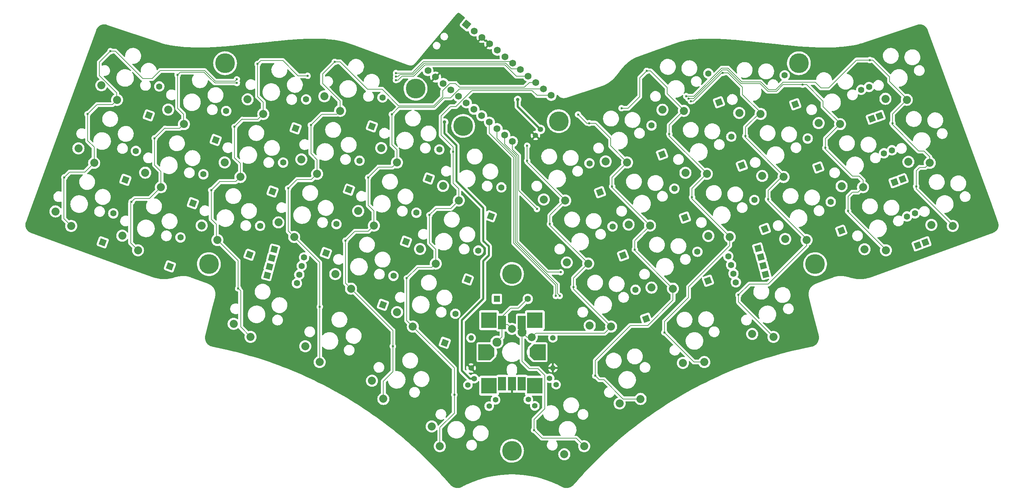
<source format=gtl>
G04 #@! TF.GenerationSoftware,KiCad,Pcbnew,(6.0.0)*
G04 #@! TF.CreationDate,2023-05-15T23:43:16+03:00*
G04 #@! TF.ProjectId,choctopus44,63686f63-746f-4707-9573-34342e6b6963,2.0*
G04 #@! TF.SameCoordinates,Original*
G04 #@! TF.FileFunction,Copper,L1,Top*
G04 #@! TF.FilePolarity,Positive*
%FSLAX46Y46*%
G04 Gerber Fmt 4.6, Leading zero omitted, Abs format (unit mm)*
G04 Created by KiCad (PCBNEW (6.0.0)) date 2023-05-15 23:43:16*
%MOMM*%
%LPD*%
G01*
G04 APERTURE LIST*
G04 Aperture macros list*
%AMHorizOval*
0 Thick line with rounded ends*
0 $1 width*
0 $2 $3 position (X,Y) of the first rounded end (center of the circle)*
0 $4 $5 position (X,Y) of the second rounded end (center of the circle)*
0 Add line between two ends*
20,1,$1,$2,$3,$4,$5,0*
0 Add two circle primitives to create the rounded ends*
1,1,$1,$2,$3*
1,1,$1,$4,$5*%
%AMRotRect*
0 Rectangle, with rotation*
0 The origin of the aperture is its center*
0 $1 length*
0 $2 width*
0 $3 Rotation angle, in degrees counterclockwise*
0 Add horizontal line*
21,1,$1,$2,0,0,$3*%
%AMOutline5P*
0 Free polygon, 5 corners , with rotation*
0 The origin of the aperture is its center*
0 number of corners: always 5*
0 $1 to $10 corner X, Y*
0 $11 Rotation angle, in degrees counterclockwise*
0 create outline with 5 corners*
4,1,5,$1,$2,$3,$4,$5,$6,$7,$8,$9,$10,$1,$2,$11*%
%AMOutline6P*
0 Free polygon, 6 corners , with rotation*
0 The origin of the aperture is its center*
0 number of corners: always 6*
0 $1 to $12 corner X, Y*
0 $13 Rotation angle, in degrees counterclockwise*
0 create outline with 6 corners*
4,1,6,$1,$2,$3,$4,$5,$6,$7,$8,$9,$10,$11,$12,$1,$2,$13*%
%AMOutline7P*
0 Free polygon, 7 corners , with rotation*
0 The origin of the aperture is its center*
0 number of corners: always 7*
0 $1 to $14 corner X, Y*
0 $15 Rotation angle, in degrees counterclockwise*
0 create outline with 7 corners*
4,1,7,$1,$2,$3,$4,$5,$6,$7,$8,$9,$10,$11,$12,$13,$14,$1,$2,$15*%
%AMOutline8P*
0 Free polygon, 8 corners , with rotation*
0 The origin of the aperture is its center*
0 number of corners: always 8*
0 $1 to $16 corner X, Y*
0 $17 Rotation angle, in degrees counterclockwise*
0 create outline with 8 corners*
4,1,8,$1,$2,$3,$4,$5,$6,$7,$8,$9,$10,$11,$12,$13,$14,$15,$16,$1,$2,$17*%
G04 Aperture macros list end*
G04 #@! TA.AperFunction,WasherPad*
%ADD10C,5.000000*%
G04 #@! TD*
G04 #@! TA.AperFunction,ComponentPad*
%ADD11C,2.032000*%
G04 #@! TD*
G04 #@! TA.AperFunction,ComponentPad*
%ADD12RotRect,1.600000X1.600000X250.000000*%
G04 #@! TD*
G04 #@! TA.AperFunction,ComponentPad*
%ADD13C,1.600000*%
G04 #@! TD*
G04 #@! TA.AperFunction,ComponentPad*
%ADD14RotRect,1.600000X1.600000X290.000000*%
G04 #@! TD*
G04 #@! TA.AperFunction,ComponentPad*
%ADD15RotRect,1.600000X1.600000X165.000000*%
G04 #@! TD*
G04 #@! TA.AperFunction,ComponentPad*
%ADD16RotRect,1.600000X1.600000X15.000000*%
G04 #@! TD*
G04 #@! TA.AperFunction,ComponentPad*
%ADD17R,1.600000X1.600000*%
G04 #@! TD*
G04 #@! TA.AperFunction,ComponentPad*
%ADD18C,1.350000*%
G04 #@! TD*
G04 #@! TA.AperFunction,ComponentPad*
%ADD19HorizOval,1.350000X0.000000X0.000000X0.000000X0.000000X0*%
G04 #@! TD*
G04 #@! TA.AperFunction,WasherPad*
%ADD20Outline6P,-2.000000X2.000000X2.000000X2.000000X2.000000X-1.000000X1.000000X-2.000000X-1.000000X-2.000000X-2.000000X-1.000000X90.000000*%
G04 #@! TD*
G04 #@! TA.AperFunction,WasherPad*
%ADD21Outline6P,-2.000000X1.000000X-1.000000X2.000000X1.000000X2.000000X2.000000X1.000000X2.000000X-2.000000X-2.000000X-2.000000X90.000000*%
G04 #@! TD*
G04 #@! TA.AperFunction,SMDPad,CuDef*
%ADD22R,4.000000X4.000000*%
G04 #@! TD*
G04 #@! TA.AperFunction,ComponentPad*
%ADD23R,2.000000X3.500000*%
G04 #@! TD*
G04 #@! TA.AperFunction,ComponentPad*
%ADD24C,2.286000*%
G04 #@! TD*
G04 #@! TA.AperFunction,ComponentPad*
%ADD25C,2.000000*%
G04 #@! TD*
G04 #@! TA.AperFunction,ComponentPad*
%ADD26RotRect,1.752600X1.752600X320.000000*%
G04 #@! TD*
G04 #@! TA.AperFunction,ComponentPad*
%ADD27C,1.752600*%
G04 #@! TD*
G04 #@! TA.AperFunction,ComponentPad*
%ADD28C,1.400000*%
G04 #@! TD*
G04 #@! TA.AperFunction,ComponentPad*
%ADD29HorizOval,1.400000X0.000000X0.000000X0.000000X0.000000X0*%
G04 #@! TD*
G04 #@! TA.AperFunction,ComponentPad*
%ADD30O,1.400000X1.400000*%
G04 #@! TD*
G04 #@! TA.AperFunction,ComponentPad*
%ADD31HorizOval,1.400000X0.000000X0.000000X0.000000X0.000000X0*%
G04 #@! TD*
G04 #@! TA.AperFunction,ComponentPad*
%ADD32HorizOval,1.400000X0.000000X0.000000X0.000000X0.000000X0*%
G04 #@! TD*
G04 #@! TA.AperFunction,ViaPad*
%ADD33C,0.600000*%
G04 #@! TD*
G04 #@! TA.AperFunction,ViaPad*
%ADD34C,0.900000*%
G04 #@! TD*
G04 #@! TA.AperFunction,Conductor*
%ADD35C,0.200000*%
G04 #@! TD*
G04 #@! TA.AperFunction,Conductor*
%ADD36C,0.500000*%
G04 #@! TD*
G04 APERTURE END LIST*
D10*
X144660000Y-154500000D03*
D11*
X78468979Y-125632465D03*
X74182869Y-122309926D03*
X95963886Y-132012706D03*
X92319846Y-127996368D03*
X112099777Y-141341740D03*
X109208527Y-136753639D03*
X177213057Y-141342803D03*
X171912786Y-142490466D03*
X193355018Y-132013238D03*
X187935980Y-132223083D03*
X162928552Y-153328238D03*
X157908094Y-155378848D03*
D12*
X52694351Y-69518427D03*
D13*
X55362109Y-62188825D03*
D12*
X69632335Y-75734108D03*
D13*
X72300093Y-68404506D03*
D12*
X89878498Y-72805322D03*
D13*
X92546256Y-65475720D03*
D12*
X109211757Y-72306936D03*
D13*
X111879515Y-64977334D03*
D12*
X139300358Y-95085829D03*
D13*
X141968116Y-87756227D03*
D12*
X46778806Y-85852116D03*
D13*
X49446564Y-78522514D03*
D12*
X63866121Y-91764801D03*
D13*
X66533879Y-84435199D03*
D12*
X84061235Y-88808286D03*
D13*
X86728993Y-81478684D03*
D12*
X103389285Y-88339444D03*
D13*
X106057043Y-81009842D03*
D12*
X133471510Y-111096904D03*
D13*
X136139268Y-103767302D03*
D12*
X41066121Y-101664801D03*
D13*
X43733879Y-94335199D03*
D12*
X58066121Y-107764801D03*
D13*
X60733879Y-100435199D03*
D12*
X78228915Y-104839058D03*
D13*
X80896673Y-97509456D03*
D12*
X97549930Y-104379129D03*
D13*
X100217688Y-97049527D03*
D12*
X127650775Y-127119565D03*
D13*
X130318533Y-119789963D03*
D14*
X166952738Y-88987158D03*
D13*
X164284980Y-81657556D03*
D14*
X182647467Y-79406241D03*
D13*
X179979709Y-72076639D03*
D14*
X216374598Y-66706651D03*
D13*
X213706840Y-59377049D03*
D14*
X235733879Y-70364801D03*
D13*
X233066121Y-63035199D03*
D14*
X237721194Y-69652116D03*
D13*
X235053436Y-62322514D03*
D14*
X172781584Y-104998233D03*
D13*
X170113826Y-97668631D03*
D14*
X188454881Y-95410941D03*
D13*
X185787123Y-88081339D03*
D14*
X222191860Y-82709615D03*
D13*
X219524102Y-75380013D03*
D14*
X241521194Y-86452116D03*
D13*
X238853436Y-79122514D03*
D14*
X243527129Y-85701501D03*
D13*
X240859371Y-78371899D03*
D14*
X178606410Y-121025080D03*
D13*
X175938652Y-113695478D03*
D14*
X194268671Y-111394209D03*
D13*
X191600913Y-104064607D03*
D14*
X228024180Y-98740387D03*
D13*
X225356422Y-91410785D03*
D14*
X247333879Y-102464801D03*
D13*
X244666121Y-95135199D03*
D14*
X249333879Y-101664801D03*
D13*
X246666121Y-94335199D03*
D15*
X82680593Y-110028259D03*
D13*
X90214815Y-112047047D03*
D15*
X83280593Y-107828259D03*
D13*
X90814815Y-109847047D03*
D15*
X83880593Y-105628259D03*
D13*
X91414815Y-107647047D03*
D16*
X206967111Y-103190606D03*
D13*
X199432889Y-105209394D03*
D16*
X207667111Y-105390606D03*
D13*
X200132889Y-107409394D03*
D12*
X111984423Y-117492880D03*
D13*
X114652181Y-110163278D03*
D12*
X123605628Y-85504912D03*
D13*
X126273386Y-78175310D03*
D12*
X117798213Y-101509612D03*
D13*
X120465971Y-94180010D03*
D10*
X144660000Y-109680000D03*
D14*
X208697866Y-98281393D03*
D13*
X206030108Y-90951791D03*
D14*
X202863810Y-82240773D03*
D13*
X200196052Y-74911171D03*
D14*
X197041338Y-66208265D03*
D13*
X194373580Y-58878663D03*
D11*
X210853275Y-125632704D03*
X205480126Y-124898355D03*
D16*
X208267111Y-107590606D03*
D13*
X200732889Y-109609394D03*
D16*
X208867111Y-109790606D03*
D13*
X201332889Y-111809394D03*
D17*
X140850000Y-116000000D03*
D13*
X148650000Y-116000000D03*
D11*
X126390702Y-153327737D03*
X124340092Y-148307279D03*
D15*
X84480593Y-103490606D03*
D13*
X92014815Y-105509394D03*
D10*
X217300000Y-56300000D03*
X72020000Y-56300000D03*
D18*
X151885575Y-73067911D03*
D19*
X150600000Y-74600000D03*
D11*
X89517079Y-100311699D03*
X85536858Y-96628244D03*
X55792598Y-87713151D03*
X51812377Y-84029696D03*
X256254460Y-97525627D03*
X250837754Y-97262374D03*
X33063370Y-97531870D03*
X29083149Y-93848415D03*
X233527625Y-87713486D03*
X228110919Y-87450233D03*
X213428973Y-85121641D03*
X208012267Y-84858388D03*
X70076908Y-101096080D03*
X66096687Y-97412625D03*
X38877713Y-81557095D03*
X34897492Y-77873640D03*
X179600354Y-97434251D03*
X174183648Y-97170998D03*
X244625775Y-65576078D03*
X239209069Y-65312825D03*
X163947159Y-107056148D03*
X158530453Y-106792895D03*
X169761502Y-123030922D03*
X164344796Y-122767669D03*
X103905527Y-113408691D03*
X99925306Y-109725236D03*
D10*
X221400000Y-107200000D03*
D11*
X75891250Y-85121306D03*
X71911029Y-81437851D03*
X95331421Y-84336925D03*
X91351200Y-80653470D03*
X125373064Y-107055814D03*
X121392843Y-103372359D03*
X101145763Y-68362150D03*
X97165542Y-64678695D03*
X44692055Y-65582321D03*
X40711834Y-61898866D03*
X115534212Y-81459142D03*
X111553991Y-77775687D03*
X219243315Y-101096416D03*
X213826609Y-100833163D03*
X185414697Y-113409026D03*
X179997991Y-113145773D03*
X188173861Y-68361710D03*
X182757155Y-68098457D03*
X81705593Y-69146531D03*
X77725372Y-65463076D03*
X227713282Y-71738711D03*
X222296576Y-71475458D03*
D10*
X156500000Y-71000000D03*
D20*
X138160000Y-129500000D03*
D21*
X151160000Y-129500000D03*
D22*
X150460000Y-138000000D03*
X138860000Y-138000000D03*
X150460000Y-121400000D03*
X138860000Y-121400000D03*
D23*
X142160000Y-137500000D03*
X147160000Y-137500000D03*
X144660000Y-137500000D03*
D24*
X147200000Y-124420000D03*
D25*
X149660000Y-125700000D03*
D23*
X147160000Y-122000000D03*
D24*
X140850000Y-126960000D03*
D25*
X144660000Y-123600000D03*
D23*
X142160000Y-122000000D03*
D11*
X199802546Y-100311259D03*
X194385840Y-100048006D03*
X119558722Y-123030588D03*
X115578501Y-119347133D03*
X109719870Y-97433916D03*
X105739649Y-93750461D03*
X250440117Y-81550852D03*
X245023411Y-81287599D03*
X49978255Y-103687926D03*
X45998034Y-100004471D03*
X173786012Y-81459477D03*
X168369306Y-81196224D03*
X131187407Y-91081039D03*
X127207186Y-87397584D03*
X61606940Y-71738377D03*
X57626719Y-68054922D03*
X193988203Y-84336484D03*
X188571497Y-84073231D03*
X239341967Y-103688260D03*
X233925261Y-103425007D03*
D10*
X120250000Y-62750000D03*
X132300000Y-72200000D03*
D11*
X207614630Y-69146867D03*
X202197924Y-68883614D03*
X158132817Y-91081373D03*
X152716111Y-90818120D03*
D26*
X133169278Y-46499339D03*
D27*
X135115031Y-48132020D03*
X137060783Y-49764700D03*
X139006536Y-51397381D03*
X140952289Y-53030062D03*
X142898042Y-54662742D03*
X144843795Y-56295423D03*
X146789548Y-57928103D03*
X148735301Y-59560784D03*
X150681054Y-61193464D03*
X152626807Y-62826145D03*
X154572559Y-64458825D03*
X144776476Y-76133343D03*
X142830723Y-74500662D03*
X140884971Y-72867982D03*
X138939218Y-71235301D03*
X136993465Y-69602620D03*
X135047712Y-67969940D03*
X133101959Y-66337259D03*
X131156206Y-64704579D03*
X129210453Y-63071898D03*
X127264700Y-61439218D03*
X125318947Y-59806537D03*
X123373195Y-58173857D03*
D28*
X133488058Y-137806452D03*
D29*
X138876212Y-143194606D03*
D28*
X155003541Y-125880317D03*
D30*
X155003541Y-133500317D03*
D28*
X134296459Y-133519683D03*
D30*
X134296459Y-125899683D03*
D28*
X135101580Y-136196572D03*
D29*
X140489734Y-141584726D03*
D28*
X155829774Y-137727926D03*
D31*
X150441620Y-143116080D03*
D28*
X148796572Y-141498420D03*
D32*
X154184726Y-136110266D03*
D10*
X67920000Y-107200000D03*
D33*
X151000000Y-93250000D03*
X157000000Y-109250000D03*
X156750000Y-115250000D03*
D34*
X127600000Y-71200000D03*
D33*
X213500000Y-63750000D03*
X144750000Y-126000000D03*
X117750000Y-97250000D03*
X196000000Y-114500000D03*
X135400000Y-114900000D03*
X144740000Y-121020000D03*
X237600000Y-83700000D03*
X211100000Y-108100000D03*
X178400000Y-64400000D03*
X183000000Y-132700000D03*
X111750000Y-113250000D03*
X127750000Y-123000000D03*
X143800000Y-67200000D03*
X139250000Y-91000000D03*
X101600000Y-70900000D03*
X45900000Y-88600000D03*
X123000000Y-129500000D03*
X158900000Y-122400000D03*
X58000000Y-103500000D03*
X160200000Y-131400000D03*
X123500000Y-81250000D03*
X225250000Y-95750000D03*
X63600000Y-87800000D03*
X94300000Y-113800000D03*
X128800000Y-54400000D03*
X228000000Y-101900000D03*
X52000000Y-71800000D03*
X219500000Y-79500000D03*
X243400000Y-88600000D03*
X191300000Y-69800000D03*
X144800000Y-113700000D03*
X250400000Y-66200000D03*
X125300000Y-68700000D03*
X133500000Y-107000000D03*
X132000000Y-58700000D03*
X232000000Y-67400000D03*
X144750000Y-140750000D03*
X162200000Y-76000000D03*
X106900000Y-132000000D03*
X203900000Y-85400000D03*
X78100000Y-100700000D03*
X115300000Y-58800000D03*
X148500000Y-81000000D03*
X43000000Y-53250000D03*
X75000000Y-60400000D03*
X37200000Y-69200000D03*
X31327408Y-85227408D03*
X160250000Y-113000000D03*
X148500000Y-77200000D03*
X154250000Y-97000000D03*
X150250000Y-149250000D03*
X60000000Y-59250000D03*
X164250000Y-71500000D03*
X161400000Y-69300000D03*
X115300000Y-59700000D03*
X165750000Y-135500000D03*
X48344567Y-91405433D03*
X175750000Y-103500000D03*
X170000000Y-87500000D03*
X75000000Y-61300000D03*
X54183299Y-75316701D03*
X115282185Y-60587912D03*
X80250000Y-56500000D03*
X172400000Y-67700000D03*
X183250000Y-124500000D03*
X92900000Y-59500000D03*
X68519003Y-88480997D03*
X75338612Y-113338612D03*
X190250000Y-90250000D03*
X184500000Y-74250000D03*
X178750000Y-58250000D03*
X74419003Y-72419003D03*
X202000000Y-115000000D03*
X198000000Y-58750000D03*
X93750000Y-72000000D03*
X189949832Y-65928329D03*
X203750000Y-74750000D03*
X96000000Y-118000000D03*
X209500000Y-90750000D03*
X99787514Y-55962486D03*
X88000000Y-88000000D03*
X229750000Y-93750000D03*
X114500000Y-128000000D03*
X102500000Y-101250000D03*
X189350000Y-65250000D03*
X218250000Y-61750000D03*
X108250000Y-85250000D03*
X224000000Y-77750000D03*
X114250000Y-69250000D03*
X235250000Y-55500000D03*
X118025115Y-110775115D03*
X188777884Y-64650500D03*
X247000000Y-87500000D03*
X130071396Y-140250000D03*
X129758621Y-78741379D03*
X241000000Y-71500000D03*
X123752454Y-94752454D03*
X155750000Y-115250000D03*
D34*
X146100000Y-65500000D03*
D35*
X146327526Y-79674573D02*
X146226476Y-79573524D01*
X146327526Y-88577526D02*
X146327526Y-79674573D01*
X151000000Y-93250000D02*
X146327526Y-88577526D01*
X144776476Y-78123524D02*
X144776476Y-76133343D01*
X146226476Y-79573524D02*
X144776476Y-78123524D01*
X157000000Y-109250000D02*
X153650000Y-109250000D01*
X145928005Y-79840059D02*
X145928006Y-80071994D01*
X145928006Y-80071994D02*
X145928006Y-79871994D01*
X142830723Y-76742777D02*
X145928005Y-79840059D01*
X153650000Y-109250000D02*
X145928006Y-101528006D01*
X145928006Y-101528006D02*
X145928006Y-80071994D01*
X142830723Y-76742777D02*
X142830723Y-74500662D01*
X156149520Y-112314526D02*
X156149520Y-114649520D01*
X140884971Y-75362031D02*
X145528486Y-80005546D01*
X145528486Y-80005546D02*
X145528486Y-101693492D01*
X145528486Y-101693492D02*
X156149520Y-112314526D01*
X140884971Y-72867982D02*
X140884971Y-75362031D01*
X156149520Y-114649520D02*
X156750000Y-115250000D01*
D36*
X137400000Y-92975764D02*
X137400000Y-101300000D01*
X137400000Y-116000000D02*
X132000000Y-121400000D01*
X130600000Y-86175764D02*
X137400000Y-92975764D01*
X132000000Y-121400000D02*
X132000000Y-134200000D01*
X130600000Y-77100000D02*
X130600000Y-86175764D01*
X138800000Y-105000000D02*
X137400000Y-106400000D01*
X137400000Y-106400000D02*
X137400000Y-116000000D01*
X132000000Y-134200000D02*
X133996572Y-136196572D01*
X127600000Y-71200000D02*
X127600000Y-74100000D01*
X127600000Y-74100000D02*
X130600000Y-77100000D01*
X138800000Y-102700000D02*
X138800000Y-105000000D01*
X133996572Y-136196572D02*
X135101580Y-136196572D01*
X137400000Y-101300000D02*
X138800000Y-102700000D01*
D35*
X144750000Y-140750000D02*
X144750000Y-137090000D01*
X144750000Y-137090000D02*
X144660000Y-137000000D01*
X152934802Y-143834802D02*
X150250000Y-146519604D01*
X74551682Y-60900480D02*
X69604982Y-60900480D01*
X34000000Y-83900000D02*
X32654816Y-83900000D01*
X147200000Y-124420000D02*
X147200000Y-123025006D01*
X160900643Y-151300329D02*
X162928552Y-153328238D01*
X31193401Y-95661901D02*
X33063370Y-97531870D01*
X37200000Y-69200000D02*
X37200000Y-75900000D01*
X120067017Y-58167017D02*
X122351051Y-55882983D01*
X120067017Y-58167017D02*
X119434034Y-58800000D01*
X148500000Y-81000000D02*
X148500000Y-77200000D01*
X40171487Y-59434990D02*
X44602298Y-63865801D01*
X158111919Y-90997186D02*
X154250000Y-94859105D01*
X44250000Y-53250000D02*
X51153909Y-60153909D01*
X149660000Y-125700000D02*
X150660000Y-124700000D01*
X38877713Y-77577713D02*
X38877713Y-81557095D01*
X160250000Y-113000000D02*
X160250000Y-113519420D01*
X31327408Y-85227408D02*
X31193401Y-85361415D01*
X151270489Y-133670489D02*
X152934802Y-135334802D01*
X147200000Y-131800000D02*
X149070489Y-133670489D01*
X66885234Y-58180732D02*
X66319267Y-58180733D01*
X44602298Y-63865801D02*
X44602298Y-65429450D01*
X38877713Y-81557095D02*
X37317404Y-83117404D01*
X44692055Y-65582321D02*
X43474376Y-66800000D01*
X154250000Y-97000000D02*
X154250000Y-97317496D01*
X43000000Y-53250000D02*
X44250000Y-53250000D01*
X150660000Y-124700000D02*
X168092424Y-124700000D01*
X160250000Y-110699028D02*
X163940766Y-107008262D01*
X75000000Y-60452162D02*
X74551682Y-60900480D01*
X43000000Y-53250000D02*
X40171487Y-56078513D01*
X152934802Y-135334802D02*
X152934802Y-143834802D01*
X43474376Y-66800000D02*
X39600000Y-66800000D01*
X152300329Y-151300329D02*
X160900643Y-151300329D01*
X55569267Y-58180733D02*
X66319267Y-58180733D01*
X32654816Y-83900000D02*
X31327408Y-85227408D01*
X40171487Y-56078513D02*
X40171487Y-59434990D01*
X150250000Y-149250000D02*
X152300329Y-151300329D01*
X122351051Y-55882983D02*
X144431355Y-55882983D01*
X147200000Y-123025006D02*
X147442503Y-122782503D01*
X53596091Y-60153909D02*
X55569267Y-58180733D01*
X160250000Y-113519420D02*
X169761502Y-123030922D01*
X148500000Y-81385267D02*
X158111919Y-90997186D01*
X37317404Y-83117404D02*
X36534808Y-83900000D01*
X69604982Y-60900480D02*
X66885234Y-58180732D01*
X168092424Y-124700000D02*
X169761502Y-123030922D01*
X36534808Y-83900000D02*
X34000000Y-83900000D01*
X148480000Y-125700000D02*
X149660000Y-125700000D01*
X154250000Y-94859105D02*
X154250000Y-95000000D01*
X150250000Y-146519604D02*
X150250000Y-149250000D01*
X39600000Y-66800000D02*
X37200000Y-69200000D01*
X144431355Y-55882983D02*
X144843795Y-56295423D01*
X160250000Y-113000000D02*
X160250000Y-110699028D01*
X51153909Y-60153909D02*
X53596091Y-60153909D01*
X119434034Y-58800000D02*
X115300000Y-58800000D01*
X147200000Y-124420000D02*
X147200000Y-131800000D01*
X37200000Y-75900000D02*
X38877713Y-77577713D01*
X147200000Y-124420000D02*
X148480000Y-125700000D01*
X31193401Y-85361415D02*
X31193401Y-95661901D01*
X154250000Y-97000000D02*
X154250000Y-95000000D01*
X149070489Y-133670489D02*
X151270489Y-133670489D01*
X154250000Y-97317496D02*
X163940766Y-107008262D01*
X75000000Y-60400000D02*
X75000000Y-60452162D01*
X148500000Y-81000000D02*
X148500000Y-81385267D01*
X61540282Y-69259718D02*
X61540282Y-71645130D01*
X60000000Y-59250000D02*
X60000000Y-67719436D01*
X165750000Y-135500000D02*
X166750000Y-136500000D01*
X167969934Y-136500000D02*
X172812737Y-141342803D01*
X163600000Y-71500000D02*
X161400000Y-69300000D01*
X169624072Y-77233694D02*
X169624072Y-75324072D01*
X175750000Y-103500000D02*
X175750000Y-103726384D01*
X174645250Y-122750000D02*
X179000000Y-122750000D01*
X48108286Y-101817957D02*
X49978255Y-103687926D01*
X75000000Y-61300000D02*
X69439496Y-61300000D01*
X173806648Y-81416269D02*
X169624072Y-77233694D01*
X116300480Y-59199520D02*
X119599520Y-59199520D01*
X143032503Y-56282503D02*
X144524337Y-57774337D01*
X170000000Y-87806906D02*
X179614063Y-97420969D01*
X55792598Y-87713151D02*
X52905750Y-90600000D01*
X115300000Y-59700000D02*
X115800000Y-59700000D01*
X146635782Y-57774337D02*
X146789548Y-57928103D01*
X179614063Y-97420969D02*
X175750000Y-101285032D01*
X56900000Y-72800000D02*
X56800000Y-72700000D01*
X48344567Y-91405433D02*
X48108286Y-91641714D01*
X66719748Y-58580252D02*
X60669748Y-58580252D01*
X122516537Y-56282503D02*
X143032503Y-56282503D01*
X60000000Y-67719436D02*
X61540282Y-69259718D01*
X185427853Y-116322147D02*
X185427853Y-113404237D01*
X115800000Y-59700000D02*
X116300480Y-59199520D01*
X165800000Y-71500000D02*
X164250000Y-71500000D01*
X54183299Y-81183299D02*
X54183299Y-82083299D01*
X55792598Y-83692598D02*
X55792598Y-87713151D01*
X172812737Y-141342803D02*
X177213057Y-141342803D01*
X165750000Y-135500000D02*
X165750000Y-131645250D01*
X54183299Y-82083299D02*
X55792598Y-83692598D01*
X119599520Y-59199520D02*
X122516537Y-56282503D01*
X170000000Y-87500000D02*
X170000000Y-85222917D01*
X165750000Y-131645250D02*
X174645250Y-122750000D01*
X166750000Y-136500000D02*
X167969934Y-136500000D01*
X61606940Y-71738377D02*
X60545317Y-72800000D01*
X49150000Y-90600000D02*
X48344567Y-91405433D01*
X170000000Y-85222917D02*
X173806648Y-81416269D01*
X68039016Y-59899520D02*
X66719748Y-58580252D01*
X56800000Y-72700000D02*
X54183299Y-75316701D01*
X54183299Y-75316701D02*
X54183299Y-81183299D01*
X60669748Y-58580252D02*
X60000000Y-59250000D01*
X144524337Y-57774337D02*
X146635782Y-57774337D01*
X60545317Y-72800000D02*
X56900000Y-72800000D01*
X175750000Y-103726384D02*
X185427853Y-113404237D01*
X179000000Y-122750000D02*
X185427853Y-116322147D01*
X69439496Y-61300000D02*
X68039016Y-59899520D01*
X164250000Y-71500000D02*
X163600000Y-71500000D01*
X169624072Y-75324072D02*
X165800000Y-71500000D01*
X170000000Y-87500000D02*
X170000000Y-87806906D01*
X175750000Y-101285032D02*
X175750000Y-103500000D01*
X52905750Y-90600000D02*
X49150000Y-90600000D01*
X48108286Y-91641714D02*
X48108286Y-101817957D01*
X119765006Y-59599040D02*
X116800960Y-59599040D01*
X86348533Y-55651467D02*
X86651467Y-55651467D01*
X190250000Y-88023792D02*
X190250000Y-90250000D01*
X81705593Y-66205593D02*
X81705593Y-69146531D01*
X122682023Y-56682023D02*
X119765006Y-59599040D01*
X75963840Y-123127326D02*
X78468979Y-125632465D01*
X80352124Y-70500000D02*
X76400000Y-70500000D01*
X183250000Y-124500000D02*
X183250000Y-121750000D01*
X183991113Y-62491113D02*
X183991113Y-64008887D01*
X189375000Y-112940006D02*
X189375000Y-115625000D01*
X190763238Y-132013238D02*
X193355018Y-132013238D01*
X184500000Y-74250000D02*
X184500000Y-74727810D01*
X194022991Y-84250801D02*
X190250000Y-88023792D01*
X115812088Y-60587912D02*
X115282185Y-60587912D01*
X70700000Y-86300000D02*
X70400000Y-86600000D01*
X172400000Y-67700000D02*
X174050000Y-67700000D01*
X81705593Y-69146531D02*
X80352124Y-70500000D01*
X179750000Y-58250000D02*
X183991113Y-62491113D01*
X75338612Y-106357784D02*
X70076908Y-101096080D01*
X183250000Y-121750000D02*
X189375000Y-115625000D01*
X80250000Y-64750000D02*
X81705593Y-66205593D01*
X75338612Y-113338612D02*
X75963840Y-113963840D01*
X184500000Y-74727810D02*
X194022991Y-84250801D01*
X81098533Y-55651467D02*
X80250000Y-56500000D01*
X199802546Y-100311259D02*
X199802546Y-102512460D01*
X86348533Y-55651467D02*
X81098533Y-55651467D01*
X116800960Y-59599040D02*
X115812088Y-60587912D01*
X80250000Y-56500000D02*
X80250000Y-63850000D01*
X74419003Y-72419003D02*
X74419003Y-79419003D01*
X75891250Y-85121306D02*
X74712556Y-86300000D01*
X75891250Y-81691250D02*
X75891250Y-85121306D01*
X68519003Y-95819003D02*
X69800000Y-97100000D01*
X68519003Y-88480997D02*
X68519003Y-95819003D01*
X178750000Y-58250000D02*
X179750000Y-58250000D01*
X70400000Y-86600000D02*
X68519003Y-88480997D01*
X76400000Y-70500000D02*
X76369003Y-70469003D01*
X174050000Y-67700000D02*
X177000000Y-64750000D01*
X74712556Y-86300000D02*
X72500000Y-86300000D01*
X199802546Y-102512460D02*
X189375000Y-112940006D01*
X75338612Y-113338612D02*
X75338612Y-106357784D01*
X142867017Y-56682023D02*
X122682023Y-56682023D01*
X69800000Y-100819172D02*
X70076908Y-101096080D01*
X145745778Y-59560784D02*
X142867017Y-56682023D01*
X92900000Y-59500000D02*
X90500000Y-59500000D01*
X183991113Y-64008887D02*
X188200519Y-68218293D01*
X188200519Y-68218293D02*
X184500000Y-71918812D01*
X72500000Y-86300000D02*
X70700000Y-86300000D01*
X69800000Y-97100000D02*
X69800000Y-100819172D01*
X190250000Y-90684373D02*
X199857048Y-100291421D01*
X90500000Y-59500000D02*
X90250000Y-59250000D01*
X177000000Y-60000000D02*
X178750000Y-58250000D01*
X86651467Y-55651467D02*
X90000000Y-59000000D01*
X184500000Y-71918812D02*
X184500000Y-74250000D01*
X190250000Y-90250000D02*
X190250000Y-90684373D01*
X74419003Y-79419003D02*
X74419003Y-80219003D01*
X177000000Y-64750000D02*
X177000000Y-60000000D01*
X74419003Y-80219003D02*
X75891250Y-81691250D01*
X76369003Y-70469003D02*
X74419003Y-72419003D01*
X183250000Y-124500000D02*
X190763238Y-132013238D01*
X80250000Y-63850000D02*
X80250000Y-64750000D01*
X75963840Y-113963840D02*
X75963840Y-123127326D01*
X148735301Y-59560784D02*
X145745778Y-59560784D01*
X90000000Y-59000000D02*
X90250000Y-59250000D01*
X209519609Y-112256962D02*
X208369821Y-112256962D01*
X96714952Y-61475544D02*
X101119704Y-65880296D01*
X95963886Y-118036114D02*
X95963886Y-132012706D01*
X93750000Y-72000000D02*
X93750000Y-79150000D01*
X88000000Y-88000000D02*
X88000000Y-98832274D01*
X131339697Y-62426625D02*
X147823375Y-62426625D01*
X96000000Y-106794620D02*
X96000000Y-118000000D01*
X198000000Y-58750000D02*
X199369986Y-58750000D01*
X96000000Y-118000000D02*
X95963886Y-118036114D01*
X202000000Y-115000000D02*
X202000000Y-116779429D01*
X203033550Y-64216450D02*
X207533779Y-68716679D01*
X208369821Y-112256962D02*
X204743038Y-112256962D01*
X96525000Y-69225000D02*
X93750000Y-72000000D01*
X209500000Y-91067054D02*
X219183361Y-100750415D01*
X149056536Y-61193464D02*
X150681054Y-61193464D01*
X101119704Y-65880296D02*
X101119704Y-68217959D01*
X203750000Y-75118601D02*
X213351042Y-84719643D01*
X100282913Y-69225000D02*
X96525000Y-69225000D01*
X90200000Y-85800000D02*
X88000000Y-88000000D01*
X99787514Y-55962486D02*
X96714952Y-59035048D01*
X213351042Y-84719643D02*
X209500000Y-88570685D01*
X207533779Y-68716679D02*
X203750000Y-72500458D01*
X197717168Y-58750000D02*
X198000000Y-58750000D01*
X204743038Y-112256962D02*
X202000000Y-115000000D01*
X127100000Y-64834994D02*
X127100000Y-63266766D01*
X202000000Y-116779429D02*
X210853275Y-125632704D01*
X130346455Y-61433383D02*
X131339697Y-62426625D01*
X93868346Y-85800000D02*
X90200000Y-85800000D01*
X219243315Y-101096416D02*
X219243315Y-102533256D01*
X199369986Y-58750000D02*
X203033550Y-62413564D01*
X189949832Y-65928329D02*
X190538839Y-65928329D01*
X99787514Y-55962486D02*
X101137514Y-55962486D01*
X147823375Y-62426625D02*
X149056536Y-61193464D01*
X108108766Y-62933738D02*
X111833738Y-62933738D01*
X116000480Y-67100480D02*
X124834514Y-67100480D01*
X209500000Y-90750000D02*
X209500000Y-91067054D01*
X127100000Y-63266766D02*
X128933383Y-61433383D01*
X88000000Y-98832274D02*
X89457878Y-100290152D01*
X95331421Y-80731421D02*
X95331421Y-84336925D01*
X190538839Y-65928329D02*
X197717168Y-58750000D01*
X111833738Y-62933738D02*
X116000480Y-67100480D01*
X203033550Y-62413564D02*
X203033550Y-64216450D01*
X203750000Y-74750000D02*
X203750000Y-75118601D01*
X124834514Y-67100480D02*
X127100000Y-64834994D01*
X96714952Y-59035048D02*
X96714952Y-61475544D01*
X101137514Y-55962486D02*
X108108766Y-62933738D01*
X89517079Y-100311699D02*
X96000000Y-106794620D01*
X219243315Y-102533256D02*
X209519609Y-112256962D01*
X95331421Y-84336925D02*
X93868346Y-85800000D01*
X128933383Y-61433383D02*
X130346455Y-61433383D01*
X203750000Y-72500458D02*
X203750000Y-74750000D01*
X209500000Y-88570685D02*
X209500000Y-90750000D01*
X93750000Y-79150000D02*
X95331421Y-80731421D01*
X101145763Y-68362150D02*
X100282913Y-69225000D01*
X207458660Y-61458660D02*
X209401511Y-63401511D01*
X232288975Y-88952136D02*
X230852136Y-88952136D01*
X190652162Y-65250000D02*
X197902162Y-58000000D01*
X114500000Y-124003164D02*
X103905527Y-113408691D01*
X230887709Y-84912291D02*
X232512291Y-84912291D01*
X115534212Y-81459142D02*
X114393354Y-82600000D01*
X102500000Y-101250000D02*
X102500000Y-112011532D01*
X104875000Y-98875000D02*
X102500000Y-101250000D01*
X115534212Y-78234212D02*
X115534212Y-81459142D01*
X152626807Y-62826145D02*
X131371791Y-62826145D01*
X127400000Y-65100000D02*
X125000000Y-67500000D01*
X108278786Y-98875000D02*
X109719870Y-97433916D01*
X189350000Y-65250000D02*
X190652162Y-65250000D01*
X202643652Y-61458660D02*
X207458660Y-61458660D01*
X229750000Y-91750000D02*
X229750000Y-93750000D01*
X224000000Y-75425406D02*
X224000000Y-77750000D01*
X197902162Y-58000000D02*
X199184992Y-58000000D01*
X108250000Y-85250000D02*
X108250000Y-92250000D01*
X112099777Y-136860739D02*
X112099777Y-141341740D01*
X129097936Y-65100000D02*
X127400000Y-65100000D01*
X114500000Y-128000000D02*
X114500000Y-124003164D01*
X223442238Y-65942238D02*
X223442238Y-67307762D01*
X104875000Y-98875000D02*
X108278786Y-98875000D01*
X125000000Y-67500000D02*
X116000000Y-67500000D01*
X114500000Y-128000000D02*
X114500000Y-134460516D01*
X232512291Y-84912291D02*
X233527625Y-85927625D01*
X209401511Y-63401511D02*
X211598489Y-63401511D01*
X114250000Y-69250000D02*
X114250000Y-76950000D01*
X211598489Y-63401511D02*
X213250000Y-61750000D01*
X110900000Y-82600000D02*
X108250000Y-85250000D01*
X229750000Y-93995037D02*
X239416203Y-103661240D01*
X114500000Y-134460516D02*
X112099777Y-136860739D01*
X230852136Y-88952136D02*
X229750000Y-90054271D01*
X229750000Y-90054271D02*
X229750000Y-91750000D01*
X108250000Y-92250000D02*
X109719870Y-93719870D01*
X114393354Y-82600000D02*
X110900000Y-82600000D01*
X102500000Y-112011532D02*
X103892371Y-113403903D01*
X199184992Y-58000000D02*
X202643652Y-61458660D01*
X233527625Y-85927625D02*
X233527625Y-87713486D01*
X114250000Y-76950000D02*
X115534212Y-78234212D01*
X218250000Y-61750000D02*
X219250000Y-61750000D01*
X219250000Y-61750000D02*
X223442238Y-65942238D01*
X229750000Y-93750000D02*
X229750000Y-93995037D01*
X233527625Y-87713486D02*
X232288975Y-88952136D01*
X224000000Y-77750000D02*
X224000000Y-78024582D01*
X116000000Y-67500000D02*
X114250000Y-69250000D01*
X131371791Y-62826145D02*
X129097936Y-65100000D01*
X223442238Y-67307762D02*
X227779941Y-71645465D01*
X109719870Y-93719870D02*
X109719870Y-97433916D01*
X213250000Y-61750000D02*
X218250000Y-61750000D01*
X227779941Y-71645465D02*
X224000000Y-75425406D01*
X224000000Y-78024582D02*
X230887709Y-84912291D01*
X250440117Y-80040117D02*
X250440117Y-81550852D01*
X130071396Y-133543262D02*
X130071396Y-140250000D01*
X126390702Y-148609298D02*
X130071396Y-144928604D01*
X120750115Y-108050115D02*
X118025115Y-110775115D01*
X134514365Y-63225665D02*
X149750000Y-63225665D01*
X199350478Y-57600480D02*
X202809138Y-61059140D01*
X131187407Y-88087407D02*
X129758621Y-86658621D01*
X123752454Y-101852454D02*
X125373064Y-103473064D01*
X247900000Y-82700000D02*
X247877064Y-82677064D01*
X250440117Y-81550852D02*
X249290969Y-82700000D01*
X241000000Y-71905671D02*
X247644330Y-78550000D01*
X123752454Y-94752454D02*
X125420685Y-93084223D01*
X118025115Y-110775115D02*
X118025115Y-121496981D01*
X240269071Y-59769071D02*
X240269071Y-60980929D01*
X241000000Y-69147711D02*
X241000000Y-71500000D01*
X129758621Y-78741379D02*
X129758621Y-77558621D01*
X126700000Y-74500000D02*
X126700000Y-69700000D01*
X236000000Y-55500000D02*
X240269071Y-59769071D01*
X125420685Y-93084223D02*
X129184223Y-93084223D01*
X213284505Y-61150489D02*
X221478722Y-61150489D01*
X231843072Y-55500000D02*
X235250000Y-55500000D01*
X131187407Y-91081039D02*
X131187407Y-88087407D01*
X197736676Y-57600480D02*
X199350478Y-57600480D01*
X224810197Y-62532875D02*
X231843072Y-55500000D01*
X244717926Y-65429785D02*
X241000000Y-69147711D01*
X119558722Y-123030588D02*
X130071396Y-133543262D01*
X222861108Y-62532875D02*
X224810197Y-62532875D01*
X207624146Y-61059140D02*
X209566997Y-63001991D01*
X126700000Y-69700000D02*
X129100000Y-67300000D01*
X129100000Y-67300000D02*
X130440030Y-67300000D01*
X249290969Y-82700000D02*
X247900000Y-82700000D01*
X202809138Y-61059140D02*
X207624146Y-61059140D01*
X247644330Y-78550000D02*
X248950000Y-78550000D01*
X247000000Y-83554129D02*
X247000000Y-85100000D01*
X240269071Y-60980929D02*
X244717926Y-65429785D01*
X130440030Y-67300000D02*
X134514365Y-63225665D01*
X118025115Y-121496981D02*
X119558722Y-123030588D01*
X130071396Y-144928604D02*
X130071396Y-140250000D01*
X129184223Y-93084223D02*
X131187407Y-91081039D01*
X248950000Y-78550000D02*
X250440117Y-80040117D01*
X129758621Y-85941379D02*
X129758621Y-86658621D01*
X129758621Y-77558621D02*
X126700000Y-74500000D01*
X221478722Y-61150489D02*
X222861108Y-62532875D01*
X129758621Y-78741379D02*
X129758621Y-85941379D01*
X212967497Y-61467497D02*
X213284505Y-61150489D01*
X126390702Y-153327737D02*
X126390702Y-148609298D01*
X125373064Y-103473064D02*
X125373064Y-107055814D01*
X247877064Y-82677064D02*
X247000000Y-83554129D01*
X125373064Y-107055814D02*
X124378763Y-108050115D01*
X211433003Y-63001991D02*
X212967497Y-61467497D01*
X235250000Y-55500000D02*
X236000000Y-55500000D01*
X149750000Y-63225665D02*
X150983160Y-64458825D01*
X209566997Y-63001991D02*
X211433003Y-63001991D01*
X123752454Y-94752454D02*
X123752454Y-101852454D01*
X190686656Y-64650500D02*
X197736676Y-57600480D01*
X188777884Y-64650500D02*
X190686656Y-64650500D01*
X247000000Y-87500000D02*
X247000000Y-88112234D01*
X247000000Y-88112234D02*
X256370982Y-97483216D01*
X241000000Y-71500000D02*
X241000000Y-71905671D01*
X150983160Y-64458825D02*
X154572559Y-64458825D01*
X247000000Y-85100000D02*
X247000000Y-87500000D01*
X124378763Y-108050115D02*
X120750115Y-108050115D01*
X155750000Y-112480012D02*
X155750000Y-115250000D01*
X138939218Y-71235301D02*
X138939218Y-73981284D01*
X138939218Y-73981284D02*
X145128967Y-80171033D01*
X145128967Y-101858979D02*
X155750000Y-112480012D01*
X145128967Y-80171033D02*
X145128967Y-101858979D01*
X142160000Y-122500000D02*
X142160000Y-125650000D01*
X148650000Y-116000000D02*
X146300000Y-118350000D01*
X142160000Y-120540000D02*
X142160000Y-122500000D01*
X144350000Y-118350000D02*
X142160000Y-120540000D01*
X143560000Y-122500000D02*
X144660000Y-123600000D01*
X146300000Y-118350000D02*
X144350000Y-118350000D01*
X142160000Y-125650000D02*
X140850000Y-126960000D01*
X142160000Y-122500000D02*
X143560000Y-122500000D01*
D36*
X146100000Y-65500000D02*
X146100000Y-67282336D01*
X146100000Y-67282336D02*
X151885575Y-73067911D01*
G04 #@! TA.AperFunction,Conductor*
G36*
X131186013Y-43540364D02*
G01*
X131218461Y-43545704D01*
X131306105Y-43572240D01*
X131336064Y-43585797D01*
X131396502Y-43623337D01*
X131411086Y-43633911D01*
X131413814Y-43636203D01*
X131419797Y-43642894D01*
X131427416Y-43647636D01*
X131427418Y-43647637D01*
X131435324Y-43652557D01*
X131443886Y-43657885D01*
X131458224Y-43668274D01*
X132700760Y-44709329D01*
X132740130Y-44768410D01*
X132741309Y-44839396D01*
X132707449Y-44896186D01*
X132707464Y-44896200D01*
X132707401Y-44896267D01*
X132707056Y-44896846D01*
X132705139Y-44898685D01*
X132702674Y-44901049D01*
X131514245Y-46317364D01*
X131479450Y-46369340D01*
X131476819Y-46376789D01*
X131476819Y-46376790D01*
X131434618Y-46496293D01*
X131430948Y-46506686D01*
X131422945Y-46652123D01*
X131424986Y-46660858D01*
X131424986Y-46660861D01*
X131440738Y-46728281D01*
X131456082Y-46793961D01*
X131460496Y-46801778D01*
X131460496Y-46801779D01*
X131523812Y-46913920D01*
X131523814Y-46913923D01*
X131527696Y-46920798D01*
X131570988Y-46965943D01*
X132987303Y-48154372D01*
X133039279Y-48189167D01*
X133046728Y-48191798D01*
X133046729Y-48191798D01*
X133111234Y-48214577D01*
X133176625Y-48237669D01*
X133322062Y-48245672D01*
X133330797Y-48243631D01*
X133330800Y-48243631D01*
X133398220Y-48227879D01*
X133463900Y-48212535D01*
X133547933Y-48165089D01*
X133617084Y-48149014D01*
X133683950Y-48172878D01*
X133727300Y-48229104D01*
X133735672Y-48267554D01*
X133739008Y-48325407D01*
X133740143Y-48330444D01*
X133740144Y-48330450D01*
X133765656Y-48443656D01*
X133789070Y-48547551D01*
X133791014Y-48552337D01*
X133791015Y-48552342D01*
X133850843Y-48699679D01*
X133874742Y-48758535D01*
X133993723Y-48952694D01*
X134142817Y-49124813D01*
X134280478Y-49239101D01*
X134291278Y-49248067D01*
X134318020Y-49270269D01*
X134322472Y-49272871D01*
X134322477Y-49272874D01*
X134481299Y-49365682D01*
X134514628Y-49385158D01*
X134727360Y-49466392D01*
X134732426Y-49467423D01*
X134732427Y-49467423D01*
X134784661Y-49478050D01*
X134950503Y-49511791D01*
X135078319Y-49516478D01*
X135172901Y-49519947D01*
X135172906Y-49519947D01*
X135178065Y-49520136D01*
X135183185Y-49519480D01*
X135183187Y-49519480D01*
X135255375Y-49510232D01*
X135403934Y-49491201D01*
X135408883Y-49489716D01*
X135408889Y-49489715D01*
X135525842Y-49454627D01*
X135596837Y-49454211D01*
X135656788Y-49492243D01*
X135686659Y-49556650D01*
X135687336Y-49588702D01*
X135672703Y-49725630D01*
X135672451Y-49735919D01*
X135684959Y-49952850D01*
X135686395Y-49963070D01*
X135734165Y-50175039D01*
X135737244Y-50184867D01*
X135818998Y-50386202D01*
X135823641Y-50395393D01*
X135908117Y-50533246D01*
X135918573Y-50542706D01*
X135927351Y-50538922D01*
X136971688Y-49494585D01*
X137034000Y-49460559D01*
X137104815Y-49465624D01*
X137149878Y-49494585D01*
X138009661Y-50354368D01*
X138023605Y-50361982D01*
X138025438Y-50361851D01*
X138032053Y-50357600D01*
X138089914Y-50299739D01*
X138152226Y-50265713D01*
X138223041Y-50270778D01*
X138268104Y-50299739D01*
X139276651Y-51308286D01*
X139310677Y-51370598D01*
X139305612Y-51441413D01*
X139276651Y-51486476D01*
X138234046Y-52529081D01*
X138227286Y-52541461D01*
X138232567Y-52548515D01*
X138401889Y-52647459D01*
X138411176Y-52651909D01*
X138614174Y-52729426D01*
X138624076Y-52732303D01*
X138836992Y-52775621D01*
X138847244Y-52776844D01*
X139064383Y-52784806D01*
X139074669Y-52784339D01*
X139290206Y-52756728D01*
X139300288Y-52754585D01*
X139416886Y-52719604D01*
X139487881Y-52719188D01*
X139547831Y-52757220D01*
X139577703Y-52821627D01*
X139578380Y-52853678D01*
X139563158Y-52996112D01*
X139563455Y-53001264D01*
X139563455Y-53001268D01*
X139566384Y-53052066D01*
X139576266Y-53223449D01*
X139577401Y-53228486D01*
X139577402Y-53228492D01*
X139625190Y-53440544D01*
X139626328Y-53445593D01*
X139628272Y-53450379D01*
X139628273Y-53450384D01*
X139672013Y-53558102D01*
X139712000Y-53656577D01*
X139830981Y-53850736D01*
X139980075Y-54022855D01*
X140155278Y-54168311D01*
X140159730Y-54170913D01*
X140159735Y-54170916D01*
X140328635Y-54269613D01*
X140351886Y-54283200D01*
X140564618Y-54364434D01*
X140569684Y-54365465D01*
X140569685Y-54365465D01*
X140603418Y-54372328D01*
X140787761Y-54409833D01*
X140915577Y-54414520D01*
X141010159Y-54417989D01*
X141010164Y-54417989D01*
X141015323Y-54418178D01*
X141020443Y-54417522D01*
X141020445Y-54417522D01*
X141092633Y-54408274D01*
X141241192Y-54389243D01*
X141246141Y-54387758D01*
X141246147Y-54387757D01*
X141362581Y-54352825D01*
X141433576Y-54352409D01*
X141493527Y-54390441D01*
X141523398Y-54454848D01*
X141524075Y-54486900D01*
X141508911Y-54628792D01*
X141509208Y-54633944D01*
X141509208Y-54633948D01*
X141510942Y-54664018D01*
X141522019Y-54856129D01*
X141523154Y-54861166D01*
X141523155Y-54861172D01*
X141567079Y-55056076D01*
X141572081Y-55078273D01*
X141574027Y-55083065D01*
X141581341Y-55101077D01*
X141588438Y-55171718D01*
X141556218Y-55234982D01*
X141494909Y-55270783D01*
X141464599Y-55274483D01*
X122399187Y-55274483D01*
X122382744Y-55273405D01*
X122351051Y-55269233D01*
X122342862Y-55270311D01*
X122311177Y-55274482D01*
X122311168Y-55274483D01*
X122311166Y-55274483D01*
X122311160Y-55274484D01*
X122311158Y-55274484D01*
X122211594Y-55287592D01*
X122200387Y-55289067D01*
X122200385Y-55289068D01*
X122192200Y-55290145D01*
X122044175Y-55351459D01*
X122023798Y-55367095D01*
X121948988Y-55424498D01*
X121948972Y-55424512D01*
X121923617Y-55443967D01*
X121923614Y-55443970D01*
X121917064Y-55448996D01*
X121912034Y-55455551D01*
X121897599Y-55474362D01*
X121886732Y-55486753D01*
X119218890Y-58154595D01*
X119156578Y-58188621D01*
X119129795Y-58191500D01*
X115884751Y-58191500D01*
X115816630Y-58171498D01*
X115812157Y-58168276D01*
X115809815Y-58165918D01*
X115798697Y-58158862D01*
X115735542Y-58118783D01*
X115656666Y-58068727D01*
X115622247Y-58056471D01*
X115492425Y-58010243D01*
X115492420Y-58010242D01*
X115485790Y-58007881D01*
X115478802Y-58007048D01*
X115478799Y-58007047D01*
X115355698Y-57992368D01*
X115305680Y-57986404D01*
X115298677Y-57987140D01*
X115298676Y-57987140D01*
X115132288Y-58004628D01*
X115132286Y-58004629D01*
X115125288Y-58005364D01*
X114953579Y-58063818D01*
X114895482Y-58099560D01*
X114805095Y-58155166D01*
X114805092Y-58155168D01*
X114799088Y-58158862D01*
X114794053Y-58163793D01*
X114794050Y-58163795D01*
X114674525Y-58280843D01*
X114669493Y-58285771D01*
X114571235Y-58438238D01*
X114568826Y-58444858D01*
X114568824Y-58444861D01*
X114513801Y-58596035D01*
X114509197Y-58608685D01*
X114486463Y-58788640D01*
X114504163Y-58969160D01*
X114561418Y-59141273D01*
X114565065Y-59147295D01*
X114565066Y-59147297D01*
X114586884Y-59183323D01*
X114605063Y-59251953D01*
X114585020Y-59316848D01*
X114571235Y-59338238D01*
X114568826Y-59344858D01*
X114568824Y-59344861D01*
X114511606Y-59502066D01*
X114509197Y-59508685D01*
X114486463Y-59688640D01*
X114504163Y-59869160D01*
X114561418Y-60041273D01*
X114574480Y-60062840D01*
X114592658Y-60131468D01*
X114572615Y-60196365D01*
X114553420Y-60226150D01*
X114551011Y-60232770D01*
X114551010Y-60232771D01*
X114495124Y-60386316D01*
X114491382Y-60396597D01*
X114468648Y-60576552D01*
X114486348Y-60757072D01*
X114543603Y-60929185D01*
X114547250Y-60935207D01*
X114547251Y-60935209D01*
X114633372Y-61077412D01*
X114637565Y-61084336D01*
X114642454Y-61089399D01*
X114642455Y-61089400D01*
X114676905Y-61125074D01*
X114763567Y-61214814D01*
X114794297Y-61234923D01*
X114909334Y-61310201D01*
X114915344Y-61314134D01*
X114921948Y-61316590D01*
X114921950Y-61316591D01*
X115078743Y-61374902D01*
X115078745Y-61374902D01*
X115085353Y-61377360D01*
X115169180Y-61388545D01*
X115258165Y-61400419D01*
X115258169Y-61400419D01*
X115265146Y-61401350D01*
X115272157Y-61400712D01*
X115272161Y-61400712D01*
X115414644Y-61387744D01*
X115445785Y-61384910D01*
X115452487Y-61382732D01*
X115452489Y-61382732D01*
X115611594Y-61331036D01*
X115611597Y-61331035D01*
X115618293Y-61328859D01*
X115725979Y-61264665D01*
X115768045Y-61239589D01*
X115768047Y-61239588D01*
X115774097Y-61235981D01*
X115779197Y-61231124D01*
X115779204Y-61231119D01*
X115780089Y-61230276D01*
X115780789Y-61229916D01*
X115784811Y-61226863D01*
X115785347Y-61227569D01*
X115843214Y-61197784D01*
X115850533Y-61196601D01*
X115851961Y-61196413D01*
X115851969Y-61196412D01*
X115851973Y-61196412D01*
X115951545Y-61183303D01*
X115962752Y-61181828D01*
X115962754Y-61181827D01*
X115970939Y-61180750D01*
X116118964Y-61119436D01*
X116126418Y-61113717D01*
X116214160Y-61046389D01*
X116214163Y-61046386D01*
X116228724Y-61035213D01*
X116246075Y-61021899D01*
X116251197Y-61015224D01*
X116265540Y-60996533D01*
X116276407Y-60984142D01*
X117016104Y-60244445D01*
X117078416Y-60210419D01*
X117105199Y-60207540D01*
X118252819Y-60207540D01*
X118320940Y-60227542D01*
X118367433Y-60281198D01*
X118377537Y-60351472D01*
X118348043Y-60416052D01*
X118331603Y-60431871D01*
X118233509Y-60510459D01*
X118135439Y-60609561D01*
X117996346Y-60750119D01*
X117989466Y-60757071D01*
X117987225Y-60759929D01*
X117782666Y-61020814D01*
X117775386Y-61030098D01*
X117773493Y-61033187D01*
X117773491Y-61033190D01*
X117727709Y-61107899D01*
X117594105Y-61325921D01*
X117592580Y-61329206D01*
X117592578Y-61329210D01*
X117489941Y-61550324D01*
X117448027Y-61640620D01*
X117401528Y-61781220D01*
X117342158Y-61960738D01*
X117339087Y-61970023D01*
X117338351Y-61973578D01*
X117338350Y-61973581D01*
X117269465Y-62306214D01*
X117268730Y-62309764D01*
X117250690Y-62511896D01*
X117239038Y-62642460D01*
X117237888Y-62655341D01*
X117237983Y-62658971D01*
X117237983Y-62658972D01*
X117246370Y-62979263D01*
X117246970Y-63002171D01*
X117247481Y-63005761D01*
X117247481Y-63005762D01*
X117252355Y-63040011D01*
X117295856Y-63345660D01*
X117383897Y-63681253D01*
X117509927Y-64004503D01*
X117519778Y-64023109D01*
X117670104Y-64307025D01*
X117672275Y-64311126D01*
X117674325Y-64314109D01*
X117674327Y-64314112D01*
X117866733Y-64594064D01*
X117866739Y-64594071D01*
X117868790Y-64597056D01*
X117988548Y-64734337D01*
X118091149Y-64851951D01*
X118096866Y-64858505D01*
X118217621Y-64968383D01*
X118349292Y-65088194D01*
X118353481Y-65092006D01*
X118635233Y-65294466D01*
X118938388Y-65463200D01*
X119258928Y-65595972D01*
X119262422Y-65596967D01*
X119262424Y-65596968D01*
X119589103Y-65690025D01*
X119589108Y-65690026D01*
X119592604Y-65691022D01*
X119789304Y-65723233D01*
X119931412Y-65746504D01*
X119931419Y-65746505D01*
X119934993Y-65747090D01*
X120082682Y-65754055D01*
X120277931Y-65763263D01*
X120277932Y-65763263D01*
X120281558Y-65763434D01*
X120297649Y-65762337D01*
X120624073Y-65740084D01*
X120624081Y-65740083D01*
X120627704Y-65739836D01*
X120631279Y-65739173D01*
X120631282Y-65739173D01*
X120965279Y-65677270D01*
X120965283Y-65677269D01*
X120968844Y-65676609D01*
X121238104Y-65593774D01*
X121296978Y-65575662D01*
X121300456Y-65574592D01*
X121618145Y-65435136D01*
X121621474Y-65433191D01*
X121914560Y-65261926D01*
X121914562Y-65261925D01*
X121917700Y-65260091D01*
X121934293Y-65247633D01*
X122192244Y-65053958D01*
X122192248Y-65053955D01*
X122195151Y-65051775D01*
X122446819Y-64812950D01*
X122669370Y-64546783D01*
X122678161Y-64533401D01*
X122794396Y-64356448D01*
X122859853Y-64256799D01*
X122945026Y-64087452D01*
X123014117Y-63950080D01*
X123014120Y-63950072D01*
X123015744Y-63946844D01*
X123036269Y-63890756D01*
X123133729Y-63624437D01*
X123133730Y-63624433D01*
X123134977Y-63621026D01*
X123135822Y-63617504D01*
X123135825Y-63617496D01*
X123215124Y-63287191D01*
X123215125Y-63287187D01*
X123215971Y-63283662D01*
X123216578Y-63278646D01*
X123257316Y-62942004D01*
X123257316Y-62941997D01*
X123257652Y-62939225D01*
X123257787Y-62934950D01*
X123262232Y-62793490D01*
X123263599Y-62750000D01*
X123263205Y-62743162D01*
X123243836Y-62407246D01*
X123243835Y-62407241D01*
X123243627Y-62403626D01*
X123217669Y-62254892D01*
X123184600Y-62065415D01*
X123184598Y-62065408D01*
X123183976Y-62061842D01*
X123182660Y-62057397D01*
X123130755Y-61882171D01*
X123085437Y-61729180D01*
X123080810Y-61718331D01*
X122950740Y-61413386D01*
X122950738Y-61413383D01*
X122949316Y-61410048D01*
X122947443Y-61406763D01*
X122779208Y-61111816D01*
X122777417Y-61108676D01*
X122773149Y-61102865D01*
X122694494Y-60995790D01*
X122572018Y-60829060D01*
X122568139Y-60824885D01*
X122433879Y-60680405D01*
X122335842Y-60574904D01*
X122072019Y-60349578D01*
X122054998Y-60338140D01*
X122018237Y-60313438D01*
X121784047Y-60156069D01*
X121739360Y-60133004D01*
X121506909Y-60013027D01*
X121475741Y-59996940D01*
X121151189Y-59874302D01*
X121147668Y-59873418D01*
X121147663Y-59873416D01*
X120960053Y-59826292D01*
X120814692Y-59789780D01*
X120811105Y-59789308D01*
X120811101Y-59789307D01*
X120746088Y-59780748D01*
X120732324Y-59778936D01*
X120667397Y-59750213D01*
X120628306Y-59690948D01*
X120627461Y-59619957D01*
X120659676Y-59564919D01*
X121809728Y-58414867D01*
X121872040Y-58380841D01*
X121942855Y-58385906D01*
X121999691Y-58428453D01*
X122021740Y-58476261D01*
X122047234Y-58589388D01*
X122049178Y-58594174D01*
X122049179Y-58594179D01*
X122125302Y-58781646D01*
X122132906Y-58800372D01*
X122251887Y-58994531D01*
X122400981Y-59166650D01*
X122576184Y-59312106D01*
X122580636Y-59314708D01*
X122580641Y-59314711D01*
X122767225Y-59423742D01*
X122772792Y-59426995D01*
X122985524Y-59508229D01*
X122990590Y-59509260D01*
X122990591Y-59509260D01*
X123025804Y-59516424D01*
X123208667Y-59553628D01*
X123336483Y-59558315D01*
X123431065Y-59561784D01*
X123431070Y-59561784D01*
X123436229Y-59561973D01*
X123441349Y-59561317D01*
X123441351Y-59561317D01*
X123525991Y-59550474D01*
X123662098Y-59533038D01*
X123667047Y-59531553D01*
X123667053Y-59531552D01*
X123784006Y-59496464D01*
X123855001Y-59496048D01*
X123914952Y-59534080D01*
X123944823Y-59598487D01*
X123945500Y-59630539D01*
X123930867Y-59767467D01*
X123930615Y-59777756D01*
X123943123Y-59994687D01*
X123944559Y-60004907D01*
X123992329Y-60216876D01*
X123995408Y-60226704D01*
X124077162Y-60428039D01*
X124081805Y-60437230D01*
X124166281Y-60575083D01*
X124176737Y-60584543D01*
X124185515Y-60580759D01*
X126091062Y-58675212D01*
X126098083Y-58662356D01*
X126090554Y-58652023D01*
X126083103Y-58647073D01*
X125892879Y-58542063D01*
X125883470Y-58537835D01*
X125678644Y-58465302D01*
X125668681Y-58462670D01*
X125454757Y-58424564D01*
X125444504Y-58423595D01*
X125227221Y-58420940D01*
X125216938Y-58421660D01*
X125002152Y-58454527D01*
X124992128Y-58456915D01*
X124911274Y-58483342D01*
X124840310Y-58485493D01*
X124779448Y-58448937D01*
X124748011Y-58385280D01*
X124747206Y-58347133D01*
X124761082Y-58241736D01*
X124761391Y-58229103D01*
X124762659Y-58177222D01*
X124762659Y-58177217D01*
X124762741Y-58173857D01*
X124753998Y-58067512D01*
X124744506Y-57952059D01*
X124744505Y-57952053D01*
X124744082Y-57946908D01*
X124710469Y-57813086D01*
X124689867Y-57731065D01*
X124689866Y-57731061D01*
X124688608Y-57726054D01*
X124683939Y-57715316D01*
X124599867Y-57521963D01*
X124599865Y-57521960D01*
X124597807Y-57517226D01*
X124576935Y-57484963D01*
X124556728Y-57416903D01*
X124576524Y-57348722D01*
X124630039Y-57302068D01*
X124682727Y-57290523D01*
X142562778Y-57290523D01*
X142630899Y-57310525D01*
X142651873Y-57327428D01*
X145281463Y-59957018D01*
X145292330Y-59969409D01*
X145311791Y-59994771D01*
X145318341Y-59999797D01*
X145343699Y-60019255D01*
X145343715Y-60019269D01*
X145377068Y-60044861D01*
X145438902Y-60092308D01*
X145586927Y-60153622D01*
X145595112Y-60154700D01*
X145595114Y-60154700D01*
X145605515Y-60156069D01*
X145660972Y-60163370D01*
X145705893Y-60169284D01*
X145705894Y-60169284D01*
X145705904Y-60169285D01*
X145737589Y-60173456D01*
X145745778Y-60174534D01*
X145777471Y-60170362D01*
X145793914Y-60169284D01*
X147413409Y-60169284D01*
X147481530Y-60189286D01*
X147520841Y-60229448D01*
X147613993Y-60381458D01*
X147763087Y-60553577D01*
X147938290Y-60699033D01*
X147942742Y-60701635D01*
X147942747Y-60701638D01*
X148100393Y-60793759D01*
X148134898Y-60813922D01*
X148220911Y-60846767D01*
X148272162Y-60866338D01*
X148328665Y-60909325D01*
X148352958Y-60976037D01*
X148337328Y-61045291D01*
X148316308Y-61073143D01*
X147608231Y-61781220D01*
X147545919Y-61815246D01*
X147519136Y-61818125D01*
X131643936Y-61818125D01*
X131575815Y-61798123D01*
X131554841Y-61781220D01*
X130810770Y-61037149D01*
X130799903Y-61024758D01*
X130785468Y-61005946D01*
X130780442Y-60999396D01*
X130748530Y-60974909D01*
X130748527Y-60974906D01*
X130716873Y-60950617D01*
X130659884Y-60906887D01*
X130659882Y-60906886D01*
X130653331Y-60901859D01*
X130505306Y-60840545D01*
X130497119Y-60839467D01*
X130497118Y-60839467D01*
X130485913Y-60837992D01*
X130440231Y-60831978D01*
X130386340Y-60824883D01*
X130386337Y-60824883D01*
X130386329Y-60824882D01*
X130354644Y-60820711D01*
X130346455Y-60819633D01*
X130314762Y-60823805D01*
X130298319Y-60824883D01*
X128981519Y-60824883D01*
X128965076Y-60823805D01*
X128933383Y-60819633D01*
X128925194Y-60820711D01*
X128893509Y-60824882D01*
X128893500Y-60824883D01*
X128893498Y-60824883D01*
X128893492Y-60824884D01*
X128893490Y-60824884D01*
X128793926Y-60837992D01*
X128782719Y-60839467D01*
X128782717Y-60839468D01*
X128774532Y-60840545D01*
X128722520Y-60862089D01*
X128668591Y-60884427D01*
X128598001Y-60892016D01*
X128534514Y-60860237D01*
X128504823Y-60818260D01*
X128491372Y-60787324D01*
X128491370Y-60787321D01*
X128489312Y-60782587D01*
X128393524Y-60634521D01*
X128368431Y-60595733D01*
X128368429Y-60595730D01*
X128365623Y-60591393D01*
X128212368Y-60422968D01*
X128033663Y-60281836D01*
X127834307Y-60171785D01*
X127681848Y-60117796D01*
X127624529Y-60097498D01*
X127624525Y-60097497D01*
X127619654Y-60095772D01*
X127614561Y-60094865D01*
X127614558Y-60094864D01*
X127400557Y-60056745D01*
X127400551Y-60056744D01*
X127395468Y-60055839D01*
X127308398Y-60054775D01*
X127172939Y-60053120D01*
X127172937Y-60053120D01*
X127167770Y-60053057D01*
X126942676Y-60087501D01*
X126856569Y-60115645D01*
X126785608Y-60117796D01*
X126724746Y-60081240D01*
X126693309Y-60017583D01*
X126692504Y-59979434D01*
X126705896Y-59877712D01*
X126706415Y-59871039D01*
X126707909Y-59809902D01*
X126707715Y-59803183D01*
X126689763Y-59584831D01*
X126688078Y-59574651D01*
X126635143Y-59363908D01*
X126631823Y-59354157D01*
X126545176Y-59154880D01*
X126540309Y-59145805D01*
X126471030Y-59038715D01*
X126460345Y-59029512D01*
X126450778Y-59033916D01*
X124546457Y-60938237D01*
X124539697Y-60950617D01*
X124544978Y-60957671D01*
X124714300Y-61056615D01*
X124723587Y-61061065D01*
X124926585Y-61138582D01*
X124936487Y-61141459D01*
X125149403Y-61184777D01*
X125159655Y-61186000D01*
X125376794Y-61193962D01*
X125387080Y-61193495D01*
X125602617Y-61165884D01*
X125612699Y-61163741D01*
X125729297Y-61128760D01*
X125800292Y-61128344D01*
X125860242Y-61166376D01*
X125890114Y-61230783D01*
X125890791Y-61262834D01*
X125885273Y-61314470D01*
X125877745Y-61384910D01*
X125875569Y-61405268D01*
X125875866Y-61410420D01*
X125875866Y-61410424D01*
X125879550Y-61474317D01*
X125888677Y-61632605D01*
X125889812Y-61637642D01*
X125889813Y-61637648D01*
X125937601Y-61849700D01*
X125938739Y-61854749D01*
X125940683Y-61859535D01*
X125940684Y-61859540D01*
X126014257Y-62040728D01*
X126024411Y-62065733D01*
X126110931Y-62206921D01*
X126137004Y-62249467D01*
X126143392Y-62259892D01*
X126292486Y-62432011D01*
X126430989Y-62546998D01*
X126463258Y-62573788D01*
X126467689Y-62577467D01*
X126472141Y-62580069D01*
X126472146Y-62580072D01*
X126616480Y-62664414D01*
X126665203Y-62716053D01*
X126678274Y-62785836D01*
X126652875Y-62849901D01*
X126641526Y-62864691D01*
X126641523Y-62864694D01*
X126641517Y-62864701D01*
X126641515Y-62864704D01*
X126582201Y-62942004D01*
X126568476Y-62959890D01*
X126507162Y-63107915D01*
X126507162Y-63107916D01*
X126505414Y-63121192D01*
X126491500Y-63226881D01*
X126491500Y-63226886D01*
X126490609Y-63233658D01*
X126486250Y-63266766D01*
X126487328Y-63274954D01*
X126490422Y-63298456D01*
X126491500Y-63314902D01*
X126491500Y-64530755D01*
X126471498Y-64598876D01*
X126454595Y-64619850D01*
X124619370Y-66455075D01*
X124557058Y-66489101D01*
X124530275Y-66491980D01*
X116304719Y-66491980D01*
X116236598Y-66471978D01*
X116215624Y-66455075D01*
X112298053Y-62537504D01*
X112287186Y-62525113D01*
X112272751Y-62506301D01*
X112267725Y-62499751D01*
X112235813Y-62475264D01*
X112235810Y-62475261D01*
X112207378Y-62453444D01*
X112147167Y-62407242D01*
X112147165Y-62407241D01*
X112140614Y-62402214D01*
X111992589Y-62340900D01*
X111984402Y-62339822D01*
X111984401Y-62339822D01*
X111973196Y-62338347D01*
X111942000Y-62334240D01*
X111873623Y-62325238D01*
X111873620Y-62325238D01*
X111873612Y-62325237D01*
X111841927Y-62321066D01*
X111833738Y-62319988D01*
X111802045Y-62324160D01*
X111785602Y-62325238D01*
X110918887Y-62325238D01*
X110850766Y-62305236D01*
X110804273Y-62251580D01*
X110794169Y-62181306D01*
X110813918Y-62130104D01*
X110813909Y-62130099D01*
X110813942Y-62130041D01*
X110954357Y-61886836D01*
X111059583Y-61626393D01*
X111064725Y-61605770D01*
X111126474Y-61358110D01*
X111126475Y-61358105D01*
X111127538Y-61353841D01*
X111128275Y-61346834D01*
X111156440Y-61078853D01*
X111156440Y-61078850D01*
X111156899Y-61074484D01*
X111156571Y-61065081D01*
X111147250Y-60798156D01*
X111147249Y-60798150D01*
X111147096Y-60793759D01*
X111145962Y-60787324D01*
X111112379Y-60596866D01*
X111098319Y-60517130D01*
X111011518Y-60249982D01*
X111008818Y-60244445D01*
X110947041Y-60117786D01*
X110888381Y-59997515D01*
X110885926Y-59993876D01*
X110885923Y-59993870D01*
X110801681Y-59868977D01*
X110731306Y-59764641D01*
X110709478Y-59740398D01*
X110608069Y-59627773D01*
X110543350Y-59555895D01*
X110532216Y-59546552D01*
X110465778Y-59490804D01*
X110328171Y-59375338D01*
X110089957Y-59226486D01*
X109889095Y-59137056D01*
X109837360Y-59114022D01*
X109837358Y-59114021D01*
X109833346Y-59112235D01*
X109654862Y-59061056D01*
X109567558Y-59036022D01*
X109567557Y-59036022D01*
X109563331Y-59034810D01*
X109558981Y-59034199D01*
X109558978Y-59034198D01*
X109419436Y-59014587D01*
X109285169Y-58995717D01*
X109074575Y-58995717D01*
X109072389Y-58995870D01*
X109072385Y-58995870D01*
X108868894Y-59010099D01*
X108868889Y-59010100D01*
X108864509Y-59010406D01*
X108589751Y-59068808D01*
X108585622Y-59070311D01*
X108585618Y-59070312D01*
X108329940Y-59163371D01*
X108329936Y-59163373D01*
X108325795Y-59164880D01*
X108077779Y-59296753D01*
X108074220Y-59299339D01*
X108074218Y-59299340D01*
X107863634Y-59452338D01*
X107850529Y-59461859D01*
X107847365Y-59464915D01*
X107847362Y-59464917D01*
X107800490Y-59510181D01*
X107648469Y-59656986D01*
X107509598Y-59834734D01*
X107494210Y-59854430D01*
X107475533Y-59878335D01*
X107473337Y-59882139D01*
X107473332Y-59882146D01*
X107377498Y-60048136D01*
X107335085Y-60121598D01*
X107229859Y-60382041D01*
X107228794Y-60386314D01*
X107228793Y-60386316D01*
X107163364Y-60648738D01*
X107161904Y-60654593D01*
X107154133Y-60728529D01*
X107144651Y-60818745D01*
X107117638Y-60884401D01*
X107059416Y-60925031D01*
X106988471Y-60927734D01*
X106930246Y-60894669D01*
X105459319Y-59423742D01*
X105425293Y-59361430D01*
X105430358Y-59290615D01*
X105472905Y-59233779D01*
X105522217Y-59211400D01*
X105717211Y-59169952D01*
X105753672Y-59162202D01*
X105757801Y-59160699D01*
X105757805Y-59160698D01*
X106013483Y-59067639D01*
X106013487Y-59067637D01*
X106017628Y-59066130D01*
X106265644Y-58934257D01*
X106269205Y-58931670D01*
X106489331Y-58771740D01*
X106489334Y-58771737D01*
X106492894Y-58769151D01*
X106496517Y-58765653D01*
X106601710Y-58664069D01*
X106694954Y-58574024D01*
X106850645Y-58374748D01*
X106865183Y-58356140D01*
X106865184Y-58356139D01*
X106867890Y-58352675D01*
X106870086Y-58348871D01*
X106870091Y-58348864D01*
X107002928Y-58118783D01*
X107008338Y-58109412D01*
X107113564Y-57848969D01*
X107114840Y-57843853D01*
X107180455Y-57580686D01*
X107180456Y-57580681D01*
X107181519Y-57576417D01*
X107182073Y-57571154D01*
X107210421Y-57301429D01*
X107210421Y-57301426D01*
X107210880Y-57297060D01*
X107210727Y-57292666D01*
X107201231Y-57020732D01*
X107201230Y-57020726D01*
X107201077Y-57016335D01*
X107200102Y-57010802D01*
X107168844Y-56833530D01*
X107152300Y-56739706D01*
X107065499Y-56472558D01*
X107063348Y-56468146D01*
X106999502Y-56337244D01*
X106942362Y-56220091D01*
X106939907Y-56216452D01*
X106939904Y-56216446D01*
X106859340Y-56097006D01*
X106785287Y-55987217D01*
X106755042Y-55953626D01*
X106662720Y-55851093D01*
X106597331Y-55778471D01*
X106382152Y-55597914D01*
X106143938Y-55449062D01*
X105930395Y-55353986D01*
X105891341Y-55336598D01*
X105891339Y-55336597D01*
X105887327Y-55334811D01*
X105735878Y-55291384D01*
X105621539Y-55258598D01*
X105621538Y-55258598D01*
X105617312Y-55257386D01*
X105612962Y-55256775D01*
X105612959Y-55256774D01*
X105510012Y-55242306D01*
X105339150Y-55218293D01*
X105128556Y-55218293D01*
X105126370Y-55218446D01*
X105126366Y-55218446D01*
X104922875Y-55232675D01*
X104922870Y-55232676D01*
X104918490Y-55232982D01*
X104643732Y-55291384D01*
X104639603Y-55292887D01*
X104639599Y-55292888D01*
X104383921Y-55385947D01*
X104383917Y-55385949D01*
X104379776Y-55387456D01*
X104131760Y-55519329D01*
X104128201Y-55521915D01*
X104128199Y-55521916D01*
X103912869Y-55678362D01*
X103904510Y-55684435D01*
X103901346Y-55687491D01*
X103901343Y-55687493D01*
X103824658Y-55761547D01*
X103702450Y-55879562D01*
X103581893Y-56033869D01*
X103547723Y-56077605D01*
X103529514Y-56100911D01*
X103527318Y-56104715D01*
X103527313Y-56104722D01*
X103418232Y-56293657D01*
X103389066Y-56344174D01*
X103283840Y-56604617D01*
X103282775Y-56608890D01*
X103282774Y-56608892D01*
X103217184Y-56871961D01*
X103215885Y-56877169D01*
X103215426Y-56881539D01*
X103215425Y-56881543D01*
X103214667Y-56888758D01*
X103187655Y-56954415D01*
X103129435Y-56995046D01*
X103058490Y-56997751D01*
X103000262Y-56964685D01*
X101601829Y-55566252D01*
X101590962Y-55553861D01*
X101576527Y-55535049D01*
X101571501Y-55528499D01*
X101539589Y-55504012D01*
X101539586Y-55504009D01*
X101500950Y-55474362D01*
X101450943Y-55435990D01*
X101450941Y-55435989D01*
X101444390Y-55430962D01*
X101296365Y-55369648D01*
X101288178Y-55368570D01*
X101288177Y-55368570D01*
X101276972Y-55367095D01*
X101245776Y-55362988D01*
X101177399Y-55353986D01*
X101177396Y-55353986D01*
X101177388Y-55353985D01*
X101145703Y-55349814D01*
X101137514Y-55348736D01*
X101105821Y-55352908D01*
X101089378Y-55353986D01*
X100372265Y-55353986D01*
X100304144Y-55333984D01*
X100299671Y-55330762D01*
X100297329Y-55328404D01*
X100289350Y-55323340D01*
X100219764Y-55279180D01*
X100144180Y-55231213D01*
X100105613Y-55217480D01*
X99979939Y-55172729D01*
X99979934Y-55172728D01*
X99973304Y-55170367D01*
X99966316Y-55169534D01*
X99966313Y-55169533D01*
X99843212Y-55154854D01*
X99793194Y-55148890D01*
X99786191Y-55149626D01*
X99786190Y-55149626D01*
X99619802Y-55167114D01*
X99619800Y-55167115D01*
X99612802Y-55167850D01*
X99441093Y-55226304D01*
X99390570Y-55257386D01*
X99292609Y-55317652D01*
X99292606Y-55317654D01*
X99286602Y-55321348D01*
X99281567Y-55326279D01*
X99281564Y-55326281D01*
X99162039Y-55443329D01*
X99157007Y-55448257D01*
X99058749Y-55600724D01*
X99056340Y-55607344D01*
X99056338Y-55607347D01*
X99005760Y-55746309D01*
X98996711Y-55771171D01*
X98995828Y-55778161D01*
X98984539Y-55867520D01*
X98956157Y-55932597D01*
X98948628Y-55940823D01*
X96318718Y-58570733D01*
X96306327Y-58581600D01*
X96280965Y-58601061D01*
X96256478Y-58632973D01*
X96256475Y-58632976D01*
X96247720Y-58644386D01*
X96192928Y-58715792D01*
X96183428Y-58728172D01*
X96122213Y-58875958D01*
X96122114Y-58876198D01*
X96121043Y-58884333D01*
X96121042Y-58884337D01*
X96107482Y-58987340D01*
X96106452Y-58995163D01*
X96106452Y-58995168D01*
X96101202Y-59035048D01*
X96105021Y-59064054D01*
X96105374Y-59066738D01*
X96106452Y-59083184D01*
X96106452Y-61427408D01*
X96105374Y-61443851D01*
X96101202Y-61475544D01*
X96102280Y-61483733D01*
X96104729Y-61502338D01*
X96106452Y-61515424D01*
X96106452Y-61515429D01*
X96117219Y-61597215D01*
X96122114Y-61634395D01*
X96183428Y-61782420D01*
X96188455Y-61788971D01*
X96188456Y-61788973D01*
X96255388Y-61876199D01*
X96256475Y-61877616D01*
X96256478Y-61877619D01*
X96280965Y-61909531D01*
X96287520Y-61914561D01*
X96306331Y-61928996D01*
X96318722Y-61939863D01*
X97317828Y-62938969D01*
X97351854Y-63001281D01*
X97346789Y-63072096D01*
X97304242Y-63128932D01*
X97237722Y-63153743D01*
X97218848Y-63153676D01*
X97170473Y-63149869D01*
X97170472Y-63149869D01*
X97165542Y-63149481D01*
X96926320Y-63168308D01*
X96921513Y-63169462D01*
X96921507Y-63169463D01*
X96789324Y-63201198D01*
X96692989Y-63224326D01*
X96688418Y-63226219D01*
X96688416Y-63226220D01*
X96475865Y-63314261D01*
X96475863Y-63314262D01*
X96471293Y-63316155D01*
X96266693Y-63441535D01*
X96262926Y-63444752D01*
X96262925Y-63444753D01*
X96134459Y-63554473D01*
X96084224Y-63597377D01*
X96081011Y-63601139D01*
X95959809Y-63743050D01*
X95928382Y-63779846D01*
X95803002Y-63984446D01*
X95801109Y-63989016D01*
X95801108Y-63989018D01*
X95713067Y-64201569D01*
X95711173Y-64206142D01*
X95695603Y-64270995D01*
X95656310Y-64434660D01*
X95656309Y-64434666D01*
X95655155Y-64439473D01*
X95636328Y-64678695D01*
X95655155Y-64917917D01*
X95656309Y-64922724D01*
X95656310Y-64922730D01*
X95686929Y-65050264D01*
X95711173Y-65151248D01*
X95713066Y-65155819D01*
X95713067Y-65155821D01*
X95796957Y-65358349D01*
X95803002Y-65372944D01*
X95928382Y-65577544D01*
X95931599Y-65581311D01*
X95931600Y-65581312D01*
X96009272Y-65672255D01*
X96084224Y-65760013D01*
X96087986Y-65763226D01*
X96234311Y-65888198D01*
X96266693Y-65915855D01*
X96471293Y-66041235D01*
X96475863Y-66043128D01*
X96475865Y-66043129D01*
X96688416Y-66131170D01*
X96692989Y-66133064D01*
X96754644Y-66147866D01*
X96921507Y-66187927D01*
X96921513Y-66187928D01*
X96926320Y-66189082D01*
X97165542Y-66207909D01*
X97404764Y-66189082D01*
X97409571Y-66187928D01*
X97409577Y-66187927D01*
X97576440Y-66147866D01*
X97638095Y-66133064D01*
X97642668Y-66131170D01*
X97855219Y-66043129D01*
X97855221Y-66043128D01*
X97859791Y-66041235D01*
X98064391Y-65915855D01*
X98096774Y-65888198D01*
X98243098Y-65763226D01*
X98246860Y-65760013D01*
X98321812Y-65672255D01*
X98399484Y-65581312D01*
X98399485Y-65581311D01*
X98402702Y-65577544D01*
X98528082Y-65372944D01*
X98534128Y-65358349D01*
X98618017Y-65155821D01*
X98618018Y-65155819D01*
X98619911Y-65151248D01*
X98644155Y-65050264D01*
X98674774Y-64922730D01*
X98674775Y-64922724D01*
X98675929Y-64917917D01*
X98694756Y-64678695D01*
X98692195Y-64646153D01*
X98690561Y-64625389D01*
X98705157Y-64555909D01*
X98755000Y-64505350D01*
X98824265Y-64489764D01*
X98890960Y-64514100D01*
X98905268Y-64526409D01*
X100474299Y-66095440D01*
X100508325Y-66157752D01*
X100511204Y-66184535D01*
X100511204Y-66892469D01*
X100491202Y-66960590D01*
X100451039Y-66999901D01*
X100409324Y-67025464D01*
X100246914Y-67124990D01*
X100243147Y-67128207D01*
X100243146Y-67128208D01*
X100130055Y-67224796D01*
X100064445Y-67280832D01*
X100061232Y-67284594D01*
X99920329Y-67449572D01*
X99908603Y-67463301D01*
X99783223Y-67667901D01*
X99781330Y-67672471D01*
X99781329Y-67672473D01*
X99696079Y-67878287D01*
X99691394Y-67889597D01*
X99675629Y-67955263D01*
X99636531Y-68118115D01*
X99636530Y-68118121D01*
X99635376Y-68122928D01*
X99616549Y-68362150D01*
X99616937Y-68367080D01*
X99625872Y-68480614D01*
X99611276Y-68550095D01*
X99561433Y-68600654D01*
X99500260Y-68616500D01*
X96573144Y-68616500D01*
X96556698Y-68615422D01*
X96533188Y-68612327D01*
X96525000Y-68611249D01*
X96366149Y-68632162D01*
X96218124Y-68693476D01*
X96183203Y-68720272D01*
X96122937Y-68766515D01*
X96122921Y-68766529D01*
X96097566Y-68785984D01*
X96097563Y-68785987D01*
X96091013Y-68791013D01*
X96085983Y-68797568D01*
X96071548Y-68816379D01*
X96060681Y-68828770D01*
X93728416Y-71161035D01*
X93666104Y-71195061D01*
X93652495Y-71197249D01*
X93630802Y-71199529D01*
X93582296Y-71204627D01*
X93582292Y-71204628D01*
X93575288Y-71205364D01*
X93568617Y-71207635D01*
X93427244Y-71255762D01*
X93403579Y-71263818D01*
X93369402Y-71284844D01*
X93255095Y-71355166D01*
X93255092Y-71355168D01*
X93249088Y-71358862D01*
X93244053Y-71363793D01*
X93244050Y-71363795D01*
X93130024Y-71475458D01*
X93119493Y-71485771D01*
X93021235Y-71638238D01*
X93018826Y-71644858D01*
X93018824Y-71644861D01*
X92969412Y-71780619D01*
X92959197Y-71808685D01*
X92936463Y-71988640D01*
X92954163Y-72169160D01*
X93011418Y-72341273D01*
X93015065Y-72347295D01*
X93015066Y-72347297D01*
X93101730Y-72490398D01*
X93101733Y-72490401D01*
X93105380Y-72496424D01*
X93110275Y-72501492D01*
X93114571Y-72507071D01*
X93112243Y-72508864D01*
X93139071Y-72560115D01*
X93141500Y-72584734D01*
X93141500Y-75677405D01*
X93121498Y-75745526D01*
X93067842Y-75792019D01*
X92997568Y-75802123D01*
X92953168Y-75786907D01*
X92793139Y-75695814D01*
X92753296Y-75673134D01*
X92748280Y-75671313D01*
X92748275Y-75671311D01*
X92541456Y-75596239D01*
X92541452Y-75596238D01*
X92536441Y-75594419D01*
X92531192Y-75593470D01*
X92531189Y-75593469D01*
X92313508Y-75554106D01*
X92313501Y-75554105D01*
X92309424Y-75553368D01*
X92291687Y-75552532D01*
X92286739Y-75552298D01*
X92286732Y-75552298D01*
X92285251Y-75552228D01*
X92123106Y-75552228D01*
X92059583Y-75557618D01*
X91956469Y-75566367D01*
X91956465Y-75566368D01*
X91951158Y-75566818D01*
X91946003Y-75568156D01*
X91945997Y-75568157D01*
X91733028Y-75623433D01*
X91733024Y-75623434D01*
X91727859Y-75624775D01*
X91722993Y-75626967D01*
X91722990Y-75626968D01*
X91561775Y-75699590D01*
X91517516Y-75719527D01*
X91513096Y-75722503D01*
X91513092Y-75722505D01*
X91451436Y-75764015D01*
X91326146Y-75848366D01*
X91159219Y-76007606D01*
X91142950Y-76029473D01*
X91025023Y-76187973D01*
X91021510Y-76192694D01*
X91014211Y-76207050D01*
X90921515Y-76389370D01*
X90916954Y-76398340D01*
X90895098Y-76468727D01*
X90850126Y-76613558D01*
X90850125Y-76613564D01*
X90848542Y-76618661D01*
X90836938Y-76706214D01*
X90818990Y-76841634D01*
X90818231Y-76847360D01*
X90818431Y-76852690D01*
X90818431Y-76852691D01*
X90821409Y-76932022D01*
X90826885Y-77077896D01*
X90874259Y-77303678D01*
X90876217Y-77308637D01*
X90876218Y-77308639D01*
X90912728Y-77401087D01*
X90958998Y-77518250D01*
X91042463Y-77655796D01*
X91075642Y-77710473D01*
X91078678Y-77715477D01*
X91082175Y-77719507D01*
X91225996Y-77885246D01*
X91229878Y-77889720D01*
X91265783Y-77919160D01*
X91404146Y-78032612D01*
X91404152Y-78032616D01*
X91408274Y-78035996D01*
X91608766Y-78150122D01*
X91613782Y-78151943D01*
X91613787Y-78151945D01*
X91820606Y-78227017D01*
X91820610Y-78227018D01*
X91825621Y-78228837D01*
X91830870Y-78229786D01*
X91830873Y-78229787D01*
X92048554Y-78269150D01*
X92048561Y-78269151D01*
X92052638Y-78269888D01*
X92070375Y-78270724D01*
X92075323Y-78270958D01*
X92075330Y-78270958D01*
X92076811Y-78271028D01*
X92238956Y-78271028D01*
X92305912Y-78265347D01*
X92405593Y-78256889D01*
X92405597Y-78256888D01*
X92410904Y-78256438D01*
X92416059Y-78255100D01*
X92416065Y-78255099D01*
X92629034Y-78199823D01*
X92629038Y-78199822D01*
X92634203Y-78198481D01*
X92639069Y-78196289D01*
X92639072Y-78196288D01*
X92839680Y-78105921D01*
X92844546Y-78103729D01*
X92848972Y-78100749D01*
X92848976Y-78100747D01*
X92945133Y-78036010D01*
X93012811Y-78014559D01*
X93081343Y-78033102D01*
X93128970Y-78085753D01*
X93141500Y-78140530D01*
X93141500Y-79101864D01*
X93140422Y-79118307D01*
X93136250Y-79150000D01*
X93141500Y-79189880D01*
X93141500Y-79189885D01*
X93154448Y-79288236D01*
X93157162Y-79308851D01*
X93218476Y-79456876D01*
X93223503Y-79463427D01*
X93223504Y-79463429D01*
X93291520Y-79552069D01*
X93291526Y-79552075D01*
X93316013Y-79583987D01*
X93322568Y-79589017D01*
X93341379Y-79603452D01*
X93353770Y-79614319D01*
X94686016Y-80946565D01*
X94720042Y-81008877D01*
X94722921Y-81035660D01*
X94722921Y-82854676D01*
X94702919Y-82922797D01*
X94646157Y-82970234D01*
X94646160Y-82970241D01*
X94646132Y-82970255D01*
X94645139Y-82971085D01*
X94641744Y-82972491D01*
X94641742Y-82972492D01*
X94637172Y-82974385D01*
X94432572Y-83099765D01*
X94428805Y-83102982D01*
X94428804Y-83102983D01*
X94349618Y-83170614D01*
X94250103Y-83255607D01*
X94246890Y-83259369D01*
X94121731Y-83405913D01*
X94094261Y-83438076D01*
X93968881Y-83642676D01*
X93966988Y-83647246D01*
X93966987Y-83647248D01*
X93879131Y-83859353D01*
X93877052Y-83864372D01*
X93865362Y-83913063D01*
X93822189Y-84092890D01*
X93822188Y-84092896D01*
X93821034Y-84097703D01*
X93802207Y-84336925D01*
X93821034Y-84576147D01*
X93822188Y-84580954D01*
X93822189Y-84580960D01*
X93855331Y-84719004D01*
X93877052Y-84809478D01*
X93878945Y-84814048D01*
X93878949Y-84814060D01*
X93880354Y-84817452D01*
X93887940Y-84888042D01*
X93853038Y-84954759D01*
X93653202Y-85154595D01*
X93590890Y-85188621D01*
X93564107Y-85191500D01*
X90248136Y-85191500D01*
X90231693Y-85190422D01*
X90200000Y-85186250D01*
X90191811Y-85187328D01*
X90160126Y-85191499D01*
X90160117Y-85191500D01*
X90160115Y-85191500D01*
X90160109Y-85191501D01*
X90160107Y-85191501D01*
X90060543Y-85204609D01*
X90049336Y-85206084D01*
X90049334Y-85206085D01*
X90041149Y-85207162D01*
X89893124Y-85268476D01*
X89856463Y-85296607D01*
X89797937Y-85341515D01*
X89797921Y-85341529D01*
X89772566Y-85360984D01*
X89772563Y-85360987D01*
X89766013Y-85366013D01*
X89760983Y-85372568D01*
X89746548Y-85391379D01*
X89735681Y-85403770D01*
X87978416Y-87161035D01*
X87916104Y-87195061D01*
X87902495Y-87197249D01*
X87880802Y-87199529D01*
X87832296Y-87204627D01*
X87832292Y-87204628D01*
X87825288Y-87205364D01*
X87653579Y-87263818D01*
X87622159Y-87283148D01*
X87505095Y-87355166D01*
X87505092Y-87355168D01*
X87499088Y-87358862D01*
X87494053Y-87363793D01*
X87494050Y-87363795D01*
X87376547Y-87478863D01*
X87369493Y-87485771D01*
X87271235Y-87638238D01*
X87268826Y-87644858D01*
X87268824Y-87644861D01*
X87217649Y-87785464D01*
X87209197Y-87808685D01*
X87186463Y-87988640D01*
X87204163Y-88169160D01*
X87261418Y-88341273D01*
X87265065Y-88347295D01*
X87265066Y-88347297D01*
X87351730Y-88490398D01*
X87351733Y-88490401D01*
X87355380Y-88496424D01*
X87360275Y-88501492D01*
X87364571Y-88507071D01*
X87362243Y-88508864D01*
X87389071Y-88560115D01*
X87391500Y-88584734D01*
X87391500Y-91702451D01*
X87371498Y-91770572D01*
X87317842Y-91817065D01*
X87247568Y-91827169D01*
X87185609Y-91799885D01*
X87149859Y-91770572D01*
X87139446Y-91762034D01*
X86938954Y-91647908D01*
X86933938Y-91646087D01*
X86933933Y-91646085D01*
X86727114Y-91571013D01*
X86727110Y-91571012D01*
X86722099Y-91569193D01*
X86716850Y-91568244D01*
X86716847Y-91568243D01*
X86499166Y-91528880D01*
X86499159Y-91528879D01*
X86495082Y-91528142D01*
X86477345Y-91527306D01*
X86472397Y-91527072D01*
X86472390Y-91527072D01*
X86470909Y-91527002D01*
X86308764Y-91527002D01*
X86241808Y-91532683D01*
X86142127Y-91541141D01*
X86142123Y-91541142D01*
X86136816Y-91541592D01*
X86131661Y-91542930D01*
X86131655Y-91542931D01*
X85918686Y-91598207D01*
X85918682Y-91598208D01*
X85913517Y-91599549D01*
X85908651Y-91601741D01*
X85908648Y-91601742D01*
X85747433Y-91674364D01*
X85703174Y-91694301D01*
X85698754Y-91697277D01*
X85698750Y-91697279D01*
X85634940Y-91740239D01*
X85511804Y-91823140D01*
X85344877Y-91982380D01*
X85341689Y-91986665D01*
X85210680Y-92162748D01*
X85207168Y-92167468D01*
X85204753Y-92172218D01*
X85111966Y-92354717D01*
X85102612Y-92373114D01*
X85075558Y-92460243D01*
X85035784Y-92588332D01*
X85035783Y-92588338D01*
X85034200Y-92593435D01*
X85021532Y-92689017D01*
X85004648Y-92816409D01*
X85003889Y-92822134D01*
X85004089Y-92827464D01*
X85004089Y-92827465D01*
X85006380Y-92888493D01*
X85012543Y-93052670D01*
X85059917Y-93278452D01*
X85061875Y-93283411D01*
X85061876Y-93283413D01*
X85101248Y-93383108D01*
X85144656Y-93493024D01*
X85264336Y-93690251D01*
X85267833Y-93694281D01*
X85411655Y-93860021D01*
X85415536Y-93864494D01*
X85449027Y-93891955D01*
X85589804Y-94007386D01*
X85589810Y-94007390D01*
X85593932Y-94010770D01*
X85794424Y-94124896D01*
X85799440Y-94126717D01*
X85799445Y-94126719D01*
X86006264Y-94201791D01*
X86006268Y-94201792D01*
X86011279Y-94203611D01*
X86016528Y-94204560D01*
X86016531Y-94204561D01*
X86234212Y-94243924D01*
X86234219Y-94243925D01*
X86238296Y-94244662D01*
X86256033Y-94245498D01*
X86260981Y-94245732D01*
X86260988Y-94245732D01*
X86262469Y-94245802D01*
X86424614Y-94245802D01*
X86491570Y-94240121D01*
X86591251Y-94231663D01*
X86591255Y-94231662D01*
X86596562Y-94231212D01*
X86601717Y-94229874D01*
X86601723Y-94229873D01*
X86814692Y-94174597D01*
X86814696Y-94174596D01*
X86819861Y-94173255D01*
X86824727Y-94171063D01*
X86824730Y-94171062D01*
X87025338Y-94080695D01*
X87030204Y-94078503D01*
X87034624Y-94075527D01*
X87034628Y-94075525D01*
X87195132Y-93967466D01*
X87262811Y-93946015D01*
X87331343Y-93964558D01*
X87378970Y-94017209D01*
X87391500Y-94071986D01*
X87391500Y-98784138D01*
X87390422Y-98800581D01*
X87386250Y-98832274D01*
X87391500Y-98872154D01*
X87391500Y-98872159D01*
X87403426Y-98962742D01*
X87403945Y-98966687D01*
X87403945Y-98966688D01*
X87405915Y-98981650D01*
X87407162Y-98991125D01*
X87468476Y-99139150D01*
X87473503Y-99145701D01*
X87473504Y-99145703D01*
X87541520Y-99234343D01*
X87541526Y-99234349D01*
X87566013Y-99266261D01*
X87572568Y-99271291D01*
X87591379Y-99285726D01*
X87603770Y-99296593D01*
X88029001Y-99721824D01*
X88063027Y-99784136D01*
X88062425Y-99840333D01*
X88007847Y-100067664D01*
X88007846Y-100067670D01*
X88006692Y-100072477D01*
X87987865Y-100311699D01*
X88006692Y-100550921D01*
X88007846Y-100555728D01*
X88007847Y-100555734D01*
X88039260Y-100686575D01*
X88062710Y-100784252D01*
X88064603Y-100788823D01*
X88064604Y-100788825D01*
X88147806Y-100989692D01*
X88154539Y-101005948D01*
X88279919Y-101210548D01*
X88283136Y-101214315D01*
X88283137Y-101214316D01*
X88342363Y-101283661D01*
X88435761Y-101393017D01*
X88439523Y-101396230D01*
X88604440Y-101537081D01*
X88618230Y-101548859D01*
X88822830Y-101674239D01*
X88827400Y-101676132D01*
X88827402Y-101676133D01*
X89036076Y-101762568D01*
X89044526Y-101766068D01*
X89111175Y-101782069D01*
X89273044Y-101820931D01*
X89273050Y-101820932D01*
X89277857Y-101822086D01*
X89517079Y-101840913D01*
X89756301Y-101822086D01*
X89761108Y-101820932D01*
X89761114Y-101820931D01*
X89922983Y-101782069D01*
X89989632Y-101766068D01*
X89994204Y-101764174D01*
X89994214Y-101764171D01*
X89997606Y-101762766D01*
X90068196Y-101755180D01*
X90134913Y-101790082D01*
X92346727Y-104001896D01*
X92380753Y-104064208D01*
X92375688Y-104135023D01*
X92333141Y-104191859D01*
X92266621Y-104216670D01*
X92242937Y-104215447D01*
X92242902Y-104215851D01*
X92020290Y-104196375D01*
X92014815Y-104195896D01*
X91786728Y-104215851D01*
X91781415Y-104217275D01*
X91781413Y-104217275D01*
X91570882Y-104273687D01*
X91570880Y-104273688D01*
X91565572Y-104275110D01*
X91560591Y-104277433D01*
X91560590Y-104277433D01*
X91363053Y-104369545D01*
X91363048Y-104369548D01*
X91358066Y-104371871D01*
X91276672Y-104428864D01*
X91175026Y-104500037D01*
X91175023Y-104500039D01*
X91170515Y-104503196D01*
X91008617Y-104665094D01*
X91005460Y-104669602D01*
X91005458Y-104669605D01*
X90952100Y-104745809D01*
X90877292Y-104852645D01*
X90874969Y-104857627D01*
X90874966Y-104857632D01*
X90788036Y-105044056D01*
X90780531Y-105060151D01*
X90779109Y-105065459D01*
X90779108Y-105065461D01*
X90722696Y-105275992D01*
X90721272Y-105281307D01*
X90701317Y-105509394D01*
X90721272Y-105737481D01*
X90722696Y-105742794D01*
X90722696Y-105742796D01*
X90777020Y-105945532D01*
X90780531Y-105958637D01*
X90782854Y-105963618D01*
X90782854Y-105963619D01*
X90874966Y-106161156D01*
X90874969Y-106161161D01*
X90877292Y-106166143D01*
X90880448Y-106170651D01*
X90880452Y-106170657D01*
X90943072Y-106260088D01*
X90965760Y-106327362D01*
X90948475Y-106396222D01*
X90893108Y-106446553D01*
X90763057Y-106507196D01*
X90763051Y-106507200D01*
X90758066Y-106509524D01*
X90684270Y-106561197D01*
X90575026Y-106637690D01*
X90575023Y-106637692D01*
X90570515Y-106640849D01*
X90408617Y-106802747D01*
X90405460Y-106807255D01*
X90405458Y-106807258D01*
X90359360Y-106873093D01*
X90277292Y-106990298D01*
X90274969Y-106995280D01*
X90274966Y-106995285D01*
X90185668Y-107186787D01*
X90180531Y-107197804D01*
X90179109Y-107203112D01*
X90179108Y-107203114D01*
X90128495Y-107392004D01*
X90121272Y-107418960D01*
X90101317Y-107647047D01*
X90121272Y-107875134D01*
X90122696Y-107880447D01*
X90122696Y-107880449D01*
X90174703Y-108074538D01*
X90180531Y-108096290D01*
X90182854Y-108101271D01*
X90182854Y-108101272D01*
X90273609Y-108295897D01*
X90277292Y-108303796D01*
X90375984Y-108444742D01*
X90398671Y-108512014D01*
X90381386Y-108580874D01*
X90326020Y-108631206D01*
X90163053Y-108707198D01*
X90163048Y-108707201D01*
X90158066Y-108709524D01*
X90075234Y-108767524D01*
X89975026Y-108837690D01*
X89975023Y-108837692D01*
X89970515Y-108840849D01*
X89808617Y-109002747D01*
X89805460Y-109007255D01*
X89805458Y-109007258D01*
X89764718Y-109065441D01*
X89677292Y-109190298D01*
X89674969Y-109195280D01*
X89674966Y-109195285D01*
X89585668Y-109386787D01*
X89580531Y-109397804D01*
X89579109Y-109403112D01*
X89579108Y-109403114D01*
X89530368Y-109585014D01*
X89521272Y-109618960D01*
X89501317Y-109847047D01*
X89521272Y-110075134D01*
X89522696Y-110080447D01*
X89522696Y-110080449D01*
X89577517Y-110285040D01*
X89580531Y-110296290D01*
X89582854Y-110301271D01*
X89582854Y-110301272D01*
X89674966Y-110498809D01*
X89674969Y-110498814D01*
X89677292Y-110503796D01*
X89775984Y-110644742D01*
X89798671Y-110712014D01*
X89781386Y-110780874D01*
X89726020Y-110831206D01*
X89563053Y-110907198D01*
X89563048Y-110907201D01*
X89558066Y-110909524D01*
X89477673Y-110965816D01*
X89375026Y-111037690D01*
X89375023Y-111037692D01*
X89370515Y-111040849D01*
X89208617Y-111202747D01*
X89205460Y-111207255D01*
X89205458Y-111207258D01*
X89163189Y-111267625D01*
X89077292Y-111390298D01*
X89074969Y-111395280D01*
X89074966Y-111395285D01*
X88985668Y-111586787D01*
X88980531Y-111597804D01*
X88979109Y-111603112D01*
X88979108Y-111603114D01*
X88923835Y-111809394D01*
X88921272Y-111818960D01*
X88901317Y-112047047D01*
X88921272Y-112275134D01*
X88922696Y-112280447D01*
X88922696Y-112280449D01*
X88976577Y-112481532D01*
X88980531Y-112496290D01*
X88982854Y-112501271D01*
X88982854Y-112501272D01*
X89074966Y-112698809D01*
X89074969Y-112698814D01*
X89077292Y-112703796D01*
X89133072Y-112783458D01*
X89204498Y-112885464D01*
X89208617Y-112891347D01*
X89370515Y-113053245D01*
X89375023Y-113056402D01*
X89375026Y-113056404D01*
X89436988Y-113099790D01*
X89558066Y-113184570D01*
X89563048Y-113186893D01*
X89563053Y-113186896D01*
X89724236Y-113262056D01*
X89765572Y-113281331D01*
X89770880Y-113282753D01*
X89770882Y-113282754D01*
X89981413Y-113339166D01*
X89981415Y-113339166D01*
X89986728Y-113340590D01*
X90214815Y-113360545D01*
X90442902Y-113340590D01*
X90448215Y-113339166D01*
X90448217Y-113339166D01*
X90658748Y-113282754D01*
X90658750Y-113282753D01*
X90664058Y-113281331D01*
X90705394Y-113262056D01*
X90866577Y-113186896D01*
X90866582Y-113186893D01*
X90871564Y-113184570D01*
X90992642Y-113099790D01*
X91054604Y-113056404D01*
X91054607Y-113056402D01*
X91059115Y-113053245D01*
X91221013Y-112891347D01*
X91225133Y-112885464D01*
X91296558Y-112783458D01*
X91352338Y-112703796D01*
X91354661Y-112698814D01*
X91354664Y-112698809D01*
X91446776Y-112501272D01*
X91446776Y-112501271D01*
X91449099Y-112496290D01*
X91453054Y-112481532D01*
X91506934Y-112280449D01*
X91506934Y-112280447D01*
X91508358Y-112275134D01*
X91528313Y-112047047D01*
X91508358Y-111818960D01*
X91505795Y-111809394D01*
X91450522Y-111603114D01*
X91450521Y-111603112D01*
X91449099Y-111597804D01*
X91443962Y-111586787D01*
X91354664Y-111395285D01*
X91354661Y-111395280D01*
X91352338Y-111390298D01*
X91253646Y-111249352D01*
X91230959Y-111182080D01*
X91248244Y-111113220D01*
X91303610Y-111062888D01*
X91466577Y-110986896D01*
X91466582Y-110986893D01*
X91471564Y-110984570D01*
X91576426Y-110911145D01*
X91654604Y-110856404D01*
X91654607Y-110856402D01*
X91659115Y-110853245D01*
X91821013Y-110691347D01*
X91829793Y-110678809D01*
X91907433Y-110567927D01*
X91952338Y-110503796D01*
X91954661Y-110498814D01*
X91954664Y-110498809D01*
X92046776Y-110301272D01*
X92046776Y-110301271D01*
X92049099Y-110296290D01*
X92052114Y-110285040D01*
X92106934Y-110080449D01*
X92106934Y-110080447D01*
X92108358Y-110075134D01*
X92128313Y-109847047D01*
X92108358Y-109618960D01*
X92099262Y-109585014D01*
X92050522Y-109403114D01*
X92050521Y-109403112D01*
X92049099Y-109397804D01*
X92043962Y-109386787D01*
X91954664Y-109195285D01*
X91954661Y-109195280D01*
X91952338Y-109190298D01*
X91853646Y-109049352D01*
X91830959Y-108982080D01*
X91848244Y-108913220D01*
X91903610Y-108862888D01*
X92066577Y-108786896D01*
X92066582Y-108786893D01*
X92071564Y-108784570D01*
X92178311Y-108709825D01*
X92254604Y-108656404D01*
X92254607Y-108656402D01*
X92259115Y-108653245D01*
X92421013Y-108491347D01*
X92425117Y-108485487D01*
X92482524Y-108403501D01*
X92552338Y-108303796D01*
X92556022Y-108295897D01*
X92646776Y-108101272D01*
X92646776Y-108101271D01*
X92649099Y-108096290D01*
X92654928Y-108074538D01*
X92706934Y-107880449D01*
X92706934Y-107880447D01*
X92708358Y-107875134D01*
X92728313Y-107647047D01*
X92708358Y-107418960D01*
X92701135Y-107392004D01*
X92650522Y-107203114D01*
X92650521Y-107203112D01*
X92649099Y-107197804D01*
X92643962Y-107186787D01*
X92554664Y-106995285D01*
X92554661Y-106995280D01*
X92552338Y-106990298D01*
X92549182Y-106985790D01*
X92549178Y-106985784D01*
X92486558Y-106896353D01*
X92463870Y-106829079D01*
X92481155Y-106760219D01*
X92536522Y-106709888D01*
X92666573Y-106649245D01*
X92666579Y-106649241D01*
X92671564Y-106646917D01*
X92788419Y-106565094D01*
X92854604Y-106518751D01*
X92854607Y-106518749D01*
X92859115Y-106515592D01*
X93021013Y-106353694D01*
X93025759Y-106346917D01*
X93096213Y-106246298D01*
X93152338Y-106166143D01*
X93154661Y-106161161D01*
X93154664Y-106161156D01*
X93246776Y-105963619D01*
X93246776Y-105963618D01*
X93249099Y-105958637D01*
X93252611Y-105945532D01*
X93306934Y-105742796D01*
X93306934Y-105742794D01*
X93308358Y-105737481D01*
X93328313Y-105509394D01*
X93308358Y-105281307D01*
X93309946Y-105281168D01*
X93317000Y-105217901D01*
X93361765Y-105162796D01*
X93429216Y-105140641D01*
X93497938Y-105158469D01*
X93522313Y-105177482D01*
X95354595Y-107009764D01*
X95388621Y-107072076D01*
X95391500Y-107098859D01*
X95391500Y-117415164D01*
X95371498Y-117483285D01*
X95370188Y-117485090D01*
X95369493Y-117485771D01*
X95367894Y-117488253D01*
X95367892Y-117488255D01*
X95337697Y-117535109D01*
X95271235Y-117638238D01*
X95268826Y-117644858D01*
X95268824Y-117644861D01*
X95213882Y-117795814D01*
X95209197Y-117808685D01*
X95186463Y-117988640D01*
X95204163Y-118169160D01*
X95261418Y-118341273D01*
X95265065Y-118347295D01*
X95265066Y-118347297D01*
X95288526Y-118386034D01*
X95327908Y-118451061D01*
X95337162Y-118466342D01*
X95355386Y-118531613D01*
X95355386Y-130530457D01*
X95335384Y-130598578D01*
X95278622Y-130646015D01*
X95278625Y-130646022D01*
X95278597Y-130646036D01*
X95277604Y-130646866D01*
X95274209Y-130648272D01*
X95274207Y-130648273D01*
X95269637Y-130650166D01*
X95065037Y-130775546D01*
X95061270Y-130778763D01*
X95061269Y-130778764D01*
X94962487Y-130863131D01*
X94882568Y-130931388D01*
X94879355Y-130935150D01*
X94809546Y-131016887D01*
X94726726Y-131113857D01*
X94601346Y-131318457D01*
X94599453Y-131323027D01*
X94599452Y-131323029D01*
X94511411Y-131535580D01*
X94509517Y-131540153D01*
X94494558Y-131602460D01*
X94454654Y-131768671D01*
X94454653Y-131768677D01*
X94453499Y-131773484D01*
X94434672Y-132012706D01*
X94453499Y-132251928D01*
X94454653Y-132256735D01*
X94454654Y-132256741D01*
X94483537Y-132377044D01*
X94509517Y-132485259D01*
X94511410Y-132489830D01*
X94511411Y-132489832D01*
X94597845Y-132698502D01*
X94601346Y-132706955D01*
X94726726Y-132911555D01*
X94729943Y-132915322D01*
X94729944Y-132915323D01*
X94790425Y-132986138D01*
X94882568Y-133094024D01*
X94886330Y-133097237D01*
X95060882Y-133246317D01*
X95065037Y-133249866D01*
X95269637Y-133375246D01*
X95274207Y-133377139D01*
X95274209Y-133377140D01*
X95467070Y-133457025D01*
X95491333Y-133467075D01*
X95572923Y-133486663D01*
X95719851Y-133521938D01*
X95719857Y-133521939D01*
X95724664Y-133523093D01*
X95963886Y-133541920D01*
X96203108Y-133523093D01*
X96207915Y-133521939D01*
X96207921Y-133521938D01*
X96354849Y-133486663D01*
X96436439Y-133467075D01*
X96460702Y-133457025D01*
X96653563Y-133377140D01*
X96653565Y-133377139D01*
X96658135Y-133375246D01*
X96797561Y-133289805D01*
X109615742Y-133289805D01*
X109615942Y-133295135D01*
X109615942Y-133295136D01*
X109616672Y-133314592D01*
X109624396Y-133520341D01*
X109671770Y-133746123D01*
X109756509Y-133960695D01*
X109827259Y-134077287D01*
X109861024Y-134132930D01*
X109876189Y-134157922D01*
X109879686Y-134161952D01*
X110013270Y-134315894D01*
X110027389Y-134332165D01*
X110034981Y-134338390D01*
X110201657Y-134475057D01*
X110201663Y-134475061D01*
X110205785Y-134478441D01*
X110406277Y-134592567D01*
X110411293Y-134594388D01*
X110411298Y-134594390D01*
X110618117Y-134669462D01*
X110618121Y-134669463D01*
X110623132Y-134671282D01*
X110628381Y-134672231D01*
X110628384Y-134672232D01*
X110846065Y-134711595D01*
X110846072Y-134711596D01*
X110850149Y-134712333D01*
X110867886Y-134713169D01*
X110872834Y-134713403D01*
X110872841Y-134713403D01*
X110874322Y-134713473D01*
X111036467Y-134713473D01*
X111103423Y-134707792D01*
X111203104Y-134699334D01*
X111203108Y-134699333D01*
X111208415Y-134698883D01*
X111213570Y-134697545D01*
X111213576Y-134697544D01*
X111426545Y-134642268D01*
X111426549Y-134642267D01*
X111431714Y-134640926D01*
X111436580Y-134638734D01*
X111436583Y-134638733D01*
X111637191Y-134548366D01*
X111642057Y-134546174D01*
X111646477Y-134543198D01*
X111646481Y-134543196D01*
X111776118Y-134455918D01*
X111833427Y-134417335D01*
X112000354Y-134258095D01*
X112071886Y-134161952D01*
X112134879Y-134077287D01*
X112134881Y-134077284D01*
X112138063Y-134073007D01*
X112194625Y-133961758D01*
X112240200Y-133872119D01*
X112240200Y-133872118D01*
X112242619Y-133867361D01*
X112276827Y-133757193D01*
X112309447Y-133652143D01*
X112309448Y-133652137D01*
X112311031Y-133647040D01*
X112327459Y-133523093D01*
X112340642Y-133423626D01*
X112340642Y-133423621D01*
X112341342Y-133418341D01*
X112341124Y-133412519D01*
X112332888Y-133193136D01*
X112332688Y-133187805D01*
X112285314Y-132962023D01*
X112268575Y-132919636D01*
X112235975Y-132837090D01*
X112200575Y-132747451D01*
X112080895Y-132550224D01*
X112049800Y-132514390D01*
X111933195Y-132380014D01*
X111933193Y-132380012D01*
X111929695Y-132375981D01*
X111867534Y-132325012D01*
X111755427Y-132233089D01*
X111755421Y-132233085D01*
X111751299Y-132229705D01*
X111550807Y-132115579D01*
X111545791Y-132113758D01*
X111545786Y-132113756D01*
X111338967Y-132038684D01*
X111338963Y-132038683D01*
X111333952Y-132036864D01*
X111328703Y-132035915D01*
X111328700Y-132035914D01*
X111111019Y-131996551D01*
X111111012Y-131996550D01*
X111106935Y-131995813D01*
X111089198Y-131994977D01*
X111084250Y-131994743D01*
X111084243Y-131994743D01*
X111082762Y-131994673D01*
X110920617Y-131994673D01*
X110869964Y-131998971D01*
X110753980Y-132008812D01*
X110753976Y-132008813D01*
X110748669Y-132009263D01*
X110743514Y-132010601D01*
X110743508Y-132010602D01*
X110530539Y-132065878D01*
X110530535Y-132065879D01*
X110525370Y-132067220D01*
X110520504Y-132069412D01*
X110520501Y-132069413D01*
X110392405Y-132127116D01*
X110315027Y-132161972D01*
X110310607Y-132164948D01*
X110310603Y-132164950D01*
X110260053Y-132198983D01*
X110123657Y-132290811D01*
X109956730Y-132450051D01*
X109953542Y-132454336D01*
X109825888Y-132625910D01*
X109819021Y-132635139D01*
X109816606Y-132639889D01*
X109761919Y-132747451D01*
X109714465Y-132840785D01*
X109690377Y-132918360D01*
X109647637Y-133056003D01*
X109647636Y-133056009D01*
X109646053Y-133061106D01*
X109634581Y-133147661D01*
X109620214Y-133256067D01*
X109615742Y-133289805D01*
X96797561Y-133289805D01*
X96862735Y-133249866D01*
X96866891Y-133246317D01*
X97041442Y-133097237D01*
X97045204Y-133094024D01*
X97137347Y-132986138D01*
X97197828Y-132915323D01*
X97197829Y-132915322D01*
X97201046Y-132911555D01*
X97326426Y-132706955D01*
X97329928Y-132698502D01*
X97416361Y-132489832D01*
X97416362Y-132489830D01*
X97418255Y-132485259D01*
X97444235Y-132377044D01*
X97473118Y-132256741D01*
X97473119Y-132256735D01*
X97474273Y-132251928D01*
X97493100Y-132012706D01*
X97474273Y-131773484D01*
X97473119Y-131768677D01*
X97473118Y-131768671D01*
X97433214Y-131602460D01*
X97418255Y-131540153D01*
X97416361Y-131535580D01*
X97328320Y-131323029D01*
X97328319Y-131323027D01*
X97326426Y-131318457D01*
X97201046Y-131113857D01*
X97118227Y-131016887D01*
X97048417Y-130935150D01*
X97045204Y-130931388D01*
X96965285Y-130863131D01*
X96866503Y-130778764D01*
X96866502Y-130778763D01*
X96862735Y-130775546D01*
X96658135Y-130650166D01*
X96653565Y-130648273D01*
X96653563Y-130648272D01*
X96650168Y-130646866D01*
X96594887Y-130602318D01*
X96572386Y-130530457D01*
X96572386Y-128925622D01*
X102079227Y-128925622D01*
X102087881Y-129156158D01*
X102135255Y-129381940D01*
X102137213Y-129386899D01*
X102137214Y-129386901D01*
X102165429Y-129458345D01*
X102219994Y-129596512D01*
X102339674Y-129793739D01*
X102343171Y-129797769D01*
X102477182Y-129952203D01*
X102490874Y-129967982D01*
X102495005Y-129971369D01*
X102665142Y-130110874D01*
X102665148Y-130110878D01*
X102669270Y-130114258D01*
X102869762Y-130228384D01*
X102874778Y-130230205D01*
X102874783Y-130230207D01*
X103081602Y-130305279D01*
X103081606Y-130305280D01*
X103086617Y-130307099D01*
X103091866Y-130308048D01*
X103091869Y-130308049D01*
X103309550Y-130347412D01*
X103309557Y-130347413D01*
X103313634Y-130348150D01*
X103331371Y-130348986D01*
X103336319Y-130349220D01*
X103336326Y-130349220D01*
X103337807Y-130349290D01*
X103499952Y-130349290D01*
X103566908Y-130343609D01*
X103666589Y-130335151D01*
X103666593Y-130335150D01*
X103671900Y-130334700D01*
X103677055Y-130333362D01*
X103677061Y-130333361D01*
X103890030Y-130278085D01*
X103890034Y-130278084D01*
X103895199Y-130276743D01*
X103900065Y-130274551D01*
X103900068Y-130274550D01*
X104100676Y-130184183D01*
X104105542Y-130181991D01*
X104109962Y-130179015D01*
X104109966Y-130179013D01*
X104217491Y-130106622D01*
X104296912Y-130053152D01*
X104463839Y-129893912D01*
X104518788Y-129820058D01*
X104598364Y-129713104D01*
X104598366Y-129713101D01*
X104601548Y-129708824D01*
X104658380Y-129597044D01*
X104703685Y-129507936D01*
X104703685Y-129507935D01*
X104706104Y-129503178D01*
X104742807Y-129384976D01*
X104772932Y-129287960D01*
X104772933Y-129287954D01*
X104774516Y-129282857D01*
X104795432Y-129125044D01*
X104804127Y-129059443D01*
X104804127Y-129059438D01*
X104804827Y-129054158D01*
X104796173Y-128823622D01*
X104748799Y-128597840D01*
X104743649Y-128584798D01*
X104699251Y-128472376D01*
X104664060Y-128383268D01*
X104544380Y-128186041D01*
X104530383Y-128169911D01*
X104396680Y-128015831D01*
X104396678Y-128015829D01*
X104393180Y-128011798D01*
X104301670Y-127936764D01*
X104218912Y-127868906D01*
X104218906Y-127868902D01*
X104214784Y-127865522D01*
X104014292Y-127751396D01*
X104009276Y-127749575D01*
X104009271Y-127749573D01*
X103802452Y-127674501D01*
X103802448Y-127674500D01*
X103797437Y-127672681D01*
X103792188Y-127671732D01*
X103792185Y-127671731D01*
X103574504Y-127632368D01*
X103574497Y-127632367D01*
X103570420Y-127631630D01*
X103552683Y-127630794D01*
X103547735Y-127630560D01*
X103547728Y-127630560D01*
X103546247Y-127630490D01*
X103384102Y-127630490D01*
X103317146Y-127636171D01*
X103217465Y-127644629D01*
X103217461Y-127644630D01*
X103212154Y-127645080D01*
X103206999Y-127646418D01*
X103206993Y-127646419D01*
X102994024Y-127701695D01*
X102994020Y-127701696D01*
X102988855Y-127703037D01*
X102983989Y-127705229D01*
X102983986Y-127705230D01*
X102783378Y-127795597D01*
X102778512Y-127797789D01*
X102774092Y-127800765D01*
X102774088Y-127800767D01*
X102720677Y-127836726D01*
X102587142Y-127926628D01*
X102420215Y-128085868D01*
X102412587Y-128096121D01*
X102306661Y-128238491D01*
X102282506Y-128270956D01*
X102274301Y-128287094D01*
X102189234Y-128454409D01*
X102177950Y-128476602D01*
X102151366Y-128562216D01*
X102111122Y-128691820D01*
X102111121Y-128691826D01*
X102109538Y-128696923D01*
X102101851Y-128754925D01*
X102079984Y-128919912D01*
X102079227Y-128925622D01*
X96572386Y-128925622D01*
X96572386Y-128223652D01*
X96592388Y-128155531D01*
X96646044Y-128109038D01*
X96716318Y-128098934D01*
X96780898Y-128128428D01*
X96790537Y-128137720D01*
X96932180Y-128289614D01*
X97160379Y-128477058D01*
X97411363Y-128632675D01*
X97415180Y-128634391D01*
X97415183Y-128634392D01*
X97454959Y-128652268D01*
X97680724Y-128753731D01*
X97804359Y-128790588D01*
X97933053Y-128828953D01*
X97963729Y-128838098D01*
X97967849Y-128838751D01*
X97967851Y-128838751D01*
X98251926Y-128883745D01*
X98251932Y-128883746D01*
X98255407Y-128884296D01*
X98279966Y-128885411D01*
X98346351Y-128888426D01*
X98346372Y-128888426D01*
X98347771Y-128888490D01*
X98532235Y-128888490D01*
X98751998Y-128873893D01*
X98756097Y-128873067D01*
X98756101Y-128873066D01*
X98932797Y-128837438D01*
X99041485Y-128815523D01*
X99320709Y-128719378D01*
X99458953Y-128650151D01*
X99581029Y-128589020D01*
X99581031Y-128589019D01*
X99584765Y-128587149D01*
X99829012Y-128421158D01*
X99838006Y-128413117D01*
X99964270Y-128300223D01*
X100049161Y-128224322D01*
X100068004Y-128202338D01*
X100238623Y-128003274D01*
X100238626Y-128003270D01*
X100241343Y-128000100D01*
X100243617Y-127996598D01*
X100243621Y-127996593D01*
X100399904Y-127755939D01*
X100399907Y-127755934D01*
X100402183Y-127752429D01*
X100434675Y-127684002D01*
X100494710Y-127557567D01*
X100528853Y-127485662D01*
X100535393Y-127465294D01*
X100617849Y-127208473D01*
X100617849Y-127208472D01*
X100619129Y-127204486D01*
X100642340Y-127075482D01*
X100670685Y-126917949D01*
X100670686Y-126917944D01*
X100671424Y-126913840D01*
X100671686Y-126908084D01*
X100684631Y-126623001D01*
X100684631Y-126622996D01*
X100684820Y-126618831D01*
X100682576Y-126593175D01*
X100659446Y-126328802D01*
X100659082Y-126324641D01*
X100656836Y-126314593D01*
X100595574Y-126040518D01*
X100595572Y-126040511D01*
X100594662Y-126036440D01*
X100492690Y-125759291D01*
X100461190Y-125699545D01*
X100359021Y-125505766D01*
X100354960Y-125498063D01*
X100280638Y-125393482D01*
X100221070Y-125309660D01*
X102561513Y-125309660D01*
X102561666Y-125314048D01*
X102561666Y-125314054D01*
X102571130Y-125585054D01*
X102571316Y-125590385D01*
X102572078Y-125594708D01*
X102572079Y-125594715D01*
X102601099Y-125759291D01*
X102620093Y-125867014D01*
X102706894Y-126134162D01*
X102708822Y-126138115D01*
X102708824Y-126138120D01*
X102740807Y-126203693D01*
X102830031Y-126386629D01*
X102832486Y-126390268D01*
X102832489Y-126390274D01*
X102897648Y-126486875D01*
X102987106Y-126619503D01*
X102990051Y-126622774D01*
X102990052Y-126622775D01*
X103064794Y-126705784D01*
X103175062Y-126828249D01*
X103390241Y-127008806D01*
X103628455Y-127157658D01*
X103885066Y-127271909D01*
X104155081Y-127349334D01*
X104159431Y-127349945D01*
X104159434Y-127349946D01*
X104262381Y-127364414D01*
X104433243Y-127388427D01*
X104643837Y-127388427D01*
X104646023Y-127388274D01*
X104646027Y-127388274D01*
X104849518Y-127374045D01*
X104849523Y-127374044D01*
X104853903Y-127373738D01*
X105128661Y-127315336D01*
X105132790Y-127313833D01*
X105132794Y-127313832D01*
X105388472Y-127220773D01*
X105388476Y-127220771D01*
X105392617Y-127219264D01*
X105640633Y-127087391D01*
X105644194Y-127084804D01*
X105864320Y-126924874D01*
X105864323Y-126924871D01*
X105867883Y-126922285D01*
X105871480Y-126918812D01*
X105984553Y-126809618D01*
X106069943Y-126727158D01*
X106242879Y-126505809D01*
X106245075Y-126502005D01*
X106245080Y-126501998D01*
X106381126Y-126266358D01*
X106383327Y-126262546D01*
X106488553Y-126002103D01*
X106491447Y-125990496D01*
X106555444Y-125733820D01*
X106555445Y-125733815D01*
X106556508Y-125729551D01*
X106559507Y-125701022D01*
X106585410Y-125454563D01*
X106585410Y-125454560D01*
X106585869Y-125450194D01*
X106584287Y-125404884D01*
X106576220Y-125173866D01*
X106576219Y-125173860D01*
X106576066Y-125169469D01*
X106575272Y-125164963D01*
X106540154Y-124965802D01*
X106527289Y-124892840D01*
X106440488Y-124625692D01*
X106434527Y-124613469D01*
X106372410Y-124486112D01*
X106317351Y-124373225D01*
X106314896Y-124369586D01*
X106314893Y-124369580D01*
X106229534Y-124243030D01*
X106160276Y-124140351D01*
X106139262Y-124117012D01*
X105992718Y-123954259D01*
X105972320Y-123931605D01*
X105952727Y-123915164D01*
X105869381Y-123845229D01*
X105757141Y-123751048D01*
X105518927Y-123602196D01*
X105315107Y-123511449D01*
X105266330Y-123489732D01*
X105266328Y-123489731D01*
X105262316Y-123487945D01*
X104992301Y-123410520D01*
X104987951Y-123409909D01*
X104987948Y-123409908D01*
X104878006Y-123394457D01*
X104714139Y-123371427D01*
X104503545Y-123371427D01*
X104501359Y-123371580D01*
X104501355Y-123371580D01*
X104297864Y-123385809D01*
X104297859Y-123385810D01*
X104293479Y-123386116D01*
X104018721Y-123444518D01*
X104014592Y-123446021D01*
X104014588Y-123446022D01*
X103758910Y-123539081D01*
X103758906Y-123539083D01*
X103754765Y-123540590D01*
X103506749Y-123672463D01*
X103503190Y-123675049D01*
X103503188Y-123675050D01*
X103292210Y-123828334D01*
X103279499Y-123837569D01*
X103276335Y-123840625D01*
X103276332Y-123840627D01*
X103199147Y-123915164D01*
X103077439Y-124032696D01*
X102904503Y-124254045D01*
X102902307Y-124257849D01*
X102902302Y-124257856D01*
X102791692Y-124449439D01*
X102764055Y-124497308D01*
X102658829Y-124757751D01*
X102657764Y-124762024D01*
X102657763Y-124762026D01*
X102600823Y-124990401D01*
X102590874Y-125030303D01*
X102590415Y-125034671D01*
X102590414Y-125034676D01*
X102562131Y-125303781D01*
X102561513Y-125309660D01*
X100221070Y-125309660D01*
X100186315Y-125260755D01*
X100186310Y-125260749D01*
X100183891Y-125257345D01*
X100181047Y-125254295D01*
X100181042Y-125254289D01*
X99985334Y-125044418D01*
X99982488Y-125041366D01*
X99754289Y-124853922D01*
X99503305Y-124698305D01*
X99233944Y-124577249D01*
X98983400Y-124502559D01*
X98954938Y-124494074D01*
X98954936Y-124494074D01*
X98950939Y-124492882D01*
X98946819Y-124492229D01*
X98946817Y-124492229D01*
X98662742Y-124447235D01*
X98662736Y-124447234D01*
X98659261Y-124446684D01*
X98634702Y-124445569D01*
X98568317Y-124442554D01*
X98568296Y-124442554D01*
X98566897Y-124442490D01*
X98382433Y-124442490D01*
X98162670Y-124457087D01*
X98158571Y-124457913D01*
X98158567Y-124457914D01*
X98032200Y-124483394D01*
X97873183Y-124515457D01*
X97593959Y-124611602D01*
X97508653Y-124654320D01*
X97341346Y-124738101D01*
X97329903Y-124743831D01*
X97085656Y-124909822D01*
X97082542Y-124912606D01*
X97082541Y-124912607D01*
X96988797Y-124996424D01*
X96865507Y-125106658D01*
X96862790Y-125109828D01*
X96862789Y-125109829D01*
X96794054Y-125190023D01*
X96734536Y-125228728D01*
X96663540Y-125229111D01*
X96603608Y-125191050D01*
X96573767Y-125126629D01*
X96572386Y-125108025D01*
X96572386Y-121202692D01*
X98959735Y-121202692D01*
X98959888Y-121207080D01*
X98959888Y-121207086D01*
X98968331Y-121448845D01*
X98969538Y-121483417D01*
X98970300Y-121487740D01*
X98970301Y-121487747D01*
X98999939Y-121655832D01*
X99018315Y-121760046D01*
X99105116Y-122027194D01*
X99107044Y-122031147D01*
X99107046Y-122031152D01*
X99154268Y-122127971D01*
X99228253Y-122279661D01*
X99230708Y-122283300D01*
X99230711Y-122283306D01*
X99302813Y-122390201D01*
X99385328Y-122512535D01*
X99388273Y-122515806D01*
X99388274Y-122515807D01*
X99422480Y-122553796D01*
X99573284Y-122721281D01*
X99788463Y-122901838D01*
X100026677Y-123050690D01*
X100165046Y-123112296D01*
X100278082Y-123162623D01*
X100283288Y-123164941D01*
X100287516Y-123166153D01*
X100287515Y-123166153D01*
X100475673Y-123220106D01*
X100553303Y-123242366D01*
X100557653Y-123242977D01*
X100557656Y-123242978D01*
X100660603Y-123257446D01*
X100831465Y-123281459D01*
X101042059Y-123281459D01*
X101044245Y-123281306D01*
X101044249Y-123281306D01*
X101247740Y-123267077D01*
X101247745Y-123267076D01*
X101252125Y-123266770D01*
X101526883Y-123208368D01*
X101531012Y-123206865D01*
X101531016Y-123206864D01*
X101786694Y-123113805D01*
X101786698Y-123113803D01*
X101790839Y-123112296D01*
X102038855Y-122980423D01*
X102042416Y-122977836D01*
X102262542Y-122817906D01*
X102262545Y-122817903D01*
X102266105Y-122815317D01*
X102295375Y-122787052D01*
X102369709Y-122715268D01*
X102468165Y-122620190D01*
X102641101Y-122398841D01*
X102643297Y-122395037D01*
X102643302Y-122395030D01*
X102779348Y-122159390D01*
X102781549Y-122155578D01*
X102886775Y-121895135D01*
X102892283Y-121873045D01*
X102953666Y-121626852D01*
X102953667Y-121626847D01*
X102954730Y-121622583D01*
X102957174Y-121599336D01*
X102983632Y-121347595D01*
X102983632Y-121347592D01*
X102984091Y-121343226D01*
X102983917Y-121338238D01*
X102974442Y-121066898D01*
X102974441Y-121066892D01*
X102974288Y-121062501D01*
X102969104Y-121033097D01*
X102934552Y-120837149D01*
X102925511Y-120785872D01*
X102838710Y-120518724D01*
X102827069Y-120494855D01*
X102768869Y-120375529D01*
X102715573Y-120266257D01*
X102713118Y-120262618D01*
X102713115Y-120262612D01*
X102615919Y-120118514D01*
X102558498Y-120033383D01*
X102527313Y-119998748D01*
X102426769Y-119887083D01*
X102370542Y-119824637D01*
X102155363Y-119644080D01*
X101917149Y-119495228D01*
X101722120Y-119408395D01*
X101664552Y-119382764D01*
X101664550Y-119382763D01*
X101660538Y-119380977D01*
X101440481Y-119317877D01*
X101394750Y-119304764D01*
X101394749Y-119304764D01*
X101390523Y-119303552D01*
X101386173Y-119302941D01*
X101386170Y-119302940D01*
X101283223Y-119288472D01*
X101112361Y-119264459D01*
X100901767Y-119264459D01*
X100899581Y-119264612D01*
X100899577Y-119264612D01*
X100696086Y-119278841D01*
X100696081Y-119278842D01*
X100691701Y-119279148D01*
X100416943Y-119337550D01*
X100412814Y-119339053D01*
X100412810Y-119339054D01*
X100157132Y-119432113D01*
X100157128Y-119432115D01*
X100152987Y-119433622D01*
X99904971Y-119565495D01*
X99901412Y-119568081D01*
X99901410Y-119568082D01*
X99686201Y-119724440D01*
X99677721Y-119730601D01*
X99674557Y-119733657D01*
X99674554Y-119733659D01*
X99610580Y-119795438D01*
X99475661Y-119925728D01*
X99302725Y-120147077D01*
X99300529Y-120150881D01*
X99300524Y-120150888D01*
X99215923Y-120297422D01*
X99162277Y-120390340D01*
X99057051Y-120650783D01*
X99055986Y-120655056D01*
X99055985Y-120655058D01*
X98998489Y-120885663D01*
X98989096Y-120923335D01*
X98988637Y-120927703D01*
X98988636Y-120927708D01*
X98960991Y-121190740D01*
X98959735Y-121202692D01*
X96572386Y-121202692D01*
X96572386Y-118625438D01*
X96592388Y-118557317D01*
X96611495Y-118534191D01*
X96617190Y-118528768D01*
X96623266Y-118522982D01*
X96723643Y-118371902D01*
X96780373Y-118222562D01*
X96785555Y-118208920D01*
X96785556Y-118208918D01*
X96788055Y-118202338D01*
X96791499Y-118177835D01*
X96812748Y-118026639D01*
X96812748Y-118026636D01*
X96813299Y-118022717D01*
X96813472Y-118010325D01*
X96813561Y-118003962D01*
X96813561Y-118003957D01*
X96813616Y-118000000D01*
X96793397Y-117819745D01*
X96790504Y-117811437D01*
X96736064Y-117655106D01*
X96736062Y-117655103D01*
X96733745Y-117648448D01*
X96637626Y-117494624D01*
X96635215Y-117492196D01*
X96609117Y-117427716D01*
X96608500Y-117415263D01*
X96608500Y-109725236D01*
X98396092Y-109725236D01*
X98414919Y-109964458D01*
X98416073Y-109969265D01*
X98416074Y-109969271D01*
X98444427Y-110087366D01*
X98470937Y-110197789D01*
X98472830Y-110202360D01*
X98472831Y-110202362D01*
X98560267Y-110413451D01*
X98562766Y-110419485D01*
X98688146Y-110624085D01*
X98691363Y-110627852D01*
X98691364Y-110627853D01*
X98793987Y-110748010D01*
X98843988Y-110806554D01*
X98847750Y-110809767D01*
X99010193Y-110948505D01*
X99026457Y-110962396D01*
X99231057Y-111087776D01*
X99235627Y-111089669D01*
X99235629Y-111089670D01*
X99448180Y-111177711D01*
X99452753Y-111179605D01*
X99532914Y-111198850D01*
X99681271Y-111234468D01*
X99681277Y-111234469D01*
X99686084Y-111235623D01*
X99925306Y-111254450D01*
X100164528Y-111235623D01*
X100169335Y-111234469D01*
X100169341Y-111234468D01*
X100317698Y-111198850D01*
X100397859Y-111179605D01*
X100402432Y-111177711D01*
X100614983Y-111089670D01*
X100614985Y-111089669D01*
X100619555Y-111087776D01*
X100824155Y-110962396D01*
X100840420Y-110948505D01*
X101002862Y-110809767D01*
X101006624Y-110806554D01*
X101056625Y-110748010D01*
X101159248Y-110627853D01*
X101159249Y-110627852D01*
X101162466Y-110624085D01*
X101287846Y-110419485D01*
X101290346Y-110413451D01*
X101377781Y-110202362D01*
X101377782Y-110202360D01*
X101379675Y-110197789D01*
X101406185Y-110087366D01*
X101434538Y-109969271D01*
X101434539Y-109969265D01*
X101435693Y-109964458D01*
X101454520Y-109725236D01*
X101435693Y-109486014D01*
X101434539Y-109481207D01*
X101434538Y-109481201D01*
X101390552Y-109297989D01*
X101379675Y-109252683D01*
X101375820Y-109243375D01*
X101289740Y-109035559D01*
X101289739Y-109035557D01*
X101287846Y-109030987D01*
X101162466Y-108826387D01*
X101151244Y-108813247D01*
X101009837Y-108647680D01*
X101006624Y-108643918D01*
X100955246Y-108600037D01*
X100827923Y-108491294D01*
X100827922Y-108491293D01*
X100824155Y-108488076D01*
X100619555Y-108362696D01*
X100614985Y-108360803D01*
X100614983Y-108360802D01*
X100402432Y-108272761D01*
X100402430Y-108272760D01*
X100397859Y-108270867D01*
X100291657Y-108245370D01*
X100169341Y-108216004D01*
X100169335Y-108216003D01*
X100164528Y-108214849D01*
X99925306Y-108196022D01*
X99686084Y-108214849D01*
X99681277Y-108216003D01*
X99681271Y-108216004D01*
X99558955Y-108245370D01*
X99452753Y-108270867D01*
X99448182Y-108272760D01*
X99448180Y-108272761D01*
X99235629Y-108360802D01*
X99235627Y-108360803D01*
X99231057Y-108362696D01*
X99026457Y-108488076D01*
X99022690Y-108491293D01*
X99022689Y-108491294D01*
X98895366Y-108600037D01*
X98843988Y-108643918D01*
X98840775Y-108647680D01*
X98699369Y-108813247D01*
X98688146Y-108826387D01*
X98562766Y-109030987D01*
X98560873Y-109035557D01*
X98560872Y-109035559D01*
X98474792Y-109243375D01*
X98470937Y-109252683D01*
X98460060Y-109297989D01*
X98416074Y-109481201D01*
X98416073Y-109481207D01*
X98414919Y-109486014D01*
X98396092Y-109725236D01*
X96608500Y-109725236D01*
X96608500Y-106842756D01*
X96609578Y-106826310D01*
X96610814Y-106816926D01*
X96613750Y-106794620D01*
X96612222Y-106783009D01*
X96608500Y-106754740D01*
X96608500Y-106754735D01*
X96594891Y-106651361D01*
X96594890Y-106651359D01*
X96592838Y-106635770D01*
X96592838Y-106635769D01*
X96531524Y-106487744D01*
X96458478Y-106392549D01*
X96458474Y-106392545D01*
X96456118Y-106389474D01*
X96439016Y-106367186D01*
X96439013Y-106367183D01*
X96433987Y-106360633D01*
X96424672Y-106353485D01*
X96408621Y-106341168D01*
X96396230Y-106330301D01*
X94855252Y-104789323D01*
X96015343Y-104789323D01*
X96016742Y-104934974D01*
X96019344Y-104943564D01*
X96019344Y-104943566D01*
X96044784Y-105027559D01*
X96058964Y-105074378D01*
X96072035Y-105094390D01*
X96122868Y-105172219D01*
X96138614Y-105196328D01*
X96145436Y-105202165D01*
X96145437Y-105202166D01*
X96239338Y-105282508D01*
X96249290Y-105291023D01*
X96256376Y-105294510D01*
X96256378Y-105294511D01*
X96277727Y-105305016D01*
X96305411Y-105318638D01*
X97899382Y-105898796D01*
X97902675Y-105899605D01*
X97902682Y-105899607D01*
X97952452Y-105911832D01*
X97952456Y-105911832D01*
X97960124Y-105913716D01*
X98105775Y-105912317D01*
X98114365Y-105909715D01*
X98114367Y-105909715D01*
X98236588Y-105872697D01*
X98245179Y-105870095D01*
X98367129Y-105790445D01*
X98377508Y-105778315D01*
X98456687Y-105685773D01*
X98461824Y-105679769D01*
X98489439Y-105623648D01*
X99069597Y-104029677D01*
X99070701Y-104025184D01*
X99082633Y-103976607D01*
X99082633Y-103976603D01*
X99084517Y-103968935D01*
X99083118Y-103823284D01*
X99079893Y-103812634D01*
X99043498Y-103692471D01*
X99040896Y-103683880D01*
X98961246Y-103561930D01*
X98951990Y-103554010D01*
X98856574Y-103472372D01*
X98850570Y-103467235D01*
X98843484Y-103463748D01*
X98843482Y-103463747D01*
X98812910Y-103448704D01*
X98794449Y-103439620D01*
X97200478Y-102859462D01*
X97197185Y-102858653D01*
X97197178Y-102858651D01*
X97147408Y-102846426D01*
X97147404Y-102846426D01*
X97139736Y-102844542D01*
X96994085Y-102845941D01*
X96985495Y-102848543D01*
X96985493Y-102848543D01*
X96866597Y-102884554D01*
X96854681Y-102888163D01*
X96732731Y-102967813D01*
X96726894Y-102974635D01*
X96726893Y-102974636D01*
X96644906Y-103070460D01*
X96638036Y-103078489D01*
X96610421Y-103134610D01*
X96030263Y-104728581D01*
X96029454Y-104731874D01*
X96029452Y-104731881D01*
X96018454Y-104776659D01*
X96015343Y-104789323D01*
X94855252Y-104789323D01*
X90995462Y-100929533D01*
X90961436Y-100867221D01*
X90968029Y-100793535D01*
X90968024Y-100793533D01*
X90968031Y-100793512D01*
X90968146Y-100792226D01*
X90969551Y-100788834D01*
X90969554Y-100788824D01*
X90971448Y-100784252D01*
X90994898Y-100686575D01*
X91026311Y-100555734D01*
X91026312Y-100555728D01*
X91027466Y-100550921D01*
X91046293Y-100311699D01*
X91027466Y-100072477D01*
X91026312Y-100067670D01*
X91026311Y-100067664D01*
X90977394Y-99863914D01*
X90971448Y-99839146D01*
X90969372Y-99834133D01*
X90881513Y-99622022D01*
X90881512Y-99622020D01*
X90879619Y-99617450D01*
X90754239Y-99412850D01*
X90710464Y-99361595D01*
X90601610Y-99234143D01*
X90598397Y-99230381D01*
X90507536Y-99152779D01*
X90419696Y-99077757D01*
X90419695Y-99077756D01*
X90415928Y-99074539D01*
X90211328Y-98949159D01*
X90206758Y-98947266D01*
X90206756Y-98947265D01*
X89994205Y-98859224D01*
X89994203Y-98859223D01*
X89989632Y-98857330D01*
X89901045Y-98836062D01*
X89761114Y-98802467D01*
X89761108Y-98802466D01*
X89756301Y-98801312D01*
X89517079Y-98782485D01*
X89277857Y-98801312D01*
X89273050Y-98802466D01*
X89273044Y-98802467D01*
X89133113Y-98836062D01*
X89044526Y-98857330D01*
X89039955Y-98859223D01*
X89039953Y-98859224D01*
X89009933Y-98871659D01*
X88939344Y-98879248D01*
X88872620Y-98844345D01*
X88645405Y-98617130D01*
X88611379Y-98554818D01*
X88608500Y-98528035D01*
X88608500Y-94814172D01*
X89307512Y-94814172D01*
X89307875Y-94818320D01*
X89307875Y-94818324D01*
X89327437Y-95041918D01*
X89333250Y-95108362D01*
X89334160Y-95112434D01*
X89334161Y-95112439D01*
X89396557Y-95391583D01*
X89397670Y-95396563D01*
X89499642Y-95673712D01*
X89501589Y-95677405D01*
X89501590Y-95677407D01*
X89561981Y-95791948D01*
X89637372Y-95934940D01*
X89662285Y-95969996D01*
X89806017Y-96172248D01*
X89806022Y-96172254D01*
X89808441Y-96175658D01*
X89811285Y-96178708D01*
X89811290Y-96178714D01*
X89980817Y-96360509D01*
X90009844Y-96391637D01*
X90238043Y-96579081D01*
X90489027Y-96734698D01*
X90492844Y-96736414D01*
X90492847Y-96736415D01*
X90565706Y-96769159D01*
X90758388Y-96855754D01*
X90913206Y-96901907D01*
X91025889Y-96935499D01*
X91041393Y-96940121D01*
X91045513Y-96940774D01*
X91045515Y-96940774D01*
X91329590Y-96985768D01*
X91329596Y-96985769D01*
X91333071Y-96986319D01*
X91357630Y-96987434D01*
X91424015Y-96990449D01*
X91424036Y-96990449D01*
X91425435Y-96990513D01*
X91609899Y-96990513D01*
X91829662Y-96975916D01*
X91833761Y-96975090D01*
X91833765Y-96975089D01*
X91987310Y-96944129D01*
X92119149Y-96917546D01*
X92398373Y-96821401D01*
X92570026Y-96735444D01*
X92658693Y-96691043D01*
X92658695Y-96691042D01*
X92662429Y-96689172D01*
X92816660Y-96584356D01*
X95340507Y-96584356D01*
X95340707Y-96589686D01*
X95340707Y-96589687D01*
X95342360Y-96633719D01*
X95349161Y-96814892D01*
X95396535Y-97040674D01*
X95398493Y-97045633D01*
X95398494Y-97045635D01*
X95433761Y-97134935D01*
X95481274Y-97255246D01*
X95600954Y-97452473D01*
X95604451Y-97456503D01*
X95748377Y-97622363D01*
X95752154Y-97626716D01*
X95776059Y-97646317D01*
X95926422Y-97769608D01*
X95926428Y-97769612D01*
X95930550Y-97772992D01*
X96131042Y-97887118D01*
X96136058Y-97888939D01*
X96136063Y-97888941D01*
X96342882Y-97964013D01*
X96342886Y-97964014D01*
X96347897Y-97965833D01*
X96353146Y-97966782D01*
X96353149Y-97966783D01*
X96570830Y-98006146D01*
X96570837Y-98006147D01*
X96574914Y-98006884D01*
X96592651Y-98007720D01*
X96597599Y-98007954D01*
X96597606Y-98007954D01*
X96599087Y-98008024D01*
X96761232Y-98008024D01*
X96828188Y-98002343D01*
X96927869Y-97993885D01*
X96927873Y-97993884D01*
X96933180Y-97993434D01*
X96938335Y-97992096D01*
X96938341Y-97992095D01*
X97151310Y-97936819D01*
X97151314Y-97936818D01*
X97156479Y-97935477D01*
X97161345Y-97933285D01*
X97161348Y-97933284D01*
X97361956Y-97842917D01*
X97366822Y-97840725D01*
X97371242Y-97837749D01*
X97371246Y-97837747D01*
X97470833Y-97770700D01*
X97558192Y-97711886D01*
X97725119Y-97552646D01*
X97770284Y-97491942D01*
X97859644Y-97371838D01*
X97859646Y-97371835D01*
X97862828Y-97367558D01*
X97891967Y-97310246D01*
X97964965Y-97166670D01*
X97964965Y-97166669D01*
X97967384Y-97161912D01*
X98002281Y-97049527D01*
X98904190Y-97049527D01*
X98924145Y-97277614D01*
X98925569Y-97282927D01*
X98925569Y-97282929D01*
X98981162Y-97490401D01*
X98983404Y-97498770D01*
X98985727Y-97503751D01*
X98985727Y-97503752D01*
X99077839Y-97701289D01*
X99077842Y-97701294D01*
X99080165Y-97706276D01*
X99133058Y-97781815D01*
X99208069Y-97888941D01*
X99211490Y-97893827D01*
X99373388Y-98055725D01*
X99377896Y-98058882D01*
X99377899Y-98058884D01*
X99432450Y-98097081D01*
X99560939Y-98187050D01*
X99565921Y-98189373D01*
X99565926Y-98189376D01*
X99743249Y-98272062D01*
X99768445Y-98283811D01*
X99773753Y-98285233D01*
X99773755Y-98285234D01*
X99984286Y-98341646D01*
X99984288Y-98341646D01*
X99989601Y-98343070D01*
X100217688Y-98363025D01*
X100445775Y-98343070D01*
X100451088Y-98341646D01*
X100451090Y-98341646D01*
X100661621Y-98285234D01*
X100661623Y-98285233D01*
X100666931Y-98283811D01*
X100692127Y-98272062D01*
X100869450Y-98189376D01*
X100869455Y-98189373D01*
X100874437Y-98187050D01*
X101002926Y-98097081D01*
X101057477Y-98058884D01*
X101057480Y-98058882D01*
X101061988Y-98055725D01*
X101223886Y-97893827D01*
X101227308Y-97888941D01*
X101302318Y-97781815D01*
X101355211Y-97706276D01*
X101357534Y-97701294D01*
X101357537Y-97701289D01*
X101449649Y-97503752D01*
X101449649Y-97503751D01*
X101451972Y-97498770D01*
X101454215Y-97490401D01*
X101509807Y-97282929D01*
X101509807Y-97282927D01*
X101511231Y-97277614D01*
X101531186Y-97049527D01*
X101511231Y-96821440D01*
X101509622Y-96815434D01*
X101453395Y-96605594D01*
X101453394Y-96605592D01*
X101451972Y-96600284D01*
X101447031Y-96589687D01*
X101357537Y-96397765D01*
X101357534Y-96397760D01*
X101355211Y-96392778D01*
X101272775Y-96275048D01*
X101227045Y-96209738D01*
X101227043Y-96209735D01*
X101223886Y-96205227D01*
X101061988Y-96043329D01*
X101057480Y-96040172D01*
X101057477Y-96040170D01*
X100957258Y-95969996D01*
X100874437Y-95912004D01*
X100869455Y-95909681D01*
X100869450Y-95909678D01*
X100671913Y-95817566D01*
X100671912Y-95817566D01*
X100666931Y-95815243D01*
X100661623Y-95813821D01*
X100661621Y-95813820D01*
X100451090Y-95757408D01*
X100451088Y-95757408D01*
X100445775Y-95755984D01*
X100217688Y-95736029D01*
X99989601Y-95755984D01*
X99984288Y-95757408D01*
X99984286Y-95757408D01*
X99773755Y-95813820D01*
X99773753Y-95813821D01*
X99768445Y-95815243D01*
X99763464Y-95817566D01*
X99763463Y-95817566D01*
X99565926Y-95909678D01*
X99565921Y-95909681D01*
X99560939Y-95912004D01*
X99478118Y-95969996D01*
X99377899Y-96040170D01*
X99377896Y-96040172D01*
X99373388Y-96043329D01*
X99211490Y-96205227D01*
X99208333Y-96209735D01*
X99208331Y-96209738D01*
X99162601Y-96275048D01*
X99080165Y-96392778D01*
X99077842Y-96397760D01*
X99077839Y-96397765D01*
X98988345Y-96589687D01*
X98983404Y-96600284D01*
X98981982Y-96605592D01*
X98981981Y-96605594D01*
X98925754Y-96815434D01*
X98924145Y-96821440D01*
X98904190Y-97049527D01*
X98002281Y-97049527D01*
X98007646Y-97032249D01*
X98034212Y-96946694D01*
X98034213Y-96946688D01*
X98035796Y-96941591D01*
X98051337Y-96824331D01*
X98065407Y-96718177D01*
X98065407Y-96718172D01*
X98066107Y-96712892D01*
X98063115Y-96633174D01*
X98060004Y-96550325D01*
X98057453Y-96482356D01*
X98010079Y-96256574D01*
X98005200Y-96244218D01*
X97961053Y-96132432D01*
X97925340Y-96042002D01*
X97805660Y-95844775D01*
X97782049Y-95817566D01*
X97657960Y-95674565D01*
X97657958Y-95674563D01*
X97654460Y-95670532D01*
X97571739Y-95602705D01*
X97480192Y-95527640D01*
X97480186Y-95527636D01*
X97476064Y-95524256D01*
X97275572Y-95410130D01*
X97270556Y-95408309D01*
X97270551Y-95408307D01*
X97063732Y-95333235D01*
X97063728Y-95333234D01*
X97058717Y-95331415D01*
X97053468Y-95330466D01*
X97053465Y-95330465D01*
X96835784Y-95291102D01*
X96835777Y-95291101D01*
X96831700Y-95290364D01*
X96813337Y-95289498D01*
X96809015Y-95289294D01*
X96809008Y-95289294D01*
X96807527Y-95289224D01*
X96645382Y-95289224D01*
X96578426Y-95294905D01*
X96478745Y-95303363D01*
X96478741Y-95303364D01*
X96473434Y-95303814D01*
X96468279Y-95305152D01*
X96468273Y-95305153D01*
X96255304Y-95360429D01*
X96255300Y-95360430D01*
X96250135Y-95361771D01*
X96245269Y-95363963D01*
X96245266Y-95363964D01*
X96051045Y-95451454D01*
X96039792Y-95456523D01*
X96035372Y-95459499D01*
X96035368Y-95459501D01*
X95949471Y-95517331D01*
X95848422Y-95585362D01*
X95681495Y-95744602D01*
X95675141Y-95753142D01*
X95547298Y-95924970D01*
X95543786Y-95929690D01*
X95541371Y-95934440D01*
X95442942Y-96128036D01*
X95439230Y-96135336D01*
X95415381Y-96212141D01*
X95372402Y-96350554D01*
X95372401Y-96350560D01*
X95370818Y-96355657D01*
X95360389Y-96434347D01*
X95341266Y-96578631D01*
X95340507Y-96584356D01*
X92816660Y-96584356D01*
X92906676Y-96523181D01*
X92911119Y-96519209D01*
X93027486Y-96415164D01*
X93126825Y-96326345D01*
X93129543Y-96323174D01*
X93316287Y-96105297D01*
X93316290Y-96105293D01*
X93319007Y-96102123D01*
X93321281Y-96098621D01*
X93321285Y-96098616D01*
X93477568Y-95857962D01*
X93477571Y-95857957D01*
X93479847Y-95854452D01*
X93485330Y-95842906D01*
X93565668Y-95673712D01*
X93606517Y-95587685D01*
X93609002Y-95579947D01*
X93695513Y-95310496D01*
X93695513Y-95310495D01*
X93696793Y-95306509D01*
X93722552Y-95163344D01*
X93748349Y-95019972D01*
X93748350Y-95019967D01*
X93749088Y-95015863D01*
X93749287Y-95011493D01*
X93762295Y-94725024D01*
X93762295Y-94725019D01*
X93762484Y-94720854D01*
X93762083Y-94716262D01*
X93737110Y-94430825D01*
X93736746Y-94426664D01*
X93735835Y-94422587D01*
X93673238Y-94142541D01*
X93673236Y-94142534D01*
X93672326Y-94138463D01*
X93670279Y-94132898D01*
X93634880Y-94036688D01*
X93570354Y-93861314D01*
X93566153Y-93853345D01*
X93477525Y-93685248D01*
X93432624Y-93600086D01*
X93378097Y-93523359D01*
X93263979Y-93362778D01*
X93263974Y-93362772D01*
X93261555Y-93359368D01*
X93258711Y-93356318D01*
X93258706Y-93356312D01*
X93062998Y-93146441D01*
X93060152Y-93143389D01*
X92831953Y-92955945D01*
X92715110Y-92883499D01*
X95503859Y-92883499D01*
X95504012Y-92887887D01*
X95504012Y-92887893D01*
X95513503Y-93159658D01*
X95513662Y-93164224D01*
X95514424Y-93168547D01*
X95514425Y-93168554D01*
X95544695Y-93340221D01*
X95562439Y-93440853D01*
X95649240Y-93708001D01*
X95651168Y-93711954D01*
X95651170Y-93711959D01*
X95700742Y-93813595D01*
X95772377Y-93960468D01*
X95774832Y-93964107D01*
X95774835Y-93964113D01*
X95825666Y-94039473D01*
X95929452Y-94193342D01*
X95932397Y-94196613D01*
X95932398Y-94196614D01*
X96009552Y-94282302D01*
X96117408Y-94402088D01*
X96332587Y-94582645D01*
X96336319Y-94584977D01*
X96559079Y-94724172D01*
X96570801Y-94731497D01*
X96719699Y-94797791D01*
X96817348Y-94841267D01*
X96827412Y-94845748D01*
X96831640Y-94846960D01*
X96831639Y-94846960D01*
X97081570Y-94918626D01*
X97097427Y-94923173D01*
X97101777Y-94923784D01*
X97101780Y-94923785D01*
X97204727Y-94938253D01*
X97375589Y-94962266D01*
X97586183Y-94962266D01*
X97588369Y-94962113D01*
X97588373Y-94962113D01*
X97791864Y-94947884D01*
X97791869Y-94947883D01*
X97796249Y-94947577D01*
X98071007Y-94889175D01*
X98075136Y-94887672D01*
X98075140Y-94887671D01*
X98330818Y-94794612D01*
X98330822Y-94794610D01*
X98334963Y-94793103D01*
X98582979Y-94661230D01*
X98586540Y-94658643D01*
X98806666Y-94498713D01*
X98806669Y-94498710D01*
X98810229Y-94496124D01*
X98815892Y-94490656D01*
X98924233Y-94386032D01*
X99012289Y-94300997D01*
X99159127Y-94113052D01*
X99182518Y-94083113D01*
X99182519Y-94083112D01*
X99185225Y-94079648D01*
X99187421Y-94075844D01*
X99187426Y-94075837D01*
X99302597Y-93876354D01*
X99325673Y-93836385D01*
X99360389Y-93750461D01*
X104210435Y-93750461D01*
X104229262Y-93989683D01*
X104230416Y-93994490D01*
X104230417Y-93994496D01*
X104262709Y-94129001D01*
X104285280Y-94223014D01*
X104287173Y-94227585D01*
X104287174Y-94227587D01*
X104371358Y-94430825D01*
X104377109Y-94444710D01*
X104502489Y-94649310D01*
X104505706Y-94653077D01*
X104505707Y-94653078D01*
X104598606Y-94761850D01*
X104658331Y-94831779D01*
X104662093Y-94834992D01*
X104831533Y-94979706D01*
X104840800Y-94987621D01*
X105045400Y-95113001D01*
X105049970Y-95114894D01*
X105049972Y-95114895D01*
X105262523Y-95202936D01*
X105267096Y-95204830D01*
X105338414Y-95221952D01*
X105495614Y-95259693D01*
X105495620Y-95259694D01*
X105500427Y-95260848D01*
X105739649Y-95279675D01*
X105978871Y-95260848D01*
X105983678Y-95259694D01*
X105983684Y-95259693D01*
X106140884Y-95221952D01*
X106212202Y-95204830D01*
X106216775Y-95202936D01*
X106429326Y-95114895D01*
X106429328Y-95114894D01*
X106433898Y-95113001D01*
X106638498Y-94987621D01*
X106647766Y-94979706D01*
X106817205Y-94834992D01*
X106820967Y-94831779D01*
X106880692Y-94761850D01*
X106973591Y-94653078D01*
X106973592Y-94653077D01*
X106976809Y-94649310D01*
X107102189Y-94444710D01*
X107107941Y-94430825D01*
X107192124Y-94227587D01*
X107192125Y-94227585D01*
X107194018Y-94223014D01*
X107216589Y-94129001D01*
X107248881Y-93994496D01*
X107248882Y-93994490D01*
X107250036Y-93989683D01*
X107268863Y-93750461D01*
X107250036Y-93511239D01*
X107248882Y-93506432D01*
X107248881Y-93506426D01*
X107207895Y-93335710D01*
X107194018Y-93277908D01*
X107187839Y-93262991D01*
X107104083Y-93060784D01*
X107104082Y-93060782D01*
X107102189Y-93056212D01*
X106976809Y-92851612D01*
X106973524Y-92847765D01*
X106833645Y-92683987D01*
X106820967Y-92669143D01*
X106778583Y-92632944D01*
X106642266Y-92516519D01*
X106642265Y-92516518D01*
X106638498Y-92513301D01*
X106433898Y-92387921D01*
X106429328Y-92386028D01*
X106429326Y-92386027D01*
X106216775Y-92297986D01*
X106216773Y-92297985D01*
X106212202Y-92296092D01*
X106081904Y-92264810D01*
X105983684Y-92241229D01*
X105983678Y-92241228D01*
X105978871Y-92240074D01*
X105739649Y-92221247D01*
X105500427Y-92240074D01*
X105495620Y-92241228D01*
X105495614Y-92241229D01*
X105397394Y-92264810D01*
X105267096Y-92296092D01*
X105262525Y-92297985D01*
X105262523Y-92297986D01*
X105049972Y-92386027D01*
X105049970Y-92386028D01*
X105045400Y-92387921D01*
X104840800Y-92513301D01*
X104837033Y-92516518D01*
X104837032Y-92516519D01*
X104700715Y-92632944D01*
X104658331Y-92669143D01*
X104645653Y-92683987D01*
X104505775Y-92847765D01*
X104502489Y-92851612D01*
X104377109Y-93056212D01*
X104375216Y-93060782D01*
X104375215Y-93060784D01*
X104291459Y-93262991D01*
X104285280Y-93277908D01*
X104271403Y-93335710D01*
X104230417Y-93506426D01*
X104230416Y-93506432D01*
X104229262Y-93511239D01*
X104210435Y-93750461D01*
X99360389Y-93750461D01*
X99430899Y-93575942D01*
X99433047Y-93567326D01*
X99497790Y-93307659D01*
X99497791Y-93307654D01*
X99498854Y-93303390D01*
X99499696Y-93295387D01*
X99527756Y-93028402D01*
X99527756Y-93028399D01*
X99528215Y-93024033D01*
X99527887Y-93014630D01*
X99518566Y-92747705D01*
X99518565Y-92747699D01*
X99518412Y-92743308D01*
X99517018Y-92735397D01*
X99483695Y-92546415D01*
X99469635Y-92466679D01*
X99382834Y-92199531D01*
X99379747Y-92193200D01*
X99317667Y-92065919D01*
X99259697Y-91947064D01*
X99257242Y-91943425D01*
X99257239Y-91943419D01*
X99163974Y-91805148D01*
X99102622Y-91714190D01*
X99088831Y-91698873D01*
X98966395Y-91562895D01*
X98914666Y-91505444D01*
X98870679Y-91468534D01*
X98815176Y-91421962D01*
X98699487Y-91324887D01*
X98461273Y-91176035D01*
X98258982Y-91085969D01*
X98208676Y-91063571D01*
X98208674Y-91063570D01*
X98204662Y-91061784D01*
X97981529Y-90997802D01*
X97938874Y-90985571D01*
X97938873Y-90985571D01*
X97934647Y-90984359D01*
X97930297Y-90983748D01*
X97930294Y-90983747D01*
X97810078Y-90966852D01*
X97656485Y-90945266D01*
X97445891Y-90945266D01*
X97443705Y-90945419D01*
X97443701Y-90945419D01*
X97240210Y-90959648D01*
X97240205Y-90959649D01*
X97235825Y-90959955D01*
X96961067Y-91018357D01*
X96956938Y-91019860D01*
X96956934Y-91019861D01*
X96701256Y-91112920D01*
X96701252Y-91112922D01*
X96697111Y-91114429D01*
X96449095Y-91246302D01*
X96445536Y-91248888D01*
X96445534Y-91248889D01*
X96226360Y-91408128D01*
X96221845Y-91411408D01*
X96218681Y-91414464D01*
X96218678Y-91414466D01*
X96171806Y-91459730D01*
X96019785Y-91606535D01*
X95846849Y-91827884D01*
X95844653Y-91831688D01*
X95844648Y-91831695D01*
X95756914Y-91983656D01*
X95706401Y-92071147D01*
X95601175Y-92331590D01*
X95600110Y-92335863D01*
X95600109Y-92335865D01*
X95534680Y-92598287D01*
X95533220Y-92604142D01*
X95532761Y-92608510D01*
X95532760Y-92608515D01*
X95505085Y-92871833D01*
X95503859Y-92883499D01*
X92715110Y-92883499D01*
X92580969Y-92800328D01*
X92576170Y-92798171D01*
X92470315Y-92750598D01*
X92311608Y-92679272D01*
X92094243Y-92614473D01*
X92032602Y-92596097D01*
X92032600Y-92596097D01*
X92028603Y-92594905D01*
X92024483Y-92594252D01*
X92024481Y-92594252D01*
X91740406Y-92549258D01*
X91740400Y-92549257D01*
X91736925Y-92548707D01*
X91712366Y-92547592D01*
X91645981Y-92544577D01*
X91645960Y-92544577D01*
X91644561Y-92544513D01*
X91460097Y-92544513D01*
X91240334Y-92559110D01*
X91236235Y-92559936D01*
X91236231Y-92559937D01*
X91116222Y-92584135D01*
X90950847Y-92617480D01*
X90671623Y-92713625D01*
X90581750Y-92758630D01*
X90419539Y-92839859D01*
X90407567Y-92845854D01*
X90163320Y-93011845D01*
X90160206Y-93014629D01*
X90160205Y-93014630D01*
X90112826Y-93056992D01*
X89943171Y-93208681D01*
X89940454Y-93211851D01*
X89940453Y-93211852D01*
X89754087Y-93429289D01*
X89750989Y-93432903D01*
X89748715Y-93436405D01*
X89748711Y-93436410D01*
X89592714Y-93676624D01*
X89590149Y-93680574D01*
X89588355Y-93684352D01*
X89588354Y-93684354D01*
X89537171Y-93792145D01*
X89463479Y-93947341D01*
X89462200Y-93951324D01*
X89462199Y-93951327D01*
X89375645Y-94220911D01*
X89373203Y-94228517D01*
X89367472Y-94260367D01*
X89324588Y-94498713D01*
X89320908Y-94519163D01*
X89320719Y-94523330D01*
X89320718Y-94523337D01*
X89307916Y-94805265D01*
X89307512Y-94814172D01*
X88608500Y-94814172D01*
X88608500Y-89106075D01*
X91557840Y-89106075D01*
X91557993Y-89110463D01*
X91557993Y-89110469D01*
X91567391Y-89379577D01*
X91567643Y-89386800D01*
X91568405Y-89391123D01*
X91568406Y-89391130D01*
X91592104Y-89525526D01*
X91616420Y-89663429D01*
X91703221Y-89930577D01*
X91705149Y-89934530D01*
X91705151Y-89934535D01*
X91748977Y-90024390D01*
X91826358Y-90183044D01*
X91828813Y-90186683D01*
X91828816Y-90186689D01*
X91901065Y-90293802D01*
X91983433Y-90415918D01*
X91986378Y-90419189D01*
X91986379Y-90419190D01*
X92045630Y-90484995D01*
X92171389Y-90624664D01*
X92174751Y-90627485D01*
X92174752Y-90627486D01*
X92209426Y-90656581D01*
X92386568Y-90805221D01*
X92390300Y-90807553D01*
X92554926Y-90910422D01*
X92624782Y-90954073D01*
X92758488Y-91013603D01*
X92876423Y-91066111D01*
X92881393Y-91068324D01*
X92944589Y-91086445D01*
X93123774Y-91137825D01*
X93151408Y-91145749D01*
X93155758Y-91146360D01*
X93155761Y-91146361D01*
X93234928Y-91157487D01*
X93429570Y-91184842D01*
X93640164Y-91184842D01*
X93642350Y-91184689D01*
X93642354Y-91184689D01*
X93845845Y-91170460D01*
X93845850Y-91170459D01*
X93850230Y-91170153D01*
X94124988Y-91111751D01*
X94129117Y-91110248D01*
X94129121Y-91110247D01*
X94384799Y-91017188D01*
X94384803Y-91017186D01*
X94388944Y-91015679D01*
X94636960Y-90883806D01*
X94640521Y-90881219D01*
X94860647Y-90721289D01*
X94860650Y-90721286D01*
X94864210Y-90718700D01*
X94867833Y-90715202D01*
X94978340Y-90608486D01*
X95066270Y-90523573D01*
X95239206Y-90302224D01*
X95241402Y-90298420D01*
X95241407Y-90298413D01*
X95362728Y-90088278D01*
X95379654Y-90058961D01*
X95484880Y-89798518D01*
X95489676Y-89779281D01*
X95551771Y-89530235D01*
X95551772Y-89530230D01*
X95552835Y-89525966D01*
X95555484Y-89500769D01*
X95581737Y-89250978D01*
X95581737Y-89250975D01*
X95582196Y-89246609D01*
X95582043Y-89242215D01*
X95572547Y-88970281D01*
X95572546Y-88970275D01*
X95572393Y-88965884D01*
X95571534Y-88961008D01*
X95538723Y-88774932D01*
X95534263Y-88749638D01*
X101854698Y-88749638D01*
X101856097Y-88895289D01*
X101858699Y-88903879D01*
X101858699Y-88903881D01*
X101884937Y-88990511D01*
X101898319Y-89034693D01*
X101977969Y-89156643D01*
X101984791Y-89162480D01*
X101984792Y-89162481D01*
X102046998Y-89215705D01*
X102088645Y-89251338D01*
X102095731Y-89254825D01*
X102095733Y-89254826D01*
X102117082Y-89265331D01*
X102144766Y-89278953D01*
X103738737Y-89859111D01*
X103742030Y-89859920D01*
X103742037Y-89859922D01*
X103791807Y-89872147D01*
X103791811Y-89872147D01*
X103799479Y-89874031D01*
X103945130Y-89872632D01*
X103953720Y-89870030D01*
X103953722Y-89870030D01*
X104075943Y-89833012D01*
X104084534Y-89830410D01*
X104188303Y-89762635D01*
X104198965Y-89755671D01*
X104206484Y-89750760D01*
X104212674Y-89743526D01*
X104296042Y-89646088D01*
X104301179Y-89640084D01*
X104308184Y-89625849D01*
X104325848Y-89589950D01*
X104328794Y-89583963D01*
X104908952Y-87989992D01*
X104909779Y-87986627D01*
X104921988Y-87936922D01*
X104921988Y-87936918D01*
X104923872Y-87929250D01*
X104922473Y-87783599D01*
X104915480Y-87760508D01*
X104882853Y-87652786D01*
X104880251Y-87644195D01*
X104818919Y-87550291D01*
X104805512Y-87529764D01*
X104800601Y-87522245D01*
X104791823Y-87514734D01*
X104695929Y-87432687D01*
X104689925Y-87427550D01*
X104682839Y-87424063D01*
X104682837Y-87424062D01*
X104641644Y-87403793D01*
X104633804Y-87399935D01*
X103039833Y-86819777D01*
X103036540Y-86818968D01*
X103036533Y-86818966D01*
X102986763Y-86806741D01*
X102986759Y-86806741D01*
X102979091Y-86804857D01*
X102833440Y-86806256D01*
X102824850Y-86808858D01*
X102824848Y-86808858D01*
X102703433Y-86845632D01*
X102694036Y-86848478D01*
X102686520Y-86853387D01*
X102589951Y-86916460D01*
X102572086Y-86928128D01*
X102566249Y-86934950D01*
X102566248Y-86934951D01*
X102494419Y-87018902D01*
X102477391Y-87038804D01*
X102449776Y-87094925D01*
X101869618Y-88688896D01*
X101868809Y-88692189D01*
X101868807Y-88692196D01*
X101856605Y-88741875D01*
X101854698Y-88749638D01*
X95534263Y-88749638D01*
X95523616Y-88689255D01*
X95436815Y-88422107D01*
X95434561Y-88417484D01*
X95371648Y-88288495D01*
X95313678Y-88169640D01*
X95311223Y-88166001D01*
X95311220Y-88165995D01*
X95219140Y-88029481D01*
X95156603Y-87936766D01*
X95150606Y-87930105D01*
X95017250Y-87781999D01*
X94968647Y-87728020D01*
X94957202Y-87718416D01*
X94878987Y-87652786D01*
X94753468Y-87547463D01*
X94607354Y-87456161D01*
X94518978Y-87400938D01*
X94515254Y-87398611D01*
X94321384Y-87312294D01*
X94262657Y-87286147D01*
X94262655Y-87286146D01*
X94258643Y-87284360D01*
X94106026Y-87240598D01*
X93992855Y-87208147D01*
X93992854Y-87208147D01*
X93988628Y-87206935D01*
X93984278Y-87206324D01*
X93984275Y-87206323D01*
X93834864Y-87185325D01*
X93710466Y-87167842D01*
X93499872Y-87167842D01*
X93497686Y-87167995D01*
X93497682Y-87167995D01*
X93294191Y-87182224D01*
X93294186Y-87182225D01*
X93289806Y-87182531D01*
X93015048Y-87240933D01*
X93010919Y-87242436D01*
X93010915Y-87242437D01*
X92755237Y-87335496D01*
X92755233Y-87335498D01*
X92751092Y-87337005D01*
X92503076Y-87468878D01*
X92499517Y-87471464D01*
X92499515Y-87471465D01*
X92285282Y-87627114D01*
X92275826Y-87633984D01*
X92272662Y-87637040D01*
X92272659Y-87637042D01*
X92210949Y-87696635D01*
X92073766Y-87829111D01*
X91939087Y-88001493D01*
X91903940Y-88046480D01*
X91900830Y-88050460D01*
X91898634Y-88054264D01*
X91898629Y-88054271D01*
X91790883Y-88240893D01*
X91760382Y-88293723D01*
X91655156Y-88554166D01*
X91654091Y-88558439D01*
X91654090Y-88558441D01*
X91588946Y-88819720D01*
X91587201Y-88826718D01*
X91586742Y-88831086D01*
X91586741Y-88831091D01*
X91560198Y-89083640D01*
X91557840Y-89106075D01*
X88608500Y-89106075D01*
X88608500Y-88583248D01*
X88629552Y-88513521D01*
X88684032Y-88431521D01*
X88723643Y-88371902D01*
X88768712Y-88253259D01*
X88785555Y-88208920D01*
X88785556Y-88208918D01*
X88788055Y-88202338D01*
X88790287Y-88186460D01*
X88803420Y-88093009D01*
X88832708Y-88028335D01*
X88839099Y-88021450D01*
X90415144Y-86445405D01*
X90477456Y-86411379D01*
X90504239Y-86408500D01*
X93820210Y-86408500D01*
X93836653Y-86409578D01*
X93868346Y-86413750D01*
X93876535Y-86412672D01*
X93908220Y-86408501D01*
X93908230Y-86408500D01*
X93908231Y-86408500D01*
X94007803Y-86395391D01*
X94019010Y-86393916D01*
X94019012Y-86393915D01*
X94027197Y-86392838D01*
X94175222Y-86331524D01*
X94182101Y-86326246D01*
X94270418Y-86258477D01*
X94270421Y-86258474D01*
X94295780Y-86239015D01*
X94302333Y-86233987D01*
X94308567Y-86225863D01*
X94321798Y-86208621D01*
X94332665Y-86196230D01*
X94713587Y-85815308D01*
X94775899Y-85781282D01*
X94849585Y-85787875D01*
X94849587Y-85787870D01*
X94849608Y-85787877D01*
X94850894Y-85787992D01*
X94854286Y-85789397D01*
X94854296Y-85789400D01*
X94858868Y-85791294D01*
X94925513Y-85807294D01*
X95087386Y-85846157D01*
X95087392Y-85846158D01*
X95092199Y-85847312D01*
X95331421Y-85866139D01*
X95570643Y-85847312D01*
X95575450Y-85846158D01*
X95575456Y-85846157D01*
X95737329Y-85807294D01*
X95803974Y-85791294D01*
X95808769Y-85789308D01*
X96021098Y-85701359D01*
X96021100Y-85701358D01*
X96025670Y-85699465D01*
X96230270Y-85574085D01*
X96274762Y-85536086D01*
X96408977Y-85421456D01*
X96412739Y-85418243D01*
X96491411Y-85326129D01*
X96565363Y-85239542D01*
X96565364Y-85239541D01*
X96568581Y-85235774D01*
X96693961Y-85031174D01*
X96696038Y-85026161D01*
X96783897Y-84814048D01*
X96785790Y-84809478D01*
X96807511Y-84719004D01*
X96840653Y-84580960D01*
X96840654Y-84580954D01*
X96841808Y-84576147D01*
X96860635Y-84336925D01*
X96841808Y-84097703D01*
X96840654Y-84092896D01*
X96840653Y-84092890D01*
X96797480Y-83913063D01*
X96785790Y-83864372D01*
X96783711Y-83859353D01*
X96695855Y-83647248D01*
X96695854Y-83647246D01*
X96693961Y-83642676D01*
X96568581Y-83438076D01*
X96541112Y-83405913D01*
X96415952Y-83259369D01*
X96412739Y-83255607D01*
X96313224Y-83170614D01*
X96234038Y-83102983D01*
X96234037Y-83102982D01*
X96230270Y-83099765D01*
X96025670Y-82974385D01*
X96021100Y-82972492D01*
X96021098Y-82972491D01*
X96017703Y-82971085D01*
X95962422Y-82926537D01*
X95939921Y-82854676D01*
X95939921Y-80779557D01*
X95940999Y-80763113D01*
X95943263Y-80745914D01*
X95971984Y-80680986D01*
X96031249Y-80641893D01*
X96102240Y-80641047D01*
X96134581Y-80655271D01*
X96270101Y-80739297D01*
X96303369Y-80759924D01*
X96307186Y-80761640D01*
X96307189Y-80761641D01*
X96371016Y-80790326D01*
X96572730Y-80880980D01*
X96687650Y-80915239D01*
X96840231Y-80960725D01*
X96855735Y-80965347D01*
X96859855Y-80966000D01*
X96859857Y-80966000D01*
X97143932Y-81010994D01*
X97143938Y-81010995D01*
X97147413Y-81011545D01*
X97171972Y-81012660D01*
X97238357Y-81015675D01*
X97238378Y-81015675D01*
X97239777Y-81015739D01*
X97424241Y-81015739D01*
X97644004Y-81001142D01*
X97648103Y-81000316D01*
X97648107Y-81000315D01*
X97814239Y-80966817D01*
X97933491Y-80942772D01*
X98212715Y-80846627D01*
X98376590Y-80764565D01*
X98473035Y-80716269D01*
X98473037Y-80716268D01*
X98476771Y-80714398D01*
X98631002Y-80609582D01*
X101154849Y-80609582D01*
X101155049Y-80614912D01*
X101155049Y-80614913D01*
X101156702Y-80658945D01*
X101163503Y-80840118D01*
X101210877Y-81065900D01*
X101212835Y-81070859D01*
X101212836Y-81070861D01*
X101219265Y-81087140D01*
X101295616Y-81280472D01*
X101364484Y-81393963D01*
X101412260Y-81472695D01*
X101415296Y-81477699D01*
X101418793Y-81481729D01*
X101562719Y-81647589D01*
X101566496Y-81651942D01*
X101606223Y-81684516D01*
X101740764Y-81794834D01*
X101740770Y-81794838D01*
X101744892Y-81798218D01*
X101945384Y-81912344D01*
X101950400Y-81914165D01*
X101950405Y-81914167D01*
X102157224Y-81989239D01*
X102157228Y-81989240D01*
X102162239Y-81991059D01*
X102167488Y-81992008D01*
X102167491Y-81992009D01*
X102385172Y-82031372D01*
X102385179Y-82031373D01*
X102389256Y-82032110D01*
X102406993Y-82032946D01*
X102411941Y-82033180D01*
X102411948Y-82033180D01*
X102413429Y-82033250D01*
X102575574Y-82033250D01*
X102642530Y-82027569D01*
X102742211Y-82019111D01*
X102742215Y-82019110D01*
X102747522Y-82018660D01*
X102752677Y-82017322D01*
X102752683Y-82017321D01*
X102965652Y-81962045D01*
X102965656Y-81962044D01*
X102970821Y-81960703D01*
X102975687Y-81958511D01*
X102975690Y-81958510D01*
X103176298Y-81868143D01*
X103181164Y-81865951D01*
X103185584Y-81862975D01*
X103185588Y-81862973D01*
X103285175Y-81795926D01*
X103372534Y-81737112D01*
X103539461Y-81577872D01*
X103576190Y-81528506D01*
X103673986Y-81397064D01*
X103673988Y-81397061D01*
X103677170Y-81392784D01*
X103733307Y-81282371D01*
X103779307Y-81191896D01*
X103779307Y-81191895D01*
X103781726Y-81187138D01*
X103826307Y-81043564D01*
X103836778Y-81009842D01*
X104743545Y-81009842D01*
X104763500Y-81237929D01*
X104764924Y-81243242D01*
X104764924Y-81243244D01*
X104817715Y-81440259D01*
X104822759Y-81459085D01*
X104825082Y-81464066D01*
X104825082Y-81464067D01*
X104917194Y-81661604D01*
X104917197Y-81661609D01*
X104919520Y-81666591D01*
X104970673Y-81739645D01*
X105047655Y-81849586D01*
X105050845Y-81854142D01*
X105212743Y-82016040D01*
X105217251Y-82019197D01*
X105217254Y-82019199D01*
X105275370Y-82059892D01*
X105400294Y-82147365D01*
X105405276Y-82149688D01*
X105405281Y-82149691D01*
X105592827Y-82237144D01*
X105607800Y-82244126D01*
X105613108Y-82245548D01*
X105613110Y-82245549D01*
X105823641Y-82301961D01*
X105823643Y-82301961D01*
X105828956Y-82303385D01*
X106057043Y-82323340D01*
X106285130Y-82303385D01*
X106290443Y-82301961D01*
X106290445Y-82301961D01*
X106500976Y-82245549D01*
X106500978Y-82245548D01*
X106506286Y-82244126D01*
X106521259Y-82237144D01*
X106708805Y-82149691D01*
X106708810Y-82149688D01*
X106713792Y-82147365D01*
X106838716Y-82059892D01*
X106896832Y-82019199D01*
X106896835Y-82019197D01*
X106901343Y-82016040D01*
X107063241Y-81854142D01*
X107066432Y-81849586D01*
X107143413Y-81739645D01*
X107194566Y-81666591D01*
X107196889Y-81661609D01*
X107196892Y-81661604D01*
X107289004Y-81464067D01*
X107289004Y-81464066D01*
X107291327Y-81459085D01*
X107296372Y-81440259D01*
X107349162Y-81243244D01*
X107349162Y-81243242D01*
X107350586Y-81237929D01*
X107370541Y-81009842D01*
X107350586Y-80781755D01*
X107345591Y-80763113D01*
X107292750Y-80565909D01*
X107292749Y-80565907D01*
X107291327Y-80560599D01*
X107286737Y-80550755D01*
X107196892Y-80358080D01*
X107196889Y-80358075D01*
X107194566Y-80353093D01*
X107103040Y-80222380D01*
X107066400Y-80170053D01*
X107066398Y-80170050D01*
X107063241Y-80165542D01*
X106901343Y-80003644D01*
X106896835Y-80000487D01*
X106896832Y-80000485D01*
X106796544Y-79930263D01*
X106713792Y-79872319D01*
X106708810Y-79869996D01*
X106708805Y-79869993D01*
X106511268Y-79777881D01*
X106511267Y-79777881D01*
X106506286Y-79775558D01*
X106500978Y-79774136D01*
X106500976Y-79774135D01*
X106290445Y-79717723D01*
X106290443Y-79717723D01*
X106285130Y-79716299D01*
X106057043Y-79696344D01*
X105828956Y-79716299D01*
X105823643Y-79717723D01*
X105823641Y-79717723D01*
X105613110Y-79774135D01*
X105613108Y-79774136D01*
X105607800Y-79775558D01*
X105602819Y-79777881D01*
X105602818Y-79777881D01*
X105405281Y-79869993D01*
X105405276Y-79869996D01*
X105400294Y-79872319D01*
X105317542Y-79930263D01*
X105217254Y-80000485D01*
X105217251Y-80000487D01*
X105212743Y-80003644D01*
X105050845Y-80165542D01*
X105047688Y-80170050D01*
X105047686Y-80170053D01*
X105011046Y-80222380D01*
X104919520Y-80353093D01*
X104917197Y-80358075D01*
X104917194Y-80358080D01*
X104827349Y-80550755D01*
X104822759Y-80560599D01*
X104821337Y-80565907D01*
X104821336Y-80565909D01*
X104768495Y-80763113D01*
X104763500Y-80781755D01*
X104743545Y-81009842D01*
X103836778Y-81009842D01*
X103848554Y-80971920D01*
X103848555Y-80971914D01*
X103850138Y-80966817D01*
X103865407Y-80851609D01*
X103879749Y-80743403D01*
X103879749Y-80743398D01*
X103880449Y-80738118D01*
X103877457Y-80658400D01*
X103875824Y-80614913D01*
X103871795Y-80507582D01*
X103824421Y-80281800D01*
X103819572Y-80269520D01*
X103774795Y-80156140D01*
X103739682Y-80067228D01*
X103628004Y-79883188D01*
X103622771Y-79874564D01*
X103622770Y-79874563D01*
X103620002Y-79870001D01*
X103539484Y-79777212D01*
X103472302Y-79699791D01*
X103472300Y-79699789D01*
X103468802Y-79695758D01*
X103417348Y-79653568D01*
X103294534Y-79552866D01*
X103294528Y-79552862D01*
X103290406Y-79549482D01*
X103089914Y-79435356D01*
X103084898Y-79433535D01*
X103084893Y-79433533D01*
X102878074Y-79358461D01*
X102878070Y-79358460D01*
X102873059Y-79356641D01*
X102867810Y-79355692D01*
X102867807Y-79355691D01*
X102650126Y-79316328D01*
X102650119Y-79316327D01*
X102646042Y-79315590D01*
X102628305Y-79314754D01*
X102623357Y-79314520D01*
X102623350Y-79314520D01*
X102621869Y-79314450D01*
X102459724Y-79314450D01*
X102401116Y-79319423D01*
X102293087Y-79328589D01*
X102293083Y-79328590D01*
X102287776Y-79329040D01*
X102282621Y-79330378D01*
X102282615Y-79330379D01*
X102069646Y-79385655D01*
X102069642Y-79385656D01*
X102064477Y-79386997D01*
X102059611Y-79389189D01*
X102059608Y-79389190D01*
X101865389Y-79476679D01*
X101854134Y-79481749D01*
X101849714Y-79484725D01*
X101849710Y-79484727D01*
X101763320Y-79542889D01*
X101662764Y-79610588D01*
X101495837Y-79769828D01*
X101489484Y-79778367D01*
X101361641Y-79950195D01*
X101358128Y-79954916D01*
X101355713Y-79959666D01*
X101276170Y-80116116D01*
X101253572Y-80160562D01*
X101227218Y-80245435D01*
X101186744Y-80375780D01*
X101186743Y-80375786D01*
X101185160Y-80380883D01*
X101173019Y-80472486D01*
X101155608Y-80603856D01*
X101154849Y-80609582D01*
X98631002Y-80609582D01*
X98721018Y-80548407D01*
X98727595Y-80542527D01*
X98894859Y-80392975D01*
X98941167Y-80351571D01*
X98947448Y-80344243D01*
X99130629Y-80130523D01*
X99130632Y-80130519D01*
X99133349Y-80127349D01*
X99135623Y-80123847D01*
X99135627Y-80123842D01*
X99291910Y-79883188D01*
X99291913Y-79883183D01*
X99294189Y-79879678D01*
X99297058Y-79873637D01*
X99371994Y-79715820D01*
X99420859Y-79612911D01*
X99422281Y-79608484D01*
X99509855Y-79335722D01*
X99509855Y-79335721D01*
X99511135Y-79331735D01*
X99529691Y-79228603D01*
X99562691Y-79045198D01*
X99562692Y-79045193D01*
X99563430Y-79041089D01*
X99563629Y-79036719D01*
X99576637Y-78750250D01*
X99576637Y-78750245D01*
X99576826Y-78746080D01*
X99576035Y-78737032D01*
X99551452Y-78456051D01*
X99551088Y-78451890D01*
X99550078Y-78447372D01*
X99487580Y-78167767D01*
X99487578Y-78167760D01*
X99486668Y-78163689D01*
X99477177Y-78137892D01*
X99449852Y-78063628D01*
X99384696Y-77886540D01*
X99376848Y-77871654D01*
X99291866Y-77710473D01*
X99246966Y-77625312D01*
X99204584Y-77565675D01*
X99078321Y-77388004D01*
X99078316Y-77387998D01*
X99075897Y-77384594D01*
X99073053Y-77381544D01*
X99073048Y-77381538D01*
X98877340Y-77171667D01*
X98874494Y-77168615D01*
X98646295Y-76981171D01*
X98529452Y-76908725D01*
X101318201Y-76908725D01*
X101318354Y-76913113D01*
X101318354Y-76913119D01*
X101327845Y-77184884D01*
X101328004Y-77189450D01*
X101328766Y-77193773D01*
X101328767Y-77193780D01*
X101354775Y-77341276D01*
X101376781Y-77466079D01*
X101463582Y-77733227D01*
X101465510Y-77737180D01*
X101465512Y-77737185D01*
X101520692Y-77850320D01*
X101586719Y-77985694D01*
X101589174Y-77989333D01*
X101589177Y-77989339D01*
X101652722Y-78083548D01*
X101743794Y-78218568D01*
X101746739Y-78221839D01*
X101746740Y-78221840D01*
X101823893Y-78307527D01*
X101931750Y-78427314D01*
X101935112Y-78430135D01*
X101935113Y-78430136D01*
X101960513Y-78451449D01*
X102146929Y-78607871D01*
X102385143Y-78756723D01*
X102521264Y-78817328D01*
X102635252Y-78868079D01*
X102641754Y-78870974D01*
X102701515Y-78888110D01*
X102904219Y-78946234D01*
X102911769Y-78948399D01*
X102916119Y-78949010D01*
X102916122Y-78949011D01*
X102990579Y-78959475D01*
X103189931Y-78987492D01*
X103400525Y-78987492D01*
X103402711Y-78987339D01*
X103402715Y-78987339D01*
X103606206Y-78973110D01*
X103606211Y-78973109D01*
X103610591Y-78972803D01*
X103885349Y-78914401D01*
X103889478Y-78912898D01*
X103889482Y-78912897D01*
X104145160Y-78819838D01*
X104145164Y-78819836D01*
X104149305Y-78818329D01*
X104397321Y-78686456D01*
X104408160Y-78678581D01*
X104621008Y-78523939D01*
X104621011Y-78523936D01*
X104624571Y-78521350D01*
X104629036Y-78517039D01*
X104722614Y-78426671D01*
X104826631Y-78326223D01*
X104973459Y-78138291D01*
X104996860Y-78108339D01*
X104996861Y-78108338D01*
X104999567Y-78104874D01*
X105001763Y-78101070D01*
X105001768Y-78101063D01*
X105124041Y-77889279D01*
X105140015Y-77861611D01*
X105174731Y-77775687D01*
X110024777Y-77775687D01*
X110043604Y-78014909D01*
X110044758Y-78019716D01*
X110044759Y-78019722D01*
X110077607Y-78156543D01*
X110099622Y-78248240D01*
X110101515Y-78252811D01*
X110101516Y-78252813D01*
X110188952Y-78463902D01*
X110191451Y-78469936D01*
X110316831Y-78674536D01*
X110320048Y-78678303D01*
X110320049Y-78678304D01*
X110402369Y-78774689D01*
X110472673Y-78857005D01*
X110485639Y-78868079D01*
X110650027Y-79008478D01*
X110655142Y-79012847D01*
X110859742Y-79138227D01*
X110864312Y-79140120D01*
X110864314Y-79140121D01*
X111069055Y-79224927D01*
X111081438Y-79230056D01*
X111152752Y-79247177D01*
X111309956Y-79284919D01*
X111309962Y-79284920D01*
X111314769Y-79286074D01*
X111553991Y-79304901D01*
X111793213Y-79286074D01*
X111798020Y-79284920D01*
X111798026Y-79284919D01*
X111955230Y-79247177D01*
X112026544Y-79230056D01*
X112038927Y-79224927D01*
X112243668Y-79140121D01*
X112243670Y-79140120D01*
X112248240Y-79138227D01*
X112452840Y-79012847D01*
X112457956Y-79008478D01*
X112622343Y-78868079D01*
X112635309Y-78857005D01*
X112705613Y-78774689D01*
X112787933Y-78678304D01*
X112787934Y-78678303D01*
X112791151Y-78674536D01*
X112916531Y-78469936D01*
X112919031Y-78463902D01*
X113006466Y-78252813D01*
X113006467Y-78252811D01*
X113008360Y-78248240D01*
X113030375Y-78156543D01*
X113063223Y-78019722D01*
X113063224Y-78019716D01*
X113064378Y-78014909D01*
X113083205Y-77775687D01*
X113064378Y-77536465D01*
X113063224Y-77531658D01*
X113063223Y-77531652D01*
X113021650Y-77358489D01*
X113008360Y-77303134D01*
X113002181Y-77288217D01*
X112918425Y-77086010D01*
X112918424Y-77086008D01*
X112916531Y-77081438D01*
X112791151Y-76876838D01*
X112763424Y-76844373D01*
X112652814Y-76714865D01*
X112635309Y-76694369D01*
X112578396Y-76645761D01*
X112456608Y-76541745D01*
X112456607Y-76541744D01*
X112452840Y-76538527D01*
X112248240Y-76413147D01*
X112243670Y-76411254D01*
X112243668Y-76411253D01*
X112031117Y-76323212D01*
X112031115Y-76323211D01*
X112026544Y-76321318D01*
X111895900Y-76289953D01*
X111798026Y-76266455D01*
X111798020Y-76266454D01*
X111793213Y-76265300D01*
X111553991Y-76246473D01*
X111314769Y-76265300D01*
X111309962Y-76266454D01*
X111309956Y-76266455D01*
X111212082Y-76289953D01*
X111081438Y-76321318D01*
X111076867Y-76323211D01*
X111076865Y-76323212D01*
X110864314Y-76411253D01*
X110864312Y-76411254D01*
X110859742Y-76413147D01*
X110655142Y-76538527D01*
X110651375Y-76541744D01*
X110651374Y-76541745D01*
X110529586Y-76645761D01*
X110472673Y-76694369D01*
X110455168Y-76714865D01*
X110344559Y-76844373D01*
X110316831Y-76876838D01*
X110191451Y-77081438D01*
X110189558Y-77086008D01*
X110189557Y-77086010D01*
X110105801Y-77288217D01*
X110099622Y-77303134D01*
X110086332Y-77358489D01*
X110044759Y-77531652D01*
X110044758Y-77531658D01*
X110043604Y-77536465D01*
X110024777Y-77775687D01*
X105174731Y-77775687D01*
X105245241Y-77601168D01*
X105246826Y-77594810D01*
X105312132Y-77332885D01*
X105312133Y-77332880D01*
X105313196Y-77328616D01*
X105315369Y-77307946D01*
X105342098Y-77053628D01*
X105342098Y-77053625D01*
X105342557Y-77049259D01*
X105342229Y-77039856D01*
X105332908Y-76772931D01*
X105332907Y-76772925D01*
X105332754Y-76768534D01*
X105331851Y-76763409D01*
X105295556Y-76557573D01*
X105283977Y-76491905D01*
X105197176Y-76224757D01*
X105194760Y-76219802D01*
X105132008Y-76091144D01*
X105074039Y-75972290D01*
X105071584Y-75968651D01*
X105071581Y-75968645D01*
X104978213Y-75830222D01*
X104916964Y-75739416D01*
X104881105Y-75699590D01*
X104779147Y-75586355D01*
X104729008Y-75530670D01*
X104725537Y-75527757D01*
X104659534Y-75472374D01*
X104513829Y-75350113D01*
X104275615Y-75201261D01*
X104082535Y-75115296D01*
X104023018Y-75088797D01*
X104023016Y-75088796D01*
X104019004Y-75087010D01*
X103796927Y-75023331D01*
X103753216Y-75010797D01*
X103753215Y-75010797D01*
X103748989Y-75009585D01*
X103744639Y-75008974D01*
X103744636Y-75008973D01*
X103641689Y-74994505D01*
X103470827Y-74970492D01*
X103260233Y-74970492D01*
X103258047Y-74970645D01*
X103258043Y-74970645D01*
X103054552Y-74984874D01*
X103054547Y-74984875D01*
X103050167Y-74985181D01*
X102775409Y-75043583D01*
X102771280Y-75045086D01*
X102771276Y-75045087D01*
X102515598Y-75138146D01*
X102515594Y-75138148D01*
X102511453Y-75139655D01*
X102263437Y-75271528D01*
X102259878Y-75274114D01*
X102259876Y-75274115D01*
X102042524Y-75432030D01*
X102036187Y-75436634D01*
X102033023Y-75439690D01*
X102033020Y-75439692D01*
X101986149Y-75484955D01*
X101834127Y-75631761D01*
X101661191Y-75853110D01*
X101658995Y-75856914D01*
X101658990Y-75856921D01*
X101569773Y-76011450D01*
X101520743Y-76096373D01*
X101415517Y-76356816D01*
X101414452Y-76361089D01*
X101414451Y-76361091D01*
X101349568Y-76621323D01*
X101347562Y-76629368D01*
X101347103Y-76633736D01*
X101347102Y-76633741D01*
X101319427Y-76897058D01*
X101318201Y-76908725D01*
X98529452Y-76908725D01*
X98395311Y-76825554D01*
X98390510Y-76823396D01*
X98312428Y-76788305D01*
X98125950Y-76704498D01*
X97928920Y-76645761D01*
X97846944Y-76621323D01*
X97846942Y-76621323D01*
X97842945Y-76620131D01*
X97838825Y-76619478D01*
X97838823Y-76619478D01*
X97554748Y-76574484D01*
X97554742Y-76574483D01*
X97551267Y-76573933D01*
X97526708Y-76572818D01*
X97460323Y-76569803D01*
X97460302Y-76569803D01*
X97458903Y-76569739D01*
X97274439Y-76569739D01*
X97054676Y-76584336D01*
X97050577Y-76585162D01*
X97050573Y-76585163D01*
X96930569Y-76609360D01*
X96765189Y-76642706D01*
X96485965Y-76738851D01*
X96396094Y-76783855D01*
X96233881Y-76865085D01*
X96221909Y-76871080D01*
X95977662Y-77037071D01*
X95974548Y-77039855D01*
X95974547Y-77039856D01*
X95913169Y-77094734D01*
X95757513Y-77233907D01*
X95754796Y-77237077D01*
X95754795Y-77237078D01*
X95569111Y-77453719D01*
X95565331Y-77458129D01*
X95563057Y-77461631D01*
X95563053Y-77461636D01*
X95406770Y-77702290D01*
X95404491Y-77705800D01*
X95402697Y-77709578D01*
X95402696Y-77709580D01*
X95370853Y-77776642D01*
X95277821Y-77972567D01*
X95276542Y-77976550D01*
X95276541Y-77976553D01*
X95189987Y-78246137D01*
X95187545Y-78253743D01*
X95178457Y-78304252D01*
X95136069Y-78539839D01*
X95135250Y-78544389D01*
X95135061Y-78548556D01*
X95135060Y-78548563D01*
X95122187Y-78832059D01*
X95121854Y-78839398D01*
X95122217Y-78843546D01*
X95122217Y-78843550D01*
X95143439Y-79086121D01*
X95147592Y-79133588D01*
X95148502Y-79137660D01*
X95148503Y-79137665D01*
X95212012Y-79421789D01*
X95210359Y-79422158D01*
X95210388Y-79486181D01*
X95172031Y-79545924D01*
X95107464Y-79575446D01*
X95037186Y-79565374D01*
X95000381Y-79539832D01*
X94395405Y-78934856D01*
X94361379Y-78872544D01*
X94358500Y-78845761D01*
X94358500Y-73131301D01*
X97372182Y-73131301D01*
X97372335Y-73135689D01*
X97372335Y-73135695D01*
X97381647Y-73402341D01*
X97381985Y-73412026D01*
X97382747Y-73416349D01*
X97382748Y-73416356D01*
X97406004Y-73548243D01*
X97430762Y-73688655D01*
X97517563Y-73955803D01*
X97519491Y-73959756D01*
X97519493Y-73959761D01*
X97573935Y-74071382D01*
X97640700Y-74208270D01*
X97643155Y-74211909D01*
X97643158Y-74211915D01*
X97706464Y-74305769D01*
X97797775Y-74441144D01*
X97800720Y-74444415D01*
X97800721Y-74444416D01*
X97876709Y-74528809D01*
X97985731Y-74649890D01*
X97989093Y-74652711D01*
X97989094Y-74652712D01*
X98042351Y-74697400D01*
X98200910Y-74830447D01*
X98439124Y-74979299D01*
X98591111Y-75046968D01*
X98690621Y-75091273D01*
X98695735Y-75093550D01*
X98758530Y-75111556D01*
X98922412Y-75158548D01*
X98965750Y-75170975D01*
X98970100Y-75171586D01*
X98970103Y-75171587D01*
X99049263Y-75182712D01*
X99243912Y-75210068D01*
X99454506Y-75210068D01*
X99456692Y-75209915D01*
X99456696Y-75209915D01*
X99660187Y-75195686D01*
X99660192Y-75195685D01*
X99664572Y-75195379D01*
X99939330Y-75136977D01*
X99943459Y-75135474D01*
X99943463Y-75135473D01*
X100199141Y-75042414D01*
X100199145Y-75042412D01*
X100203286Y-75040905D01*
X100451302Y-74909032D01*
X100460886Y-74902069D01*
X100674989Y-74746515D01*
X100674992Y-74746512D01*
X100678552Y-74743926D01*
X100682176Y-74740427D01*
X100782143Y-74643889D01*
X100880612Y-74548799D01*
X101049798Y-74332250D01*
X101050841Y-74330915D01*
X101050842Y-74330914D01*
X101053548Y-74327450D01*
X101055744Y-74323646D01*
X101055749Y-74323639D01*
X101182026Y-74104919D01*
X101193996Y-74084187D01*
X101299222Y-73823744D01*
X101300398Y-73819028D01*
X101366113Y-73555461D01*
X101366114Y-73555456D01*
X101367177Y-73551192D01*
X101368108Y-73542341D01*
X101396079Y-73276204D01*
X101396079Y-73276201D01*
X101396538Y-73271835D01*
X101396385Y-73267441D01*
X101386889Y-72995507D01*
X101386888Y-72995501D01*
X101386735Y-72991110D01*
X101385876Y-72986233D01*
X101352272Y-72795660D01*
X101338425Y-72717130D01*
X107677170Y-72717130D01*
X107678569Y-72862781D01*
X107681171Y-72871371D01*
X107681171Y-72871373D01*
X107715041Y-72983199D01*
X107720791Y-73002185D01*
X107725700Y-73009701D01*
X107786514Y-73102811D01*
X107800441Y-73124135D01*
X107807263Y-73129972D01*
X107807264Y-73129973D01*
X107876629Y-73189322D01*
X107911117Y-73218830D01*
X107918203Y-73222317D01*
X107918205Y-73222318D01*
X107938006Y-73232061D01*
X107967238Y-73246445D01*
X109561209Y-73826603D01*
X109564502Y-73827412D01*
X109564509Y-73827414D01*
X109614279Y-73839639D01*
X109614283Y-73839639D01*
X109621951Y-73841523D01*
X109767602Y-73840124D01*
X109776192Y-73837522D01*
X109776194Y-73837522D01*
X109898415Y-73800504D01*
X109907006Y-73797902D01*
X109985699Y-73746505D01*
X110021437Y-73723163D01*
X110028956Y-73718252D01*
X110048004Y-73695990D01*
X110118514Y-73613580D01*
X110123651Y-73607576D01*
X110130597Y-73593461D01*
X110149295Y-73555461D01*
X110151266Y-73551455D01*
X110731424Y-71957484D01*
X110733139Y-71950502D01*
X110744460Y-71904414D01*
X110744460Y-71904410D01*
X110746344Y-71896742D01*
X110744945Y-71751091D01*
X110741196Y-71738711D01*
X110705325Y-71620278D01*
X110702723Y-71611687D01*
X110649404Y-71530052D01*
X110627984Y-71497256D01*
X110623073Y-71489737D01*
X110580291Y-71453132D01*
X110518401Y-71400179D01*
X110512397Y-71395042D01*
X110505311Y-71391555D01*
X110505309Y-71391554D01*
X110483960Y-71381049D01*
X110456276Y-71367427D01*
X108862305Y-70787269D01*
X108859012Y-70786460D01*
X108859005Y-70786458D01*
X108809235Y-70774233D01*
X108809231Y-70774233D01*
X108801563Y-70772349D01*
X108655912Y-70773748D01*
X108647322Y-70776350D01*
X108647320Y-70776350D01*
X108547613Y-70806549D01*
X108516508Y-70815970D01*
X108508992Y-70820879D01*
X108402517Y-70890422D01*
X108394558Y-70895620D01*
X108388721Y-70902442D01*
X108388720Y-70902443D01*
X108319645Y-70983176D01*
X108299863Y-71006296D01*
X108296376Y-71013382D01*
X108296375Y-71013384D01*
X108287723Y-71030967D01*
X108272248Y-71062417D01*
X107692090Y-72656388D01*
X107691281Y-72659681D01*
X107691279Y-72659688D01*
X107679069Y-72709400D01*
X107677170Y-72717130D01*
X101338425Y-72717130D01*
X101337958Y-72714481D01*
X101251157Y-72447333D01*
X101249012Y-72442934D01*
X101188454Y-72318774D01*
X101128020Y-72194866D01*
X101125565Y-72191227D01*
X101125562Y-72191221D01*
X101032296Y-72052949D01*
X100970945Y-71961992D01*
X100964948Y-71955331D01*
X100831592Y-71807225D01*
X100782989Y-71753246D01*
X100567810Y-71572689D01*
X100329596Y-71423837D01*
X100149736Y-71343758D01*
X100076999Y-71311373D01*
X100076997Y-71311372D01*
X100072985Y-71309586D01*
X99921536Y-71266159D01*
X99807197Y-71233373D01*
X99807196Y-71233373D01*
X99802970Y-71232161D01*
X99798620Y-71231550D01*
X99798617Y-71231549D01*
X99649206Y-71210551D01*
X99524808Y-71193068D01*
X99314214Y-71193068D01*
X99312028Y-71193221D01*
X99312024Y-71193221D01*
X99108533Y-71207450D01*
X99108528Y-71207451D01*
X99104148Y-71207757D01*
X98829390Y-71266159D01*
X98825261Y-71267662D01*
X98825257Y-71267663D01*
X98569579Y-71360722D01*
X98569575Y-71360724D01*
X98565434Y-71362231D01*
X98317418Y-71494104D01*
X98313859Y-71496690D01*
X98313857Y-71496691D01*
X98095499Y-71655337D01*
X98090168Y-71659210D01*
X98087004Y-71662266D01*
X98087001Y-71662268D01*
X98013293Y-71733447D01*
X97888108Y-71854337D01*
X97751980Y-72028574D01*
X97722372Y-72066471D01*
X97715172Y-72075686D01*
X97712976Y-72079490D01*
X97712971Y-72079497D01*
X97609898Y-72258025D01*
X97574724Y-72318949D01*
X97469498Y-72579392D01*
X97468433Y-72583665D01*
X97468432Y-72583667D01*
X97402762Y-72847056D01*
X97401543Y-72851944D01*
X97401084Y-72856312D01*
X97401083Y-72856317D01*
X97372641Y-73126932D01*
X97372182Y-73131301D01*
X94358500Y-73131301D01*
X94358500Y-72583248D01*
X94379552Y-72513521D01*
X94423820Y-72446892D01*
X94473643Y-72371902D01*
X94528271Y-72228094D01*
X94535555Y-72208920D01*
X94535556Y-72208918D01*
X94538055Y-72202338D01*
X94539618Y-72191221D01*
X94553420Y-72093009D01*
X94582708Y-72028335D01*
X94589099Y-72021450D01*
X96740144Y-69870405D01*
X96802456Y-69836379D01*
X96829239Y-69833500D01*
X100234777Y-69833500D01*
X100251220Y-69834578D01*
X100282913Y-69838750D01*
X100291102Y-69837672D01*
X100322787Y-69833501D01*
X100322797Y-69833500D01*
X100322798Y-69833500D01*
X100324713Y-69833248D01*
X100422370Y-69820391D01*
X100433577Y-69818916D01*
X100433579Y-69818915D01*
X100441764Y-69817838D01*
X100510862Y-69789217D01*
X100581451Y-69781628D01*
X100607295Y-69789216D01*
X100673210Y-69816519D01*
X100739859Y-69832520D01*
X100901728Y-69871382D01*
X100901734Y-69871383D01*
X100906541Y-69872537D01*
X101145763Y-69891364D01*
X101384985Y-69872537D01*
X101389792Y-69871383D01*
X101389798Y-69871382D01*
X101551667Y-69832520D01*
X101618316Y-69816519D01*
X101643965Y-69805895D01*
X101835440Y-69726584D01*
X101835442Y-69726583D01*
X101840012Y-69724690D01*
X102044612Y-69599310D01*
X102069724Y-69577863D01*
X102223319Y-69446681D01*
X102227081Y-69443468D01*
X102269791Y-69393461D01*
X102379705Y-69264767D01*
X102379706Y-69264766D01*
X102382923Y-69260999D01*
X102508303Y-69056399D01*
X102525172Y-69015675D01*
X102598238Y-68839276D01*
X102598239Y-68839274D01*
X102600132Y-68834703D01*
X102627605Y-68720272D01*
X102654995Y-68606185D01*
X102654996Y-68606179D01*
X102656150Y-68601372D01*
X102674977Y-68362150D01*
X102656150Y-68122928D01*
X102654996Y-68118121D01*
X102654995Y-68118115D01*
X102615897Y-67955263D01*
X102600132Y-67889597D01*
X102595447Y-67878287D01*
X102510197Y-67672473D01*
X102510196Y-67672471D01*
X102508303Y-67667901D01*
X102382923Y-67463301D01*
X102371198Y-67449572D01*
X102230294Y-67284594D01*
X102227081Y-67280832D01*
X102161471Y-67224796D01*
X102048380Y-67128208D01*
X102048379Y-67128207D01*
X102044612Y-67124990D01*
X101840012Y-66999610D01*
X101835442Y-66997717D01*
X101835440Y-66997716D01*
X101805986Y-66985516D01*
X101750705Y-66940968D01*
X101728204Y-66869107D01*
X101728204Y-65928432D01*
X101729282Y-65911986D01*
X101732376Y-65888484D01*
X101733454Y-65880296D01*
X101732243Y-65871093D01*
X101728204Y-65840416D01*
X101728204Y-65840411D01*
X101714595Y-65737037D01*
X101714594Y-65737035D01*
X101712542Y-65721446D01*
X101712542Y-65721445D01*
X101651228Y-65573420D01*
X101644876Y-65565141D01*
X101584571Y-65486552D01*
X101578181Y-65478224D01*
X101578178Y-65478221D01*
X101553691Y-65446309D01*
X101542579Y-65437782D01*
X101528325Y-65426844D01*
X101515934Y-65415977D01*
X98964580Y-62864623D01*
X100936196Y-62864623D01*
X100936559Y-62868771D01*
X100936559Y-62868775D01*
X100954565Y-63074586D01*
X100961934Y-63158813D01*
X100962844Y-63162885D01*
X100962845Y-63162890D01*
X101024551Y-63438946D01*
X101026354Y-63447014D01*
X101027797Y-63450937D01*
X101027798Y-63450939D01*
X101043448Y-63493475D01*
X101128326Y-63724163D01*
X101130273Y-63727856D01*
X101130274Y-63727858D01*
X101200522Y-63861094D01*
X101266056Y-63985391D01*
X101288106Y-64016418D01*
X101434701Y-64222699D01*
X101434706Y-64222705D01*
X101437125Y-64226109D01*
X101439969Y-64229159D01*
X101439974Y-64229165D01*
X101609497Y-64410956D01*
X101638528Y-64442088D01*
X101866727Y-64629532D01*
X102117711Y-64785149D01*
X102121528Y-64786865D01*
X102121531Y-64786866D01*
X102179571Y-64812950D01*
X102387072Y-64906205D01*
X102501996Y-64940465D01*
X102659534Y-64987429D01*
X102670077Y-64990572D01*
X102674197Y-64991225D01*
X102674199Y-64991225D01*
X102958274Y-65036219D01*
X102958280Y-65036220D01*
X102961755Y-65036770D01*
X102986314Y-65037885D01*
X103052699Y-65040900D01*
X103052720Y-65040900D01*
X103054119Y-65040964D01*
X103238583Y-65040964D01*
X103458346Y-65026367D01*
X103462445Y-65025541D01*
X103462449Y-65025540D01*
X103628581Y-64992042D01*
X103747833Y-64967997D01*
X104027057Y-64871852D01*
X104198408Y-64786046D01*
X104287377Y-64741494D01*
X104287379Y-64741493D01*
X104291113Y-64739623D01*
X104535360Y-64573632D01*
X104541937Y-64567752D01*
X104709200Y-64418201D01*
X104755509Y-64376796D01*
X104770687Y-64359088D01*
X104944971Y-64155748D01*
X104944974Y-64155744D01*
X104947691Y-64152574D01*
X104949965Y-64149072D01*
X104949969Y-64149067D01*
X105106252Y-63908413D01*
X105106255Y-63908408D01*
X105108531Y-63904903D01*
X105112051Y-63897491D01*
X105194352Y-63724163D01*
X105235201Y-63638136D01*
X105237461Y-63631099D01*
X105324197Y-63360947D01*
X105324197Y-63360946D01*
X105325477Y-63356960D01*
X105351326Y-63213297D01*
X105377033Y-63070423D01*
X105377034Y-63070418D01*
X105377772Y-63066314D01*
X105378088Y-63059371D01*
X105390979Y-62775475D01*
X105390979Y-62775470D01*
X105391168Y-62771305D01*
X105390767Y-62766713D01*
X105365794Y-62481276D01*
X105365430Y-62477115D01*
X105364519Y-62473038D01*
X105301922Y-62192992D01*
X105301920Y-62192985D01*
X105301010Y-62188914D01*
X105298743Y-62182751D01*
X105263509Y-62086990D01*
X105199038Y-61911765D01*
X105194837Y-61903796D01*
X105106209Y-61735699D01*
X105061308Y-61650537D01*
X105003153Y-61568705D01*
X104892663Y-61413229D01*
X104892658Y-61413223D01*
X104890239Y-61409819D01*
X104887395Y-61406769D01*
X104887390Y-61406763D01*
X104691682Y-61196892D01*
X104688836Y-61193840D01*
X104460637Y-61006396D01*
X104209653Y-60850779D01*
X104204854Y-60848622D01*
X104121846Y-60811317D01*
X103940292Y-60729723D01*
X103728304Y-60666527D01*
X103661286Y-60646548D01*
X103661284Y-60646548D01*
X103657287Y-60645356D01*
X103653167Y-60644703D01*
X103653165Y-60644703D01*
X103369090Y-60599709D01*
X103369084Y-60599708D01*
X103365609Y-60599158D01*
X103341050Y-60598043D01*
X103274665Y-60595028D01*
X103274644Y-60595028D01*
X103273245Y-60594964D01*
X103088781Y-60594964D01*
X102869018Y-60609561D01*
X102864919Y-60610387D01*
X102864915Y-60610388D01*
X102772957Y-60628930D01*
X102579531Y-60667931D01*
X102300307Y-60764076D01*
X102170537Y-60829060D01*
X102077187Y-60875806D01*
X102036251Y-60896305D01*
X101792004Y-61062296D01*
X101788890Y-61065080D01*
X101788889Y-61065081D01*
X101743391Y-61105761D01*
X101571855Y-61259132D01*
X101569138Y-61262302D01*
X101569137Y-61262303D01*
X101382771Y-61479740D01*
X101379673Y-61483354D01*
X101377399Y-61486856D01*
X101377395Y-61486861D01*
X101221163Y-61727437D01*
X101218833Y-61731025D01*
X101217039Y-61734803D01*
X101217038Y-61734805D01*
X101166634Y-61840957D01*
X101092163Y-61997792D01*
X101090884Y-62001775D01*
X101090883Y-62001778D01*
X101004329Y-62271362D01*
X101001887Y-62278968D01*
X100994040Y-62322580D01*
X100950871Y-62562507D01*
X100949592Y-62569614D01*
X100949403Y-62573781D01*
X100949402Y-62573788D01*
X100936493Y-62858075D01*
X100936196Y-62864623D01*
X98964580Y-62864623D01*
X98491478Y-62391521D01*
X98457452Y-62329209D01*
X98462517Y-62258394D01*
X98505064Y-62201558D01*
X98528822Y-62187544D01*
X98535471Y-62184549D01*
X98658888Y-62128954D01*
X98663308Y-62125978D01*
X98663312Y-62125976D01*
X98769977Y-62054164D01*
X98850258Y-62000115D01*
X99017185Y-61840875D01*
X99058352Y-61785544D01*
X99151710Y-61660067D01*
X99151712Y-61660064D01*
X99154894Y-61655787D01*
X99208514Y-61550324D01*
X99257031Y-61454899D01*
X99257031Y-61454898D01*
X99259450Y-61450141D01*
X99298981Y-61322831D01*
X99326278Y-61234923D01*
X99326279Y-61234917D01*
X99327862Y-61229820D01*
X99346628Y-61088230D01*
X99357473Y-61006406D01*
X99357473Y-61006401D01*
X99358173Y-61001121D01*
X99357723Y-60989118D01*
X99350226Y-60789429D01*
X99349519Y-60770585D01*
X99302145Y-60544803D01*
X99299820Y-60538914D01*
X99252213Y-60418367D01*
X99217406Y-60330231D01*
X99117103Y-60164937D01*
X99100495Y-60137567D01*
X99100494Y-60137566D01*
X99097726Y-60133004D01*
X99081555Y-60114369D01*
X98950026Y-59962794D01*
X98950024Y-59962792D01*
X98946526Y-59958761D01*
X98890098Y-59912493D01*
X98772258Y-59815869D01*
X98772252Y-59815865D01*
X98768130Y-59812485D01*
X98567638Y-59698359D01*
X98562622Y-59696538D01*
X98562617Y-59696536D01*
X98355798Y-59621464D01*
X98355794Y-59621463D01*
X98350783Y-59619644D01*
X98345534Y-59618695D01*
X98345531Y-59618694D01*
X98127850Y-59579331D01*
X98127843Y-59579330D01*
X98123766Y-59578593D01*
X98106029Y-59577757D01*
X98101081Y-59577523D01*
X98101074Y-59577523D01*
X98099593Y-59577453D01*
X97937448Y-59577453D01*
X97887066Y-59581728D01*
X97770811Y-59591592D01*
X97770807Y-59591593D01*
X97765500Y-59592043D01*
X97760345Y-59593381D01*
X97760339Y-59593382D01*
X97547370Y-59648658D01*
X97547366Y-59648659D01*
X97542201Y-59650000D01*
X97501200Y-59668469D01*
X97430878Y-59678210D01*
X97366450Y-59648385D01*
X97328375Y-59588462D01*
X97323452Y-59553587D01*
X97323452Y-59339287D01*
X97343454Y-59271166D01*
X97360357Y-59250192D01*
X99808796Y-56801753D01*
X99871108Y-56767727D01*
X99886469Y-56765367D01*
X99951114Y-56759484D01*
X99957816Y-56757306D01*
X99957818Y-56757306D01*
X100116923Y-56705610D01*
X100116926Y-56705609D01*
X100123622Y-56703433D01*
X100279426Y-56610555D01*
X100284527Y-56605698D01*
X100290140Y-56601437D01*
X100290899Y-56602438D01*
X100347604Y-56573248D01*
X100371374Y-56570986D01*
X100833275Y-56570986D01*
X100901396Y-56590988D01*
X100922370Y-56607891D01*
X107644451Y-63329972D01*
X107655311Y-63342354D01*
X107661477Y-63350389D01*
X107687076Y-63416608D01*
X107672811Y-63486156D01*
X107631881Y-63531611D01*
X107579978Y-63566555D01*
X107477106Y-63635813D01*
X107310179Y-63795053D01*
X107283937Y-63830323D01*
X107175982Y-63975421D01*
X107172470Y-63980141D01*
X107162018Y-64000699D01*
X107074373Y-64173084D01*
X107067914Y-64185787D01*
X107044813Y-64260183D01*
X107001086Y-64401005D01*
X107001085Y-64401011D01*
X106999502Y-64406108D01*
X106988178Y-64491547D01*
X106969950Y-64629082D01*
X106969191Y-64634807D01*
X106969391Y-64640137D01*
X106969391Y-64640138D01*
X106971044Y-64684170D01*
X106977845Y-64865343D01*
X107025219Y-65091125D01*
X107027177Y-65096084D01*
X107027178Y-65096086D01*
X107058143Y-65174494D01*
X107109958Y-65305697D01*
X107180424Y-65421821D01*
X107223432Y-65492696D01*
X107229638Y-65502924D01*
X107233135Y-65506954D01*
X107377061Y-65672814D01*
X107380838Y-65677167D01*
X107419810Y-65709122D01*
X107555106Y-65820059D01*
X107555112Y-65820063D01*
X107559234Y-65823443D01*
X107759726Y-65937569D01*
X107764742Y-65939390D01*
X107764747Y-65939392D01*
X107971566Y-66014464D01*
X107971570Y-66014465D01*
X107976581Y-66016284D01*
X107981830Y-66017233D01*
X107981833Y-66017234D01*
X108199514Y-66056597D01*
X108199521Y-66056598D01*
X108203598Y-66057335D01*
X108221335Y-66058171D01*
X108226283Y-66058405D01*
X108226290Y-66058405D01*
X108227771Y-66058475D01*
X108389916Y-66058475D01*
X108476574Y-66051122D01*
X108556553Y-66044336D01*
X108556557Y-66044335D01*
X108561864Y-66043885D01*
X108567019Y-66042547D01*
X108567025Y-66042546D01*
X108779994Y-65987270D01*
X108779998Y-65987269D01*
X108785163Y-65985928D01*
X108790029Y-65983736D01*
X108790032Y-65983735D01*
X108990640Y-65893368D01*
X108995506Y-65891176D01*
X108999926Y-65888200D01*
X108999930Y-65888198D01*
X109099517Y-65821151D01*
X109186876Y-65762337D01*
X109353803Y-65603097D01*
X109411258Y-65525875D01*
X109488328Y-65422289D01*
X109488330Y-65422286D01*
X109491512Y-65418009D01*
X109548526Y-65305871D01*
X109593649Y-65217121D01*
X109593649Y-65217120D01*
X109596068Y-65212363D01*
X109637620Y-65078544D01*
X109662896Y-64997145D01*
X109662897Y-64997139D01*
X109664480Y-64992042D01*
X109680078Y-64874354D01*
X109694091Y-64768628D01*
X109694091Y-64768623D01*
X109694791Y-64763343D01*
X109694569Y-64757415D01*
X109689751Y-64629082D01*
X109686137Y-64532807D01*
X109638763Y-64307025D01*
X109633884Y-64294669D01*
X109589269Y-64181698D01*
X109554024Y-64092453D01*
X109434344Y-63895226D01*
X109430848Y-63891197D01*
X109430842Y-63891189D01*
X109309034Y-63750818D01*
X109279494Y-63686259D01*
X109289548Y-63615978D01*
X109336003Y-63562289D01*
X109404199Y-63542238D01*
X111292564Y-63542238D01*
X111360685Y-63562240D01*
X111407178Y-63615896D01*
X111417282Y-63686170D01*
X111387788Y-63750750D01*
X111345814Y-63782433D01*
X111227753Y-63837485D01*
X111227748Y-63837488D01*
X111222766Y-63839811D01*
X111119603Y-63912047D01*
X111039726Y-63967977D01*
X111039723Y-63967979D01*
X111035215Y-63971136D01*
X110873317Y-64133034D01*
X110870160Y-64137542D01*
X110870158Y-64137545D01*
X110825328Y-64201569D01*
X110741992Y-64320585D01*
X110739669Y-64325567D01*
X110739666Y-64325572D01*
X110660773Y-64494760D01*
X110645231Y-64528091D01*
X110643809Y-64533399D01*
X110643808Y-64533401D01*
X110588551Y-64739623D01*
X110585972Y-64749247D01*
X110566017Y-64977334D01*
X110585972Y-65205421D01*
X110587396Y-65210734D01*
X110587396Y-65210736D01*
X110641838Y-65413913D01*
X110645231Y-65426577D01*
X110647554Y-65431558D01*
X110647554Y-65431559D01*
X110739666Y-65629096D01*
X110739669Y-65629101D01*
X110741992Y-65634083D01*
X110796524Y-65711963D01*
X110866124Y-65811361D01*
X110873317Y-65821634D01*
X111035215Y-65983532D01*
X111039723Y-65986689D01*
X111039726Y-65986691D01*
X111105130Y-66032487D01*
X111222766Y-66114857D01*
X111227748Y-66117180D01*
X111227753Y-66117183D01*
X111401016Y-66197976D01*
X111430272Y-66211618D01*
X111435580Y-66213040D01*
X111435582Y-66213041D01*
X111646113Y-66269453D01*
X111646115Y-66269453D01*
X111651428Y-66270877D01*
X111879515Y-66290832D01*
X112107602Y-66270877D01*
X112112915Y-66269453D01*
X112112917Y-66269453D01*
X112323448Y-66213041D01*
X112323450Y-66213040D01*
X112328758Y-66211618D01*
X112358014Y-66197976D01*
X112531277Y-66117183D01*
X112531282Y-66117180D01*
X112536264Y-66114857D01*
X112653900Y-66032487D01*
X112719304Y-65986691D01*
X112719307Y-65986689D01*
X112723815Y-65983532D01*
X112885713Y-65821634D01*
X112892907Y-65811361D01*
X112962506Y-65711963D01*
X113017038Y-65634083D01*
X113019361Y-65629101D01*
X113019364Y-65629096D01*
X113111476Y-65431559D01*
X113111476Y-65431558D01*
X113113799Y-65426577D01*
X113115222Y-65421267D01*
X113115225Y-65421259D01*
X113131751Y-65359584D01*
X113168703Y-65298961D01*
X113232563Y-65267940D01*
X113303058Y-65276370D01*
X113342552Y-65303101D01*
X115250356Y-67210905D01*
X115284382Y-67273217D01*
X115279317Y-67344032D01*
X115250356Y-67389095D01*
X114228416Y-68411035D01*
X114166104Y-68445061D01*
X114152495Y-68447249D01*
X114130802Y-68449529D01*
X114082296Y-68454627D01*
X114082292Y-68454628D01*
X114075288Y-68455364D01*
X113903579Y-68513818D01*
X113874768Y-68531543D01*
X113755095Y-68605166D01*
X113755092Y-68605168D01*
X113749088Y-68608862D01*
X113744053Y-68613793D01*
X113744050Y-68613795D01*
X113641608Y-68714114D01*
X113619493Y-68735771D01*
X113521235Y-68888238D01*
X113518826Y-68894858D01*
X113518824Y-68894861D01*
X113476943Y-69009929D01*
X113459197Y-69058685D01*
X113436463Y-69238640D01*
X113454163Y-69419160D01*
X113511418Y-69591273D01*
X113515065Y-69597295D01*
X113515066Y-69597297D01*
X113601730Y-69740398D01*
X113601733Y-69740401D01*
X113605380Y-69746424D01*
X113610275Y-69751492D01*
X113614571Y-69757071D01*
X113612243Y-69758864D01*
X113639071Y-69810115D01*
X113641500Y-69834734D01*
X113641500Y-73071541D01*
X113621498Y-73139662D01*
X113567842Y-73186155D01*
X113497568Y-73196259D01*
X113432988Y-73166765D01*
X113420334Y-73154121D01*
X113418127Y-73151577D01*
X113372033Y-73098459D01*
X113338475Y-73059786D01*
X113338473Y-73059784D01*
X113334975Y-73055753D01*
X113276041Y-73007430D01*
X113160707Y-72912861D01*
X113160701Y-72912857D01*
X113156579Y-72909477D01*
X112956087Y-72795351D01*
X112951071Y-72793530D01*
X112951066Y-72793528D01*
X112744247Y-72718456D01*
X112744243Y-72718455D01*
X112739232Y-72716636D01*
X112733983Y-72715687D01*
X112733980Y-72715686D01*
X112516299Y-72676323D01*
X112516292Y-72676322D01*
X112512215Y-72675585D01*
X112494478Y-72674749D01*
X112489530Y-72674515D01*
X112489523Y-72674515D01*
X112488042Y-72674445D01*
X112325897Y-72674445D01*
X112262657Y-72679811D01*
X112159260Y-72688584D01*
X112159256Y-72688585D01*
X112153949Y-72689035D01*
X112148794Y-72690373D01*
X112148788Y-72690374D01*
X111935819Y-72745650D01*
X111935815Y-72745651D01*
X111930650Y-72746992D01*
X111925784Y-72749184D01*
X111925781Y-72749185D01*
X111761380Y-72823242D01*
X111720307Y-72841744D01*
X111715887Y-72844720D01*
X111715883Y-72844722D01*
X111645120Y-72892363D01*
X111528937Y-72970583D01*
X111362010Y-73129823D01*
X111334524Y-73166765D01*
X111228997Y-73308600D01*
X111224301Y-73314911D01*
X111210525Y-73342006D01*
X111132900Y-73494684D01*
X111119745Y-73520557D01*
X111092725Y-73607576D01*
X111052917Y-73735775D01*
X111052916Y-73735781D01*
X111051333Y-73740878D01*
X111039912Y-73827050D01*
X111022174Y-73960888D01*
X111021022Y-73969577D01*
X111021222Y-73974907D01*
X111021222Y-73974908D01*
X111024122Y-74052157D01*
X111029676Y-74200113D01*
X111077050Y-74425895D01*
X111079008Y-74430854D01*
X111079009Y-74430856D01*
X111115030Y-74522065D01*
X111161789Y-74640467D01*
X111230145Y-74753114D01*
X111278487Y-74832779D01*
X111281469Y-74837694D01*
X111284966Y-74841724D01*
X111425270Y-75003410D01*
X111432669Y-75011937D01*
X111456336Y-75031343D01*
X111606937Y-75154829D01*
X111606943Y-75154833D01*
X111611065Y-75158213D01*
X111811557Y-75272339D01*
X111816573Y-75274160D01*
X111816578Y-75274162D01*
X112023397Y-75349234D01*
X112023401Y-75349235D01*
X112028412Y-75351054D01*
X112033661Y-75352003D01*
X112033664Y-75352004D01*
X112251345Y-75391367D01*
X112251352Y-75391368D01*
X112255429Y-75392105D01*
X112273166Y-75392941D01*
X112278114Y-75393175D01*
X112278121Y-75393175D01*
X112279602Y-75393245D01*
X112441747Y-75393245D01*
X112508703Y-75387564D01*
X112608384Y-75379106D01*
X112608388Y-75379105D01*
X112613695Y-75378655D01*
X112618850Y-75377317D01*
X112618856Y-75377316D01*
X112831825Y-75322040D01*
X112831829Y-75322039D01*
X112836994Y-75320698D01*
X112841860Y-75318506D01*
X112841863Y-75318505D01*
X113042471Y-75228138D01*
X113047337Y-75225946D01*
X113051757Y-75222970D01*
X113051761Y-75222968D01*
X113157282Y-75151926D01*
X113238707Y-75097107D01*
X113405634Y-74937867D01*
X113414411Y-74926070D01*
X113471120Y-74883357D01*
X113541920Y-74878083D01*
X113604333Y-74911924D01*
X113638541Y-74974136D01*
X113641500Y-75001282D01*
X113641500Y-76901863D01*
X113640422Y-76918308D01*
X113636250Y-76950000D01*
X113637328Y-76958189D01*
X113640422Y-76981689D01*
X113641500Y-76989880D01*
X113641500Y-76989885D01*
X113653085Y-77077877D01*
X113653087Y-77077894D01*
X113653087Y-77077896D01*
X113655304Y-77094734D01*
X113657162Y-77108851D01*
X113718476Y-77256876D01*
X113723503Y-77263427D01*
X113723504Y-77263429D01*
X113791520Y-77352069D01*
X113791526Y-77352075D01*
X113816013Y-77383987D01*
X113822568Y-77389017D01*
X113841379Y-77403452D01*
X113853770Y-77414319D01*
X114888807Y-78449356D01*
X114922833Y-78511668D01*
X114925712Y-78538451D01*
X114925712Y-79976893D01*
X114905710Y-80045014D01*
X114848948Y-80092451D01*
X114848951Y-80092458D01*
X114848923Y-80092472D01*
X114847930Y-80093302D01*
X114844535Y-80094708D01*
X114844533Y-80094709D01*
X114839963Y-80096602D01*
X114635363Y-80221982D01*
X114631596Y-80225199D01*
X114631595Y-80225200D01*
X114524216Y-80316910D01*
X114452894Y-80377824D01*
X114449681Y-80381586D01*
X114301046Y-80555617D01*
X114297052Y-80560293D01*
X114171672Y-80764893D01*
X114169779Y-80769463D01*
X114169778Y-80769465D01*
X114081960Y-80981477D01*
X114079843Y-80986589D01*
X114065009Y-81048377D01*
X114024980Y-81215107D01*
X114024979Y-81215113D01*
X114023825Y-81219920D01*
X114004998Y-81459142D01*
X114023825Y-81698364D01*
X114024979Y-81703171D01*
X114024980Y-81703177D01*
X114056889Y-81836086D01*
X114053342Y-81906994D01*
X114012022Y-81964728D01*
X113946048Y-81990958D01*
X113934370Y-81991500D01*
X110948136Y-81991500D01*
X110931693Y-81990422D01*
X110900000Y-81986250D01*
X110891811Y-81987328D01*
X110860126Y-81991499D01*
X110860117Y-81991500D01*
X110860115Y-81991500D01*
X110860109Y-81991501D01*
X110860107Y-81991501D01*
X110760543Y-82004609D01*
X110749336Y-82006084D01*
X110749334Y-82006085D01*
X110741149Y-82007162D01*
X110679775Y-82032584D01*
X110600752Y-82065316D01*
X110600750Y-82065317D01*
X110593124Y-82068476D01*
X110586575Y-82073502D01*
X110586574Y-82073502D01*
X110519153Y-82125237D01*
X110519152Y-82125238D01*
X110482026Y-82153726D01*
X110466013Y-82166013D01*
X110460987Y-82172563D01*
X110460984Y-82172566D01*
X110446548Y-82191380D01*
X110435681Y-82203771D01*
X108228416Y-84411035D01*
X108166104Y-84445061D01*
X108152495Y-84447249D01*
X108130802Y-84449529D01*
X108082296Y-84454627D01*
X108082292Y-84454628D01*
X108075288Y-84455364D01*
X107903579Y-84513818D01*
X107851619Y-84545784D01*
X107755095Y-84605166D01*
X107755092Y-84605168D01*
X107749088Y-84608862D01*
X107744053Y-84613793D01*
X107744050Y-84613795D01*
X107633578Y-84721978D01*
X107619493Y-84735771D01*
X107546530Y-84848988D01*
X107526085Y-84880713D01*
X107521235Y-84888238D01*
X107518826Y-84894858D01*
X107518824Y-84894861D01*
X107467848Y-85034917D01*
X107459197Y-85058685D01*
X107436463Y-85238640D01*
X107454163Y-85419160D01*
X107511418Y-85591273D01*
X107515065Y-85597295D01*
X107515066Y-85597297D01*
X107601730Y-85740398D01*
X107601733Y-85740401D01*
X107605380Y-85746424D01*
X107610275Y-85751492D01*
X107614571Y-85757071D01*
X107612243Y-85758864D01*
X107639071Y-85810115D01*
X107641500Y-85834734D01*
X107641500Y-88863377D01*
X107621498Y-88931498D01*
X107567842Y-88977991D01*
X107497568Y-88988095D01*
X107435609Y-88960811D01*
X107364747Y-88902708D01*
X107342237Y-88884251D01*
X107141745Y-88770125D01*
X107136729Y-88768304D01*
X107136724Y-88768302D01*
X106929905Y-88693230D01*
X106929901Y-88693229D01*
X106924890Y-88691410D01*
X106919641Y-88690461D01*
X106919638Y-88690460D01*
X106701957Y-88651097D01*
X106701950Y-88651096D01*
X106697873Y-88650359D01*
X106680136Y-88649523D01*
X106675188Y-88649289D01*
X106675181Y-88649289D01*
X106673700Y-88649219D01*
X106511555Y-88649219D01*
X106448303Y-88654586D01*
X106344918Y-88663358D01*
X106344914Y-88663359D01*
X106339607Y-88663809D01*
X106334452Y-88665147D01*
X106334446Y-88665148D01*
X106121477Y-88720424D01*
X106121473Y-88720425D01*
X106116308Y-88721766D01*
X106111442Y-88723958D01*
X106111439Y-88723959D01*
X105920024Y-88810185D01*
X105905965Y-88816518D01*
X105901545Y-88819494D01*
X105901541Y-88819496D01*
X105830777Y-88867138D01*
X105714595Y-88945357D01*
X105547668Y-89104597D01*
X105543299Y-89110469D01*
X105417944Y-89278953D01*
X105409959Y-89289685D01*
X105387192Y-89334464D01*
X105314065Y-89478295D01*
X105305403Y-89495331D01*
X105284231Y-89563515D01*
X105238575Y-89710549D01*
X105238574Y-89710555D01*
X105236991Y-89715652D01*
X105225570Y-89801824D01*
X105208044Y-89934062D01*
X105206680Y-89944351D01*
X105206880Y-89949681D01*
X105206880Y-89949682D01*
X105209156Y-90010322D01*
X105215334Y-90174887D01*
X105262708Y-90400669D01*
X105264666Y-90405628D01*
X105264667Y-90405630D01*
X105298681Y-90491757D01*
X105347447Y-90615241D01*
X105410358Y-90718916D01*
X105464145Y-90807553D01*
X105467127Y-90812468D01*
X105470624Y-90816498D01*
X105610929Y-90978185D01*
X105618327Y-90986711D01*
X105634616Y-91000067D01*
X105792595Y-91129603D01*
X105792601Y-91129607D01*
X105796723Y-91132987D01*
X105997215Y-91247113D01*
X106002231Y-91248934D01*
X106002236Y-91248936D01*
X106209055Y-91324008D01*
X106209059Y-91324009D01*
X106214070Y-91325828D01*
X106219319Y-91326777D01*
X106219322Y-91326778D01*
X106437003Y-91366141D01*
X106437010Y-91366142D01*
X106441087Y-91366879D01*
X106458824Y-91367715D01*
X106463772Y-91367949D01*
X106463779Y-91367949D01*
X106465260Y-91368019D01*
X106627405Y-91368019D01*
X106695053Y-91362279D01*
X106794042Y-91353880D01*
X106794046Y-91353879D01*
X106799353Y-91353429D01*
X106804508Y-91352091D01*
X106804514Y-91352090D01*
X107017483Y-91296814D01*
X107017487Y-91296813D01*
X107022652Y-91295472D01*
X107027518Y-91293280D01*
X107027521Y-91293279D01*
X107228129Y-91202912D01*
X107232995Y-91200720D01*
X107237415Y-91197744D01*
X107237419Y-91197742D01*
X107338628Y-91129603D01*
X107424365Y-91071881D01*
X107428218Y-91068205D01*
X107428226Y-91068199D01*
X107428532Y-91067907D01*
X107428691Y-91067825D01*
X107432385Y-91064855D01*
X107432990Y-91065608D01*
X107491630Y-91035362D01*
X107562306Y-91042096D01*
X107618122Y-91085972D01*
X107641500Y-91159080D01*
X107641500Y-92201864D01*
X107640422Y-92218307D01*
X107636250Y-92250000D01*
X107641500Y-92289880D01*
X107641500Y-92289885D01*
X107652399Y-92372674D01*
X107657162Y-92408851D01*
X107718476Y-92556876D01*
X107723503Y-92563427D01*
X107723504Y-92563429D01*
X107791520Y-92652069D01*
X107791526Y-92652075D01*
X107816013Y-92683987D01*
X107822568Y-92689017D01*
X107841379Y-92703452D01*
X107853770Y-92714319D01*
X109074465Y-93935014D01*
X109108491Y-93997326D01*
X109111370Y-94024109D01*
X109111370Y-95951667D01*
X109091368Y-96019788D01*
X109034606Y-96067225D01*
X109034609Y-96067232D01*
X109034581Y-96067246D01*
X109033588Y-96068076D01*
X109030193Y-96069482D01*
X109030191Y-96069483D01*
X109025621Y-96071376D01*
X108821021Y-96196756D01*
X108817254Y-96199973D01*
X108817253Y-96199974D01*
X108709362Y-96292121D01*
X108638552Y-96352598D01*
X108635339Y-96356360D01*
X108492862Y-96523181D01*
X108482710Y-96535067D01*
X108357330Y-96739667D01*
X108355437Y-96744237D01*
X108355436Y-96744239D01*
X108272060Y-96945528D01*
X108265501Y-96961363D01*
X108247503Y-97036330D01*
X108210638Y-97189881D01*
X108210637Y-97189887D01*
X108209483Y-97194694D01*
X108190656Y-97433916D01*
X108209483Y-97673138D01*
X108210637Y-97677945D01*
X108210638Y-97677951D01*
X108243217Y-97813651D01*
X108265501Y-97906469D01*
X108267395Y-97911041D01*
X108267398Y-97911051D01*
X108268803Y-97914443D01*
X108276389Y-97985033D01*
X108241487Y-98051750D01*
X108063642Y-98229595D01*
X108001330Y-98263621D01*
X107974547Y-98266500D01*
X104923136Y-98266500D01*
X104906690Y-98265422D01*
X104883188Y-98262328D01*
X104875000Y-98261250D01*
X104866812Y-98262328D01*
X104835129Y-98266499D01*
X104835120Y-98266500D01*
X104835115Y-98266500D01*
X104716150Y-98282162D01*
X104671275Y-98300750D01*
X104568124Y-98343476D01*
X104561573Y-98348503D01*
X104561571Y-98348504D01*
X104498979Y-98396533D01*
X104472928Y-98416523D01*
X104472925Y-98416526D01*
X104441013Y-98441013D01*
X104435983Y-98447568D01*
X104421548Y-98466379D01*
X104410681Y-98478770D01*
X102478416Y-100411035D01*
X102416104Y-100445061D01*
X102402495Y-100447249D01*
X102385439Y-100449042D01*
X102332296Y-100454627D01*
X102332292Y-100454628D01*
X102325288Y-100455364D01*
X102153579Y-100513818D01*
X102126320Y-100530588D01*
X102005095Y-100605166D01*
X102005092Y-100605168D01*
X101999088Y-100608862D01*
X101994053Y-100613793D01*
X101994050Y-100613795D01*
X101878655Y-100726799D01*
X101869493Y-100735771D01*
X101771235Y-100888238D01*
X101768826Y-100894858D01*
X101768824Y-100894861D01*
X101719339Y-101030821D01*
X101709197Y-101058685D01*
X101686463Y-101238640D01*
X101704163Y-101419160D01*
X101761418Y-101591273D01*
X101765065Y-101597295D01*
X101765066Y-101597297D01*
X101851730Y-101740398D01*
X101851733Y-101740401D01*
X101855380Y-101746424D01*
X101860275Y-101751492D01*
X101864571Y-101757071D01*
X101862243Y-101758864D01*
X101889071Y-101810115D01*
X101891500Y-101834734D01*
X101891500Y-104890911D01*
X101871498Y-104959032D01*
X101817842Y-105005525D01*
X101747568Y-105015629D01*
X101685609Y-104988345D01*
X101684057Y-104987072D01*
X101627750Y-104940903D01*
X101532022Y-104862410D01*
X101532016Y-104862406D01*
X101527894Y-104859026D01*
X101327402Y-104744900D01*
X101322386Y-104743079D01*
X101322381Y-104743077D01*
X101115562Y-104668005D01*
X101115558Y-104668004D01*
X101110547Y-104666185D01*
X101105298Y-104665236D01*
X101105295Y-104665235D01*
X100887614Y-104625872D01*
X100887607Y-104625871D01*
X100883530Y-104625134D01*
X100865793Y-104624298D01*
X100860845Y-104624064D01*
X100860838Y-104624064D01*
X100859357Y-104623994D01*
X100697212Y-104623994D01*
X100630256Y-104629675D01*
X100530575Y-104638133D01*
X100530571Y-104638134D01*
X100525264Y-104638584D01*
X100520109Y-104639922D01*
X100520103Y-104639923D01*
X100307134Y-104695199D01*
X100307130Y-104695200D01*
X100301965Y-104696541D01*
X100297099Y-104698733D01*
X100297096Y-104698734D01*
X100105683Y-104784959D01*
X100091622Y-104791293D01*
X100087202Y-104794269D01*
X100087198Y-104794271D01*
X100041802Y-104824834D01*
X99900252Y-104920132D01*
X99733325Y-105079372D01*
X99726322Y-105088785D01*
X99601053Y-105257153D01*
X99595616Y-105264460D01*
X99491060Y-105470106D01*
X99473294Y-105527322D01*
X99424232Y-105685324D01*
X99424231Y-105685330D01*
X99422648Y-105690427D01*
X99411227Y-105776599D01*
X99393304Y-105911832D01*
X99392337Y-105919126D01*
X99392537Y-105924456D01*
X99392537Y-105924457D01*
X99394917Y-105987850D01*
X99400991Y-106149662D01*
X99448365Y-106375444D01*
X99450323Y-106380403D01*
X99450324Y-106380405D01*
X99479246Y-106453639D01*
X99533104Y-106590016D01*
X99602438Y-106704275D01*
X99646351Y-106776641D01*
X99652784Y-106787243D01*
X99656281Y-106791273D01*
X99798941Y-106955674D01*
X99803984Y-106961486D01*
X99833625Y-106985790D01*
X99978252Y-107104378D01*
X99978258Y-107104382D01*
X99982380Y-107107762D01*
X100182872Y-107221888D01*
X100187888Y-107223709D01*
X100187893Y-107223711D01*
X100394712Y-107298783D01*
X100394716Y-107298784D01*
X100399727Y-107300603D01*
X100404976Y-107301552D01*
X100404979Y-107301553D01*
X100622660Y-107340916D01*
X100622667Y-107340917D01*
X100626744Y-107341654D01*
X100644481Y-107342490D01*
X100649429Y-107342724D01*
X100649436Y-107342724D01*
X100650917Y-107342794D01*
X100813062Y-107342794D01*
X100880018Y-107337113D01*
X100979699Y-107328655D01*
X100979703Y-107328654D01*
X100985010Y-107328204D01*
X100990165Y-107326866D01*
X100990171Y-107326865D01*
X101203140Y-107271589D01*
X101203144Y-107271588D01*
X101208309Y-107270247D01*
X101213175Y-107268055D01*
X101213178Y-107268054D01*
X101413786Y-107177687D01*
X101418652Y-107175495D01*
X101423072Y-107172519D01*
X101423076Y-107172517D01*
X101571672Y-107072475D01*
X101610022Y-107046656D01*
X101613874Y-107042982D01*
X101613882Y-107042975D01*
X101678529Y-106981305D01*
X101741625Y-106948758D01*
X101812302Y-106955490D01*
X101868119Y-106999364D01*
X101891500Y-107072475D01*
X101891500Y-111963396D01*
X101890422Y-111979839D01*
X101886250Y-112011532D01*
X101887328Y-112019721D01*
X101887794Y-112023262D01*
X101891500Y-112051412D01*
X101891500Y-112051417D01*
X101902906Y-112138046D01*
X101903258Y-112140722D01*
X101903258Y-112140725D01*
X101905387Y-112156897D01*
X101907162Y-112170383D01*
X101910321Y-112178009D01*
X101910321Y-112178010D01*
X101918288Y-112197244D01*
X101968476Y-112318408D01*
X101973503Y-112324959D01*
X101973504Y-112324961D01*
X102041520Y-112413601D01*
X102041526Y-112413607D01*
X102066013Y-112445519D01*
X102072568Y-112450549D01*
X102091379Y-112464984D01*
X102103770Y-112475851D01*
X102424694Y-112796775D01*
X102458720Y-112859087D01*
X102452703Y-112926250D01*
X102454581Y-112926860D01*
X102453052Y-112931565D01*
X102451158Y-112936138D01*
X102450005Y-112940942D01*
X102450003Y-112940947D01*
X102396295Y-113164656D01*
X102396294Y-113164662D01*
X102395140Y-113169469D01*
X102376313Y-113408691D01*
X102395140Y-113647913D01*
X102396294Y-113652720D01*
X102396295Y-113652726D01*
X102427442Y-113782460D01*
X102451158Y-113881244D01*
X102453051Y-113885815D01*
X102453052Y-113885817D01*
X102536532Y-114087355D01*
X102542987Y-114102940D01*
X102668367Y-114307540D01*
X102671584Y-114311307D01*
X102671585Y-114311308D01*
X102743277Y-114395249D01*
X102824209Y-114490009D01*
X102827971Y-114493222D01*
X102994464Y-114635419D01*
X103006678Y-114645851D01*
X103211278Y-114771231D01*
X103215848Y-114773124D01*
X103215850Y-114773125D01*
X103425002Y-114859758D01*
X103432974Y-114863060D01*
X103512185Y-114882077D01*
X103661492Y-114917923D01*
X103661498Y-114917924D01*
X103666305Y-114919078D01*
X103905527Y-114937905D01*
X104144749Y-114919078D01*
X104149556Y-114917924D01*
X104149562Y-114917923D01*
X104298869Y-114882077D01*
X104378080Y-114863060D01*
X104382652Y-114861166D01*
X104382662Y-114861163D01*
X104386054Y-114859758D01*
X104456644Y-114852172D01*
X104523361Y-114887074D01*
X113854595Y-124218308D01*
X113888621Y-124280620D01*
X113891500Y-124307403D01*
X113891500Y-127415164D01*
X113871498Y-127483285D01*
X113870188Y-127485090D01*
X113869493Y-127485771D01*
X113867894Y-127488253D01*
X113867892Y-127488255D01*
X113859934Y-127500603D01*
X113771235Y-127638238D01*
X113768826Y-127644858D01*
X113768824Y-127644861D01*
X113713961Y-127795597D01*
X113709197Y-127808685D01*
X113686463Y-127988640D01*
X113704163Y-128169160D01*
X113761418Y-128341273D01*
X113765065Y-128347295D01*
X113765066Y-128347297D01*
X113851730Y-128490398D01*
X113851733Y-128490401D01*
X113855380Y-128496424D01*
X113860275Y-128501492D01*
X113864571Y-128507071D01*
X113862243Y-128508864D01*
X113889071Y-128560115D01*
X113891500Y-128584734D01*
X113891500Y-134156278D01*
X113871498Y-134224399D01*
X113854595Y-134245373D01*
X112773372Y-135326595D01*
X111703543Y-136396424D01*
X111691152Y-136407291D01*
X111665790Y-136426752D01*
X111641303Y-136458664D01*
X111641300Y-136458667D01*
X111641294Y-136458675D01*
X111584078Y-136533240D01*
X111568253Y-136553863D01*
X111513908Y-136685064D01*
X111506939Y-136701889D01*
X111505861Y-136710077D01*
X111491277Y-136820854D01*
X111491277Y-136820859D01*
X111487355Y-136850655D01*
X111486027Y-136860739D01*
X111487105Y-136868927D01*
X111490199Y-136892429D01*
X111491277Y-136908875D01*
X111491277Y-139859491D01*
X111471275Y-139927612D01*
X111414513Y-139975049D01*
X111414516Y-139975056D01*
X111414488Y-139975070D01*
X111413495Y-139975900D01*
X111410100Y-139977306D01*
X111410098Y-139977307D01*
X111405528Y-139979200D01*
X111200928Y-140104580D01*
X111197161Y-140107797D01*
X111197160Y-140107798D01*
X111088887Y-140200271D01*
X111018459Y-140260422D01*
X110862617Y-140442891D01*
X110737237Y-140647491D01*
X110735344Y-140652061D01*
X110735343Y-140652063D01*
X110649723Y-140858769D01*
X110645408Y-140869187D01*
X110637115Y-140903730D01*
X110590545Y-141097705D01*
X110590544Y-141097711D01*
X110589390Y-141102518D01*
X110570563Y-141341740D01*
X110589390Y-141580962D01*
X110590544Y-141585769D01*
X110590545Y-141585775D01*
X110600049Y-141625360D01*
X110645408Y-141814293D01*
X110647301Y-141818864D01*
X110647302Y-141818866D01*
X110733956Y-142028067D01*
X110737237Y-142035989D01*
X110862617Y-142240589D01*
X110865834Y-142244356D01*
X110865835Y-142244357D01*
X110894736Y-142278196D01*
X111018459Y-142423058D01*
X111022221Y-142426271D01*
X111195683Y-142574420D01*
X111200928Y-142578900D01*
X111405528Y-142704280D01*
X111410098Y-142706173D01*
X111410100Y-142706174D01*
X111622651Y-142794215D01*
X111627224Y-142796109D01*
X111708814Y-142815697D01*
X111855742Y-142850972D01*
X111855748Y-142850973D01*
X111860555Y-142852127D01*
X112099777Y-142870954D01*
X112338999Y-142852127D01*
X112343806Y-142850973D01*
X112343812Y-142850972D01*
X112490740Y-142815697D01*
X112572330Y-142796109D01*
X112576903Y-142794215D01*
X112789454Y-142706174D01*
X112789456Y-142706173D01*
X112794026Y-142704280D01*
X112998626Y-142578900D01*
X113003872Y-142574420D01*
X113177333Y-142426271D01*
X113181095Y-142423058D01*
X113304818Y-142278196D01*
X113333719Y-142244357D01*
X113333720Y-142244356D01*
X113336937Y-142240589D01*
X113462317Y-142035989D01*
X113465599Y-142028067D01*
X113552252Y-141818866D01*
X113552253Y-141818864D01*
X113554146Y-141814293D01*
X113599505Y-141625360D01*
X113609009Y-141585775D01*
X113609010Y-141585769D01*
X113610164Y-141580962D01*
X113628991Y-141341740D01*
X113610164Y-141102518D01*
X113609010Y-141097711D01*
X113609009Y-141097705D01*
X113562439Y-140903730D01*
X113554146Y-140869187D01*
X113549831Y-140858769D01*
X113464211Y-140652063D01*
X113464210Y-140652061D01*
X113462317Y-140647491D01*
X113336937Y-140442891D01*
X113181095Y-140260422D01*
X113110667Y-140200271D01*
X113002394Y-140107798D01*
X113002393Y-140107797D01*
X112998626Y-140104580D01*
X112794026Y-139979200D01*
X112789456Y-139977307D01*
X112789454Y-139977306D01*
X112786059Y-139975900D01*
X112730778Y-139931352D01*
X112708277Y-139859491D01*
X112708277Y-139599145D01*
X118626414Y-139599145D01*
X118635068Y-139829681D01*
X118682442Y-140055463D01*
X118767181Y-140270035D01*
X118886861Y-140467262D01*
X118890358Y-140471292D01*
X119015334Y-140615314D01*
X119038061Y-140641505D01*
X119052234Y-140653126D01*
X119212329Y-140784397D01*
X119212335Y-140784401D01*
X119216457Y-140787781D0
... [1414037 chars truncated]
</source>
